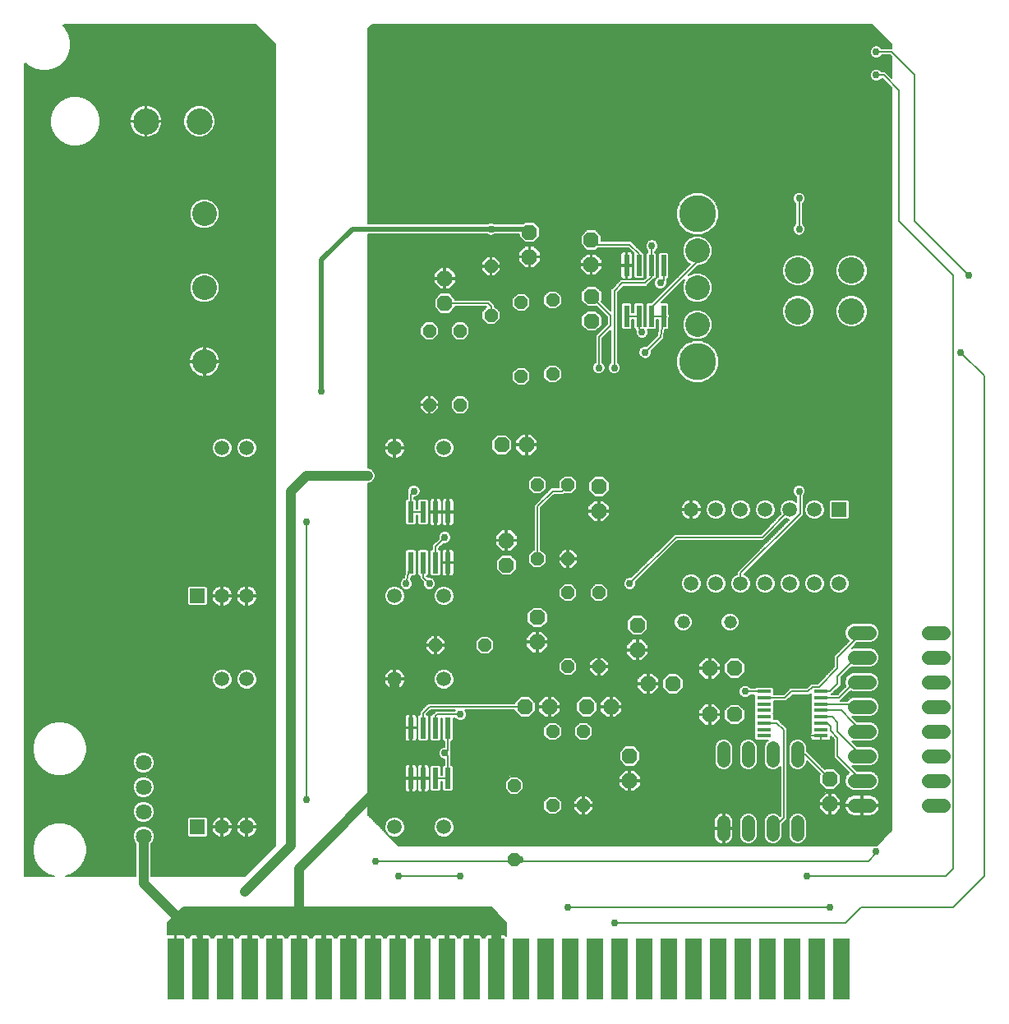
<source format=gbl>
G75*
%MOIN*%
%OFA0B0*%
%FSLAX25Y25*%
%IPPOS*%
%LPD*%
%AMOC8*
5,1,8,0,0,1.08239X$1,22.5*
%
%ADD10R,0.02362X0.08661*%
%ADD11R,0.05937X0.05937*%
%ADD12C,0.05937*%
%ADD13OC8,0.06300*%
%ADD14OC8,0.05200*%
%ADD15C,0.05200*%
%ADD16C,0.05819*%
%ADD17R,0.05800X0.01400*%
%ADD18C,0.10000*%
%ADD19C,0.15000*%
%ADD20R,0.05900X0.05900*%
%ADD21C,0.05900*%
%ADD22C,0.10630*%
%ADD23C,0.06450*%
%ADD24R,0.06500X0.25000*%
%ADD25C,0.05200*%
%ADD26C,0.02978*%
%ADD27C,0.00600*%
%ADD28C,0.02000*%
%ADD29C,0.03765*%
%ADD30C,0.04000*%
D10*
X0182978Y0123697D03*
X0187978Y0123697D03*
X0192978Y0123697D03*
X0197978Y0123697D03*
X0197978Y0144169D03*
X0192978Y0144169D03*
X0187978Y0144169D03*
X0182978Y0144169D03*
X0182978Y0211197D03*
X0187978Y0211197D03*
X0192978Y0211197D03*
X0197978Y0211197D03*
X0197978Y0231669D03*
X0192978Y0231669D03*
X0187978Y0231669D03*
X0182978Y0231669D03*
X0270478Y0311197D03*
X0275478Y0311197D03*
X0280478Y0311197D03*
X0285478Y0311197D03*
X0285478Y0331669D03*
X0280478Y0331669D03*
X0275478Y0331669D03*
X0270478Y0331669D03*
D11*
X0096374Y0197683D03*
X0096374Y0103933D03*
D12*
X0106374Y0103933D03*
X0116374Y0103933D03*
X0116374Y0163933D03*
X0106374Y0163933D03*
X0106374Y0197683D03*
X0116374Y0197683D03*
X0176374Y0197683D03*
X0196374Y0197683D03*
X0196374Y0163933D03*
X0176374Y0163933D03*
X0176374Y0103933D03*
X0196374Y0103933D03*
X0196374Y0257683D03*
X0176374Y0257683D03*
X0116374Y0257683D03*
X0106374Y0257683D03*
D13*
X0196728Y0316433D03*
X0196728Y0326433D03*
X0231103Y0335183D03*
X0231103Y0345183D03*
X0256103Y0342058D03*
X0256103Y0332058D03*
X0256228Y0319183D03*
X0256228Y0309183D03*
X0229853Y0258933D03*
X0219853Y0258933D03*
X0221728Y0220183D03*
X0221728Y0210183D03*
X0234228Y0188933D03*
X0234228Y0178933D03*
X0229228Y0152683D03*
X0239228Y0152683D03*
X0254228Y0152683D03*
X0264228Y0152683D03*
X0279228Y0162058D03*
X0289228Y0162058D03*
X0304228Y0168308D03*
X0314228Y0168308D03*
X0314228Y0149558D03*
X0304228Y0149558D03*
X0274853Y0175808D03*
X0274853Y0185808D03*
X0259228Y0232058D03*
X0259228Y0242058D03*
X0271728Y0132683D03*
X0271728Y0122683D03*
X0352978Y0123308D03*
X0352978Y0113308D03*
D14*
X0259228Y0168933D03*
X0246728Y0168933D03*
X0240478Y0142683D03*
X0252978Y0142683D03*
X0224853Y0120808D03*
X0240478Y0112683D03*
X0252978Y0112683D03*
X0224853Y0090808D03*
X0212978Y0177683D03*
X0192978Y0177683D03*
X0234228Y0212683D03*
X0246728Y0212683D03*
X0246728Y0198933D03*
X0259228Y0198933D03*
X0246728Y0242683D03*
X0234228Y0242683D03*
X0202978Y0275183D03*
X0190478Y0275183D03*
X0190478Y0305183D03*
X0202978Y0305183D03*
X0215478Y0311433D03*
X0227728Y0316683D03*
X0240478Y0317683D03*
X0215478Y0331433D03*
X0240478Y0287683D03*
X0227728Y0286683D03*
D15*
X0309853Y0135908D02*
X0309853Y0130708D01*
X0319853Y0130708D02*
X0319853Y0135908D01*
X0329853Y0135908D02*
X0329853Y0130708D01*
X0339853Y0130708D02*
X0339853Y0135908D01*
X0339853Y0105908D02*
X0339853Y0100708D01*
X0329853Y0100708D02*
X0329853Y0105908D01*
X0319853Y0105908D02*
X0319853Y0100708D01*
X0309853Y0100708D02*
X0309853Y0105908D01*
D16*
X0363069Y0112683D02*
X0368888Y0112683D01*
X0368888Y0122683D02*
X0363069Y0122683D01*
X0363069Y0132683D02*
X0368888Y0132683D01*
X0368888Y0142683D02*
X0363069Y0142683D01*
X0363069Y0152683D02*
X0368888Y0152683D01*
X0368888Y0162683D02*
X0363069Y0162683D01*
X0363069Y0172683D02*
X0368888Y0172683D01*
X0368888Y0182683D02*
X0363069Y0182683D01*
X0393069Y0182683D02*
X0398888Y0182683D01*
X0398888Y0172683D02*
X0393069Y0172683D01*
X0393069Y0162683D02*
X0398888Y0162683D01*
X0398888Y0152683D02*
X0393069Y0152683D01*
X0393069Y0142683D02*
X0398888Y0142683D01*
X0398888Y0132683D02*
X0393069Y0132683D01*
X0393069Y0122683D02*
X0398888Y0122683D01*
X0398888Y0112683D02*
X0393069Y0112683D01*
D17*
X0349228Y0140933D03*
X0349228Y0143533D03*
X0349228Y0146133D03*
X0349228Y0148633D03*
X0349228Y0151233D03*
X0349228Y0153733D03*
X0349228Y0156333D03*
X0349228Y0158933D03*
X0326228Y0158933D03*
X0326228Y0156333D03*
X0326228Y0153733D03*
X0326228Y0151233D03*
X0326228Y0148633D03*
X0326228Y0146133D03*
X0326228Y0143533D03*
X0326228Y0140933D03*
D18*
X0299228Y0307683D03*
X0299228Y0322683D03*
X0299228Y0337683D03*
X0099228Y0322683D03*
X0099228Y0292683D03*
X0099228Y0352683D03*
D19*
X0299228Y0352683D03*
X0299228Y0292683D03*
D20*
X0356728Y0232683D03*
D21*
X0346728Y0232683D03*
X0336728Y0232683D03*
X0326728Y0232683D03*
X0316728Y0232683D03*
X0306728Y0232683D03*
X0296728Y0232683D03*
X0296728Y0202683D03*
X0306728Y0202683D03*
X0316728Y0202683D03*
X0326728Y0202683D03*
X0336728Y0202683D03*
X0346728Y0202683D03*
X0356728Y0202683D03*
D22*
X0361738Y0313165D03*
X0361738Y0329701D03*
X0340085Y0329701D03*
X0340085Y0313165D03*
X0097122Y0390183D03*
X0075469Y0390183D03*
D23*
X0074478Y0130183D03*
X0074478Y0120183D03*
X0074478Y0110183D03*
X0074478Y0100183D03*
D24*
X0087478Y0046433D03*
X0097478Y0046433D03*
X0107478Y0046433D03*
X0117478Y0046433D03*
X0127478Y0046433D03*
X0137478Y0046433D03*
X0147478Y0046433D03*
X0157478Y0046433D03*
X0167478Y0046433D03*
X0177478Y0046433D03*
X0187478Y0046433D03*
X0197478Y0046433D03*
X0207478Y0046433D03*
X0217478Y0046433D03*
X0227478Y0046433D03*
X0237478Y0046433D03*
X0247478Y0046433D03*
X0257478Y0046433D03*
X0267478Y0046433D03*
X0277478Y0046433D03*
X0287478Y0046433D03*
X0297478Y0046433D03*
X0307478Y0046433D03*
X0317478Y0046433D03*
X0327478Y0046433D03*
X0337478Y0046433D03*
X0347478Y0046433D03*
X0357478Y0046433D03*
D25*
X0312478Y0187058D03*
X0293478Y0187058D03*
D26*
X0271728Y0202683D03*
X0318603Y0158933D03*
X0352978Y0183933D03*
X0340478Y0240183D03*
X0277978Y0296433D03*
X0276728Y0304683D03*
X0265478Y0290183D03*
X0259228Y0290183D03*
X0284228Y0324558D03*
X0280728Y0339683D03*
X0259228Y0396433D03*
X0215478Y0346433D03*
X0202978Y0396433D03*
X0168603Y0415183D03*
X0102978Y0421433D03*
X0146728Y0280808D03*
X0140478Y0246433D03*
X0140478Y0227683D03*
X0181103Y0202683D03*
X0190478Y0202683D03*
X0196728Y0221433D03*
X0184228Y0240183D03*
X0202978Y0149558D03*
X0196728Y0133933D03*
X0224228Y0090183D03*
X0227353Y0090808D03*
X0202978Y0083933D03*
X0177978Y0083933D03*
X0168603Y0090183D03*
X0140478Y0115183D03*
X0246728Y0071433D03*
X0265478Y0065183D03*
X0343603Y0083933D03*
X0352978Y0071433D03*
X0371728Y0093933D03*
X0406103Y0296433D03*
X0409228Y0327683D03*
X0340478Y0346433D03*
X0340478Y0358933D03*
X0331103Y0408933D03*
X0331103Y0418308D03*
X0371728Y0418308D03*
X0371728Y0408933D03*
D27*
X0026328Y0413533D02*
X0026328Y0083933D01*
X0038125Y0083933D01*
X0036235Y0084439D01*
X0033729Y0085887D01*
X0031682Y0087933D01*
X0030235Y0090440D01*
X0029485Y0093236D01*
X0029485Y0096130D01*
X0030235Y0098926D01*
X0031682Y0101433D01*
X0033729Y0103480D01*
X0036235Y0104927D01*
X0039031Y0105676D01*
X0041926Y0105676D01*
X0044721Y0104927D01*
X0047228Y0103480D01*
X0049275Y0101433D01*
X0050722Y0098926D01*
X0051471Y0096130D01*
X0051471Y0093236D01*
X0050722Y0090440D01*
X0049275Y0087933D01*
X0047228Y0085887D01*
X0044721Y0084439D01*
X0042832Y0083933D01*
X0071371Y0083933D01*
X0071371Y0097164D01*
X0070806Y0097729D01*
X0070146Y0099321D01*
X0070146Y0101045D01*
X0070806Y0102637D01*
X0072024Y0103856D01*
X0073617Y0104515D01*
X0075340Y0104515D01*
X0076932Y0103856D01*
X0078151Y0102637D01*
X0078810Y0101045D01*
X0078810Y0099321D01*
X0078151Y0097729D01*
X0077585Y0097164D01*
X0077585Y0083933D01*
X0115478Y0083933D01*
X0127978Y0096433D01*
X0127978Y0421433D01*
X0120078Y0429333D01*
X0042128Y0429333D01*
X0041812Y0429017D01*
X0042810Y0428018D01*
X0044222Y0425573D01*
X0044953Y0422845D01*
X0044953Y0420021D01*
X0044222Y0417293D01*
X0042810Y0414848D01*
X0040814Y0412851D01*
X0038368Y0411439D01*
X0035640Y0410708D01*
X0032816Y0410708D01*
X0030089Y0411439D01*
X0027643Y0412851D01*
X0026645Y0413849D01*
X0026328Y0413533D01*
X0026328Y0413389D02*
X0027105Y0413389D01*
X0027747Y0412791D02*
X0026328Y0412791D01*
X0026328Y0412192D02*
X0028784Y0412192D01*
X0029821Y0411594D02*
X0026328Y0411594D01*
X0026328Y0410995D02*
X0031745Y0410995D01*
X0026328Y0410397D02*
X0127978Y0410397D01*
X0127978Y0410995D02*
X0036712Y0410995D01*
X0038636Y0411594D02*
X0127978Y0411594D01*
X0127978Y0412192D02*
X0039673Y0412192D01*
X0040709Y0412791D02*
X0127978Y0412791D01*
X0127978Y0413389D02*
X0041352Y0413389D01*
X0041950Y0413988D02*
X0127978Y0413988D01*
X0127978Y0414586D02*
X0042549Y0414586D01*
X0043005Y0415185D02*
X0127978Y0415185D01*
X0127978Y0415783D02*
X0043351Y0415783D01*
X0043696Y0416382D02*
X0127978Y0416382D01*
X0127978Y0416980D02*
X0044042Y0416980D01*
X0044299Y0417579D02*
X0127978Y0417579D01*
X0127978Y0418177D02*
X0044459Y0418177D01*
X0044620Y0418776D02*
X0127978Y0418776D01*
X0127978Y0419374D02*
X0044780Y0419374D01*
X0044940Y0419973D02*
X0127978Y0419973D01*
X0127978Y0420571D02*
X0044953Y0420571D01*
X0044953Y0421170D02*
X0127978Y0421170D01*
X0127643Y0421768D02*
X0044953Y0421768D01*
X0044953Y0422367D02*
X0127044Y0422367D01*
X0126446Y0422965D02*
X0044921Y0422965D01*
X0044761Y0423564D02*
X0125847Y0423564D01*
X0125249Y0424162D02*
X0044600Y0424162D01*
X0044440Y0424761D02*
X0124650Y0424761D01*
X0124052Y0425359D02*
X0044280Y0425359D01*
X0044000Y0425958D02*
X0123453Y0425958D01*
X0122855Y0426556D02*
X0043654Y0426556D01*
X0043309Y0427155D02*
X0122256Y0427155D01*
X0121658Y0427754D02*
X0042963Y0427754D01*
X0042477Y0428352D02*
X0121059Y0428352D01*
X0120461Y0428951D02*
X0041878Y0428951D01*
X0026328Y0409798D02*
X0127978Y0409798D01*
X0127978Y0409200D02*
X0026328Y0409200D01*
X0026328Y0408601D02*
X0127978Y0408601D01*
X0127978Y0408003D02*
X0026328Y0408003D01*
X0026328Y0407404D02*
X0127978Y0407404D01*
X0127978Y0406806D02*
X0026328Y0406806D01*
X0026328Y0406207D02*
X0127978Y0406207D01*
X0127978Y0405609D02*
X0026328Y0405609D01*
X0026328Y0405010D02*
X0127978Y0405010D01*
X0127978Y0404412D02*
X0026328Y0404412D01*
X0026328Y0403813D02*
X0127978Y0403813D01*
X0127978Y0403215D02*
X0026328Y0403215D01*
X0026328Y0402616D02*
X0127978Y0402616D01*
X0127978Y0402018D02*
X0026328Y0402018D01*
X0026328Y0401419D02*
X0127978Y0401419D01*
X0127978Y0400821D02*
X0026328Y0400821D01*
X0026328Y0400222D02*
X0044763Y0400222D01*
X0045385Y0400389D02*
X0042789Y0399693D01*
X0040462Y0398350D01*
X0038562Y0396449D01*
X0037218Y0394122D01*
X0036523Y0391527D01*
X0036523Y0388839D01*
X0037218Y0386244D01*
X0038562Y0383917D01*
X0040462Y0382017D01*
X0042789Y0380673D01*
X0045385Y0379978D01*
X0048072Y0379978D01*
X0050668Y0380673D01*
X0052995Y0382017D01*
X0054895Y0383917D01*
X0056238Y0386244D01*
X0056934Y0388839D01*
X0056934Y0391527D01*
X0056238Y0394122D01*
X0054895Y0396449D01*
X0052995Y0398350D01*
X0050668Y0399693D01*
X0048072Y0400389D01*
X0045385Y0400389D01*
X0042669Y0399623D02*
X0026328Y0399623D01*
X0026328Y0399025D02*
X0041632Y0399025D01*
X0040595Y0398426D02*
X0026328Y0398426D01*
X0026328Y0397828D02*
X0039940Y0397828D01*
X0039342Y0397229D02*
X0026328Y0397229D01*
X0026328Y0396631D02*
X0038743Y0396631D01*
X0038321Y0396032D02*
X0026328Y0396032D01*
X0026328Y0395434D02*
X0037976Y0395434D01*
X0037630Y0394835D02*
X0026328Y0394835D01*
X0026328Y0394237D02*
X0037285Y0394237D01*
X0037089Y0393638D02*
X0026328Y0393638D01*
X0026328Y0393040D02*
X0036928Y0393040D01*
X0036768Y0392441D02*
X0026328Y0392441D01*
X0026328Y0391843D02*
X0036608Y0391843D01*
X0036523Y0391244D02*
X0026328Y0391244D01*
X0026328Y0390646D02*
X0036523Y0390646D01*
X0036523Y0390047D02*
X0026328Y0390047D01*
X0026328Y0389449D02*
X0036523Y0389449D01*
X0036523Y0388850D02*
X0026328Y0388850D01*
X0026328Y0388252D02*
X0036680Y0388252D01*
X0036841Y0387653D02*
X0026328Y0387653D01*
X0026328Y0387055D02*
X0037001Y0387055D01*
X0037161Y0386456D02*
X0026328Y0386456D01*
X0026328Y0385858D02*
X0037441Y0385858D01*
X0037787Y0385259D02*
X0026328Y0385259D01*
X0026328Y0384661D02*
X0038132Y0384661D01*
X0038478Y0384062D02*
X0026328Y0384062D01*
X0026328Y0383464D02*
X0039015Y0383464D01*
X0039613Y0382865D02*
X0026328Y0382865D01*
X0026328Y0382267D02*
X0040212Y0382267D01*
X0041066Y0381668D02*
X0026328Y0381668D01*
X0026328Y0381070D02*
X0042102Y0381070D01*
X0043543Y0380471D02*
X0026328Y0380471D01*
X0026328Y0379873D02*
X0127978Y0379873D01*
X0127978Y0380471D02*
X0049914Y0380471D01*
X0051354Y0381070D02*
X0127978Y0381070D01*
X0127978Y0381668D02*
X0052391Y0381668D01*
X0053245Y0382267D02*
X0127978Y0382267D01*
X0127978Y0382865D02*
X0053843Y0382865D01*
X0054442Y0383464D02*
X0127978Y0383464D01*
X0127978Y0384062D02*
X0099127Y0384062D01*
X0098399Y0383761D02*
X0100760Y0384739D01*
X0102566Y0386545D01*
X0103544Y0388906D01*
X0103544Y0391460D01*
X0102566Y0393821D01*
X0100760Y0395627D01*
X0098399Y0396605D01*
X0095845Y0396605D01*
X0093484Y0395627D01*
X0091678Y0393821D01*
X0090700Y0391460D01*
X0090700Y0388906D01*
X0091678Y0386545D01*
X0093484Y0384739D01*
X0095845Y0383761D01*
X0098399Y0383761D01*
X0100571Y0384661D02*
X0127978Y0384661D01*
X0127978Y0385259D02*
X0101280Y0385259D01*
X0101879Y0385858D02*
X0127978Y0385858D01*
X0127978Y0386456D02*
X0102477Y0386456D01*
X0102777Y0387055D02*
X0127978Y0387055D01*
X0127978Y0387653D02*
X0103025Y0387653D01*
X0103273Y0388252D02*
X0127978Y0388252D01*
X0127978Y0388850D02*
X0103521Y0388850D01*
X0103544Y0389449D02*
X0127978Y0389449D01*
X0127978Y0390047D02*
X0103544Y0390047D01*
X0103544Y0390646D02*
X0127978Y0390646D01*
X0127978Y0391244D02*
X0103544Y0391244D01*
X0103386Y0391843D02*
X0127978Y0391843D01*
X0127978Y0392441D02*
X0103138Y0392441D01*
X0102890Y0393040D02*
X0127978Y0393040D01*
X0127978Y0393638D02*
X0102642Y0393638D01*
X0102150Y0394237D02*
X0127978Y0394237D01*
X0127978Y0394835D02*
X0101552Y0394835D01*
X0100953Y0395434D02*
X0127978Y0395434D01*
X0127978Y0396032D02*
X0099782Y0396032D01*
X0094462Y0396032D02*
X0078567Y0396032D01*
X0078401Y0396129D02*
X0079151Y0395695D01*
X0079839Y0395167D01*
X0080453Y0394554D01*
X0080980Y0393866D01*
X0081414Y0393115D01*
X0081746Y0392314D01*
X0081970Y0391476D01*
X0082083Y0390617D01*
X0082083Y0390483D01*
X0075769Y0390483D01*
X0075769Y0389883D01*
X0082083Y0389883D01*
X0082083Y0389749D01*
X0081970Y0388890D01*
X0081746Y0388052D01*
X0081414Y0387251D01*
X0080980Y0386500D01*
X0080453Y0385812D01*
X0079839Y0385199D01*
X0079151Y0384671D01*
X0078401Y0384238D01*
X0077599Y0383906D01*
X0076762Y0383681D01*
X0075902Y0383568D01*
X0075768Y0383568D01*
X0075768Y0389883D01*
X0075169Y0389883D01*
X0075169Y0383568D01*
X0075035Y0383568D01*
X0074175Y0383681D01*
X0073338Y0383906D01*
X0072536Y0384238D01*
X0071786Y0384671D01*
X0071098Y0385199D01*
X0070484Y0385812D01*
X0069957Y0386500D01*
X0069523Y0387251D01*
X0069191Y0388052D01*
X0068967Y0388890D01*
X0068854Y0389749D01*
X0068854Y0389883D01*
X0075168Y0389883D01*
X0075168Y0390483D01*
X0068854Y0390483D01*
X0068854Y0390617D01*
X0068967Y0391476D01*
X0069191Y0392314D01*
X0069523Y0393115D01*
X0069957Y0393866D01*
X0070484Y0394554D01*
X0071098Y0395167D01*
X0071786Y0395695D01*
X0072536Y0396129D01*
X0073338Y0396460D01*
X0074175Y0396685D01*
X0075035Y0396798D01*
X0075169Y0396798D01*
X0075169Y0390483D01*
X0075768Y0390483D01*
X0075768Y0396798D01*
X0075902Y0396798D01*
X0076762Y0396685D01*
X0077599Y0396460D01*
X0078401Y0396129D01*
X0079492Y0395434D02*
X0093291Y0395434D01*
X0092692Y0394835D02*
X0080171Y0394835D01*
X0080696Y0394237D02*
X0092094Y0394237D01*
X0091602Y0393638D02*
X0081112Y0393638D01*
X0081445Y0393040D02*
X0091354Y0393040D01*
X0091106Y0392441D02*
X0081693Y0392441D01*
X0081872Y0391843D02*
X0090858Y0391843D01*
X0090700Y0391244D02*
X0082001Y0391244D01*
X0082080Y0390646D02*
X0090700Y0390646D01*
X0090700Y0390047D02*
X0075769Y0390047D01*
X0075768Y0389449D02*
X0075169Y0389449D01*
X0075168Y0390047D02*
X0056934Y0390047D01*
X0056934Y0389449D02*
X0068893Y0389449D01*
X0068977Y0388850D02*
X0056934Y0388850D01*
X0056776Y0388252D02*
X0069138Y0388252D01*
X0069356Y0387653D02*
X0056616Y0387653D01*
X0056456Y0387055D02*
X0069636Y0387055D01*
X0069990Y0386456D02*
X0056295Y0386456D01*
X0056015Y0385858D02*
X0070449Y0385858D01*
X0071037Y0385259D02*
X0055670Y0385259D01*
X0055324Y0384661D02*
X0071804Y0384661D01*
X0072960Y0384062D02*
X0054979Y0384062D01*
X0056934Y0390646D02*
X0068857Y0390646D01*
X0068936Y0391244D02*
X0056934Y0391244D01*
X0056849Y0391843D02*
X0069065Y0391843D01*
X0069244Y0392441D02*
X0056689Y0392441D01*
X0056528Y0393040D02*
X0069492Y0393040D01*
X0069825Y0393638D02*
X0056368Y0393638D01*
X0056172Y0394237D02*
X0070241Y0394237D01*
X0070766Y0394835D02*
X0055827Y0394835D01*
X0055481Y0395434D02*
X0071445Y0395434D01*
X0072370Y0396032D02*
X0055136Y0396032D01*
X0054713Y0396631D02*
X0073974Y0396631D01*
X0075169Y0396631D02*
X0075768Y0396631D01*
X0075768Y0396032D02*
X0075169Y0396032D01*
X0075169Y0395434D02*
X0075768Y0395434D01*
X0075768Y0394835D02*
X0075169Y0394835D01*
X0075169Y0394237D02*
X0075768Y0394237D01*
X0075768Y0393638D02*
X0075169Y0393638D01*
X0075169Y0393040D02*
X0075768Y0393040D01*
X0075768Y0392441D02*
X0075169Y0392441D01*
X0075169Y0391843D02*
X0075768Y0391843D01*
X0075768Y0391244D02*
X0075169Y0391244D01*
X0075169Y0390646D02*
X0075768Y0390646D01*
X0075768Y0388850D02*
X0075169Y0388850D01*
X0075169Y0388252D02*
X0075768Y0388252D01*
X0075768Y0387653D02*
X0075169Y0387653D01*
X0075169Y0387055D02*
X0075768Y0387055D01*
X0075768Y0386456D02*
X0075169Y0386456D01*
X0075169Y0385858D02*
X0075768Y0385858D01*
X0075768Y0385259D02*
X0075169Y0385259D01*
X0075169Y0384661D02*
X0075768Y0384661D01*
X0075768Y0384062D02*
X0075169Y0384062D01*
X0077977Y0384062D02*
X0095118Y0384062D01*
X0093673Y0384661D02*
X0079133Y0384661D01*
X0079900Y0385259D02*
X0092964Y0385259D01*
X0092365Y0385858D02*
X0080488Y0385858D01*
X0080947Y0386456D02*
X0091767Y0386456D01*
X0091467Y0387055D02*
X0081301Y0387055D01*
X0081581Y0387653D02*
X0091219Y0387653D01*
X0090971Y0388252D02*
X0081799Y0388252D01*
X0081960Y0388850D02*
X0090723Y0388850D01*
X0090700Y0389449D02*
X0082044Y0389449D01*
X0076963Y0396631D02*
X0127978Y0396631D01*
X0127978Y0397229D02*
X0054115Y0397229D01*
X0053516Y0397828D02*
X0127978Y0397828D01*
X0127978Y0398426D02*
X0052861Y0398426D01*
X0051825Y0399025D02*
X0127978Y0399025D01*
X0127978Y0399623D02*
X0050788Y0399623D01*
X0048694Y0400222D02*
X0127978Y0400222D01*
X0127978Y0379274D02*
X0026328Y0379274D01*
X0026328Y0378676D02*
X0127978Y0378676D01*
X0127978Y0378077D02*
X0026328Y0378077D01*
X0026328Y0377479D02*
X0127978Y0377479D01*
X0127978Y0376880D02*
X0026328Y0376880D01*
X0026328Y0376282D02*
X0127978Y0376282D01*
X0127978Y0375683D02*
X0026328Y0375683D01*
X0026328Y0375085D02*
X0127978Y0375085D01*
X0127978Y0374486D02*
X0026328Y0374486D01*
X0026328Y0373887D02*
X0127978Y0373887D01*
X0127978Y0373289D02*
X0026328Y0373289D01*
X0026328Y0372690D02*
X0127978Y0372690D01*
X0127978Y0372092D02*
X0026328Y0372092D01*
X0026328Y0371493D02*
X0127978Y0371493D01*
X0127978Y0370895D02*
X0026328Y0370895D01*
X0026328Y0370296D02*
X0127978Y0370296D01*
X0127978Y0369698D02*
X0026328Y0369698D01*
X0026328Y0369099D02*
X0127978Y0369099D01*
X0127978Y0368501D02*
X0026328Y0368501D01*
X0026328Y0367902D02*
X0127978Y0367902D01*
X0127978Y0367304D02*
X0026328Y0367304D01*
X0026328Y0366705D02*
X0127978Y0366705D01*
X0127978Y0366107D02*
X0026328Y0366107D01*
X0026328Y0365508D02*
X0127978Y0365508D01*
X0127978Y0364910D02*
X0026328Y0364910D01*
X0026328Y0364311D02*
X0127978Y0364311D01*
X0127978Y0363713D02*
X0026328Y0363713D01*
X0026328Y0363114D02*
X0127978Y0363114D01*
X0127978Y0362516D02*
X0026328Y0362516D01*
X0026328Y0361917D02*
X0127978Y0361917D01*
X0127978Y0361319D02*
X0026328Y0361319D01*
X0026328Y0360720D02*
X0127978Y0360720D01*
X0127978Y0360122D02*
X0026328Y0360122D01*
X0026328Y0359523D02*
X0127978Y0359523D01*
X0127978Y0358925D02*
X0026328Y0358925D01*
X0026328Y0358326D02*
X0096894Y0358326D01*
X0098014Y0358790D02*
X0095769Y0357860D01*
X0094051Y0356142D01*
X0093121Y0353898D01*
X0093121Y0351468D01*
X0094051Y0349224D01*
X0095769Y0347506D01*
X0098014Y0346576D01*
X0100443Y0346576D01*
X0102688Y0347506D01*
X0104406Y0349224D01*
X0105335Y0351468D01*
X0105335Y0353898D01*
X0104406Y0356142D01*
X0102688Y0357860D01*
X0100443Y0358790D01*
X0098014Y0358790D01*
X0095636Y0357728D02*
X0026328Y0357728D01*
X0026328Y0357129D02*
X0095038Y0357129D01*
X0094439Y0356531D02*
X0026328Y0356531D01*
X0026328Y0355932D02*
X0093964Y0355932D01*
X0093716Y0355334D02*
X0026328Y0355334D01*
X0026328Y0354735D02*
X0093468Y0354735D01*
X0093220Y0354137D02*
X0026328Y0354137D01*
X0026328Y0353538D02*
X0093121Y0353538D01*
X0093121Y0352940D02*
X0026328Y0352940D01*
X0026328Y0352341D02*
X0093121Y0352341D01*
X0093121Y0351743D02*
X0026328Y0351743D01*
X0026328Y0351144D02*
X0093256Y0351144D01*
X0093503Y0350546D02*
X0026328Y0350546D01*
X0026328Y0349947D02*
X0093751Y0349947D01*
X0093999Y0349349D02*
X0026328Y0349349D01*
X0026328Y0348750D02*
X0094525Y0348750D01*
X0095123Y0348152D02*
X0026328Y0348152D01*
X0026328Y0347553D02*
X0095722Y0347553D01*
X0097100Y0346954D02*
X0026328Y0346954D01*
X0026328Y0346356D02*
X0127978Y0346356D01*
X0127978Y0346954D02*
X0101357Y0346954D01*
X0102735Y0347553D02*
X0127978Y0347553D01*
X0127978Y0348152D02*
X0103334Y0348152D01*
X0103932Y0348750D02*
X0127978Y0348750D01*
X0127978Y0349349D02*
X0104457Y0349349D01*
X0104705Y0349947D02*
X0127978Y0349947D01*
X0127978Y0350546D02*
X0104953Y0350546D01*
X0105201Y0351144D02*
X0127978Y0351144D01*
X0127978Y0351743D02*
X0105335Y0351743D01*
X0105335Y0352341D02*
X0127978Y0352341D01*
X0127978Y0352940D02*
X0105335Y0352940D01*
X0105335Y0353538D02*
X0127978Y0353538D01*
X0127978Y0354137D02*
X0105237Y0354137D01*
X0104989Y0354735D02*
X0127978Y0354735D01*
X0127978Y0355334D02*
X0104741Y0355334D01*
X0104493Y0355932D02*
X0127978Y0355932D01*
X0127978Y0356531D02*
X0104017Y0356531D01*
X0103419Y0357129D02*
X0127978Y0357129D01*
X0127978Y0357728D02*
X0102820Y0357728D01*
X0101563Y0358326D02*
X0127978Y0358326D01*
X0127978Y0345757D02*
X0026328Y0345757D01*
X0026328Y0345159D02*
X0127978Y0345159D01*
X0127978Y0344560D02*
X0026328Y0344560D01*
X0026328Y0343962D02*
X0127978Y0343962D01*
X0127978Y0343363D02*
X0026328Y0343363D01*
X0026328Y0342765D02*
X0127978Y0342765D01*
X0127978Y0342166D02*
X0026328Y0342166D01*
X0026328Y0341568D02*
X0127978Y0341568D01*
X0127978Y0340969D02*
X0026328Y0340969D01*
X0026328Y0340371D02*
X0127978Y0340371D01*
X0127978Y0339772D02*
X0026328Y0339772D01*
X0026328Y0339174D02*
X0127978Y0339174D01*
X0127978Y0338575D02*
X0026328Y0338575D01*
X0026328Y0337977D02*
X0127978Y0337977D01*
X0127978Y0337378D02*
X0026328Y0337378D01*
X0026328Y0336780D02*
X0127978Y0336780D01*
X0127978Y0336181D02*
X0026328Y0336181D01*
X0026328Y0335583D02*
X0127978Y0335583D01*
X0127978Y0334984D02*
X0026328Y0334984D01*
X0026328Y0334386D02*
X0127978Y0334386D01*
X0127978Y0333787D02*
X0026328Y0333787D01*
X0026328Y0333189D02*
X0127978Y0333189D01*
X0127978Y0332590D02*
X0026328Y0332590D01*
X0026328Y0331992D02*
X0127978Y0331992D01*
X0127978Y0331393D02*
X0026328Y0331393D01*
X0026328Y0330795D02*
X0127978Y0330795D01*
X0127978Y0330196D02*
X0026328Y0330196D01*
X0026328Y0329598D02*
X0127978Y0329598D01*
X0127978Y0328999D02*
X0026328Y0328999D01*
X0026328Y0328401D02*
X0097073Y0328401D01*
X0098014Y0328790D02*
X0095769Y0327860D01*
X0094051Y0326142D01*
X0093121Y0323898D01*
X0093121Y0321468D01*
X0094051Y0319224D01*
X0095769Y0317506D01*
X0098014Y0316576D01*
X0100443Y0316576D01*
X0102688Y0317506D01*
X0104406Y0319224D01*
X0105335Y0321468D01*
X0105335Y0323898D01*
X0104406Y0326142D01*
X0102688Y0327860D01*
X0100443Y0328790D01*
X0098014Y0328790D01*
X0095711Y0327802D02*
X0026328Y0327802D01*
X0026328Y0327204D02*
X0095112Y0327204D01*
X0094514Y0326605D02*
X0026328Y0326605D01*
X0026328Y0326007D02*
X0093995Y0326007D01*
X0093747Y0325408D02*
X0026328Y0325408D01*
X0026328Y0324810D02*
X0093499Y0324810D01*
X0093251Y0324211D02*
X0026328Y0324211D01*
X0026328Y0323613D02*
X0093121Y0323613D01*
X0093121Y0323014D02*
X0026328Y0323014D01*
X0026328Y0322416D02*
X0093121Y0322416D01*
X0093121Y0321817D02*
X0026328Y0321817D01*
X0026328Y0321219D02*
X0093225Y0321219D01*
X0093473Y0320620D02*
X0026328Y0320620D01*
X0026328Y0320021D02*
X0093721Y0320021D01*
X0093968Y0319423D02*
X0026328Y0319423D01*
X0026328Y0318824D02*
X0094450Y0318824D01*
X0095049Y0318226D02*
X0026328Y0318226D01*
X0026328Y0317627D02*
X0095647Y0317627D01*
X0096920Y0317029D02*
X0026328Y0317029D01*
X0026328Y0316430D02*
X0127978Y0316430D01*
X0127978Y0315832D02*
X0026328Y0315832D01*
X0026328Y0315233D02*
X0127978Y0315233D01*
X0127978Y0314635D02*
X0026328Y0314635D01*
X0026328Y0314036D02*
X0127978Y0314036D01*
X0127978Y0313438D02*
X0026328Y0313438D01*
X0026328Y0312839D02*
X0127978Y0312839D01*
X0127978Y0312241D02*
X0026328Y0312241D01*
X0026328Y0311642D02*
X0127978Y0311642D01*
X0127978Y0311044D02*
X0026328Y0311044D01*
X0026328Y0310445D02*
X0127978Y0310445D01*
X0127978Y0309847D02*
X0026328Y0309847D01*
X0026328Y0309248D02*
X0127978Y0309248D01*
X0127978Y0308650D02*
X0026328Y0308650D01*
X0026328Y0308051D02*
X0127978Y0308051D01*
X0127978Y0307453D02*
X0026328Y0307453D01*
X0026328Y0306854D02*
X0127978Y0306854D01*
X0127978Y0306256D02*
X0026328Y0306256D01*
X0026328Y0305657D02*
X0127978Y0305657D01*
X0127978Y0305059D02*
X0026328Y0305059D01*
X0026328Y0304460D02*
X0127978Y0304460D01*
X0127978Y0303862D02*
X0026328Y0303862D01*
X0026328Y0303263D02*
X0127978Y0303263D01*
X0127978Y0302665D02*
X0026328Y0302665D01*
X0026328Y0302066D02*
X0127978Y0302066D01*
X0127978Y0301468D02*
X0026328Y0301468D01*
X0026328Y0300869D02*
X0127978Y0300869D01*
X0127978Y0300271D02*
X0026328Y0300271D01*
X0026328Y0299672D02*
X0127978Y0299672D01*
X0127978Y0299074D02*
X0026328Y0299074D01*
X0026328Y0298475D02*
X0096719Y0298475D01*
X0096810Y0298521D02*
X0095926Y0298071D01*
X0095124Y0297488D01*
X0094423Y0296787D01*
X0093840Y0295985D01*
X0093390Y0295101D01*
X0093083Y0294158D01*
X0092928Y0293179D01*
X0092928Y0292983D01*
X0098928Y0292983D01*
X0098928Y0292383D01*
X0092928Y0292383D01*
X0092928Y0292187D01*
X0093083Y0291208D01*
X0093390Y0290265D01*
X0093840Y0289381D01*
X0094423Y0288579D01*
X0095124Y0287878D01*
X0095926Y0287295D01*
X0096810Y0286845D01*
X0097753Y0286538D01*
X0098733Y0286383D01*
X0098928Y0286383D01*
X0098928Y0292383D01*
X0099528Y0292383D01*
X0099528Y0286383D01*
X0099724Y0286383D01*
X0100704Y0286538D01*
X0101647Y0286845D01*
X0102530Y0287295D01*
X0103333Y0287878D01*
X0104034Y0288579D01*
X0104617Y0289381D01*
X0105067Y0290265D01*
X0105373Y0291208D01*
X0105528Y0292187D01*
X0105528Y0292383D01*
X0099528Y0292383D01*
X0099528Y0292983D01*
X0098928Y0292983D01*
X0098928Y0298983D01*
X0098733Y0298983D01*
X0097753Y0298828D01*
X0096810Y0298521D01*
X0095658Y0297877D02*
X0026328Y0297877D01*
X0026328Y0297278D02*
X0094914Y0297278D01*
X0094345Y0296680D02*
X0026328Y0296680D01*
X0026328Y0296081D02*
X0093910Y0296081D01*
X0093584Y0295483D02*
X0026328Y0295483D01*
X0026328Y0294884D02*
X0093319Y0294884D01*
X0093125Y0294285D02*
X0026328Y0294285D01*
X0026328Y0293687D02*
X0093009Y0293687D01*
X0092928Y0293088D02*
X0026328Y0293088D01*
X0026328Y0292490D02*
X0098928Y0292490D01*
X0098928Y0293088D02*
X0099528Y0293088D01*
X0099528Y0292983D02*
X0099528Y0298983D01*
X0099724Y0298983D01*
X0100704Y0298828D01*
X0101647Y0298521D01*
X0102530Y0298071D01*
X0103333Y0297488D01*
X0104034Y0296787D01*
X0104617Y0295985D01*
X0105067Y0295101D01*
X0105373Y0294158D01*
X0105528Y0293179D01*
X0105528Y0292983D01*
X0099528Y0292983D01*
X0099528Y0292490D02*
X0127978Y0292490D01*
X0127978Y0293088D02*
X0105528Y0293088D01*
X0105448Y0293687D02*
X0127978Y0293687D01*
X0127978Y0294285D02*
X0105332Y0294285D01*
X0105137Y0294884D02*
X0127978Y0294884D01*
X0127978Y0295483D02*
X0104873Y0295483D01*
X0104547Y0296081D02*
X0127978Y0296081D01*
X0127978Y0296680D02*
X0104112Y0296680D01*
X0103543Y0297278D02*
X0127978Y0297278D01*
X0127978Y0297877D02*
X0102798Y0297877D01*
X0101738Y0298475D02*
X0127978Y0298475D01*
X0127978Y0291891D02*
X0105481Y0291891D01*
X0105387Y0291293D02*
X0127978Y0291293D01*
X0127978Y0290694D02*
X0105206Y0290694D01*
X0104981Y0290096D02*
X0127978Y0290096D01*
X0127978Y0289497D02*
X0104676Y0289497D01*
X0104266Y0288899D02*
X0127978Y0288899D01*
X0127978Y0288300D02*
X0103755Y0288300D01*
X0103091Y0287702D02*
X0127978Y0287702D01*
X0127978Y0287103D02*
X0102154Y0287103D01*
X0100493Y0286505D02*
X0127978Y0286505D01*
X0127978Y0285906D02*
X0026328Y0285906D01*
X0026328Y0285308D02*
X0127978Y0285308D01*
X0127978Y0284709D02*
X0026328Y0284709D01*
X0026328Y0284111D02*
X0127978Y0284111D01*
X0127978Y0283512D02*
X0026328Y0283512D01*
X0026328Y0282914D02*
X0127978Y0282914D01*
X0127978Y0282315D02*
X0026328Y0282315D01*
X0026328Y0281717D02*
X0127978Y0281717D01*
X0127978Y0281118D02*
X0026328Y0281118D01*
X0026328Y0280520D02*
X0127978Y0280520D01*
X0127978Y0279921D02*
X0026328Y0279921D01*
X0026328Y0279323D02*
X0127978Y0279323D01*
X0127978Y0278724D02*
X0026328Y0278724D01*
X0026328Y0278126D02*
X0127978Y0278126D01*
X0127978Y0277527D02*
X0026328Y0277527D01*
X0026328Y0276929D02*
X0127978Y0276929D01*
X0127978Y0276330D02*
X0026328Y0276330D01*
X0026328Y0275732D02*
X0127978Y0275732D01*
X0127978Y0275133D02*
X0026328Y0275133D01*
X0026328Y0274535D02*
X0127978Y0274535D01*
X0127978Y0273936D02*
X0026328Y0273936D01*
X0026328Y0273338D02*
X0127978Y0273338D01*
X0127978Y0272739D02*
X0026328Y0272739D01*
X0026328Y0272141D02*
X0127978Y0272141D01*
X0127978Y0271542D02*
X0026328Y0271542D01*
X0026328Y0270944D02*
X0127978Y0270944D01*
X0127978Y0270345D02*
X0026328Y0270345D01*
X0026328Y0269747D02*
X0127978Y0269747D01*
X0127978Y0269148D02*
X0026328Y0269148D01*
X0026328Y0268550D02*
X0127978Y0268550D01*
X0127978Y0267951D02*
X0026328Y0267951D01*
X0026328Y0267352D02*
X0127978Y0267352D01*
X0127978Y0266754D02*
X0026328Y0266754D01*
X0026328Y0266155D02*
X0127978Y0266155D01*
X0127978Y0265557D02*
X0026328Y0265557D01*
X0026328Y0264958D02*
X0127978Y0264958D01*
X0127978Y0264360D02*
X0026328Y0264360D01*
X0026328Y0263761D02*
X0127978Y0263761D01*
X0127978Y0263163D02*
X0026328Y0263163D01*
X0026328Y0262564D02*
X0127978Y0262564D01*
X0127978Y0261966D02*
X0026328Y0261966D01*
X0026328Y0261367D02*
X0104619Y0261367D01*
X0104065Y0261138D02*
X0102919Y0259992D01*
X0102298Y0258494D01*
X0102298Y0256872D01*
X0102919Y0255374D01*
X0104065Y0254228D01*
X0105563Y0253607D01*
X0107185Y0253607D01*
X0108683Y0254228D01*
X0109829Y0255374D01*
X0110450Y0256872D01*
X0110450Y0258494D01*
X0109829Y0259992D01*
X0108683Y0261138D01*
X0107185Y0261759D01*
X0105563Y0261759D01*
X0104065Y0261138D01*
X0103696Y0260769D02*
X0026328Y0260769D01*
X0026328Y0260170D02*
X0103098Y0260170D01*
X0102745Y0259572D02*
X0026328Y0259572D01*
X0026328Y0258973D02*
X0102497Y0258973D01*
X0102298Y0258375D02*
X0026328Y0258375D01*
X0026328Y0257776D02*
X0102298Y0257776D01*
X0102298Y0257178D02*
X0026328Y0257178D01*
X0026328Y0256579D02*
X0102420Y0256579D01*
X0102668Y0255981D02*
X0026328Y0255981D01*
X0026328Y0255382D02*
X0102916Y0255382D01*
X0103510Y0254784D02*
X0026328Y0254784D01*
X0026328Y0254185D02*
X0104169Y0254185D01*
X0108580Y0254185D02*
X0114169Y0254185D01*
X0114065Y0254228D02*
X0115563Y0253607D01*
X0117185Y0253607D01*
X0118683Y0254228D01*
X0119829Y0255374D01*
X0120450Y0256872D01*
X0120450Y0258494D01*
X0119829Y0259992D01*
X0118683Y0261138D01*
X0117185Y0261759D01*
X0115563Y0261759D01*
X0114065Y0261138D01*
X0112919Y0259992D01*
X0112298Y0258494D01*
X0112298Y0256872D01*
X0112919Y0255374D01*
X0114065Y0254228D01*
X0113510Y0254784D02*
X0109238Y0254784D01*
X0109832Y0255382D02*
X0112916Y0255382D01*
X0112668Y0255981D02*
X0110080Y0255981D01*
X0110328Y0256579D02*
X0112420Y0256579D01*
X0112298Y0257178D02*
X0110450Y0257178D01*
X0110450Y0257776D02*
X0112298Y0257776D01*
X0112298Y0258375D02*
X0110450Y0258375D01*
X0110251Y0258973D02*
X0112497Y0258973D01*
X0112745Y0259572D02*
X0110003Y0259572D01*
X0109650Y0260170D02*
X0113098Y0260170D01*
X0113696Y0260769D02*
X0109052Y0260769D01*
X0108129Y0261367D02*
X0114619Y0261367D01*
X0118129Y0261367D02*
X0127978Y0261367D01*
X0127978Y0260769D02*
X0119052Y0260769D01*
X0119650Y0260170D02*
X0127978Y0260170D01*
X0127978Y0259572D02*
X0120003Y0259572D01*
X0120251Y0258973D02*
X0127978Y0258973D01*
X0127978Y0258375D02*
X0120450Y0258375D01*
X0120450Y0257776D02*
X0127978Y0257776D01*
X0127978Y0257178D02*
X0120450Y0257178D01*
X0120328Y0256579D02*
X0127978Y0256579D01*
X0127978Y0255981D02*
X0120080Y0255981D01*
X0119832Y0255382D02*
X0127978Y0255382D01*
X0127978Y0254784D02*
X0119238Y0254784D01*
X0118580Y0254185D02*
X0127978Y0254185D01*
X0127978Y0253587D02*
X0026328Y0253587D01*
X0026328Y0252988D02*
X0127978Y0252988D01*
X0127978Y0252390D02*
X0026328Y0252390D01*
X0026328Y0251791D02*
X0127978Y0251791D01*
X0127978Y0251193D02*
X0026328Y0251193D01*
X0026328Y0250594D02*
X0127978Y0250594D01*
X0127978Y0249996D02*
X0026328Y0249996D01*
X0026328Y0249397D02*
X0127978Y0249397D01*
X0127978Y0248799D02*
X0026328Y0248799D01*
X0026328Y0248200D02*
X0127978Y0248200D01*
X0127978Y0247602D02*
X0026328Y0247602D01*
X0026328Y0247003D02*
X0127978Y0247003D01*
X0127978Y0246405D02*
X0026328Y0246405D01*
X0026328Y0245806D02*
X0127978Y0245806D01*
X0127978Y0245208D02*
X0026328Y0245208D01*
X0026328Y0244609D02*
X0127978Y0244609D01*
X0127978Y0244011D02*
X0026328Y0244011D01*
X0026328Y0243412D02*
X0127978Y0243412D01*
X0127978Y0242814D02*
X0026328Y0242814D01*
X0026328Y0242215D02*
X0127978Y0242215D01*
X0127978Y0241616D02*
X0026328Y0241616D01*
X0026328Y0241018D02*
X0127978Y0241018D01*
X0127978Y0240419D02*
X0026328Y0240419D01*
X0026328Y0239821D02*
X0127978Y0239821D01*
X0127978Y0239222D02*
X0026328Y0239222D01*
X0026328Y0238624D02*
X0127978Y0238624D01*
X0127978Y0238025D02*
X0026328Y0238025D01*
X0026328Y0237427D02*
X0127978Y0237427D01*
X0127978Y0236828D02*
X0026328Y0236828D01*
X0026328Y0236230D02*
X0127978Y0236230D01*
X0127978Y0235631D02*
X0026328Y0235631D01*
X0026328Y0235033D02*
X0127978Y0235033D01*
X0127978Y0234434D02*
X0026328Y0234434D01*
X0026328Y0233836D02*
X0127978Y0233836D01*
X0127978Y0233237D02*
X0026328Y0233237D01*
X0026328Y0232639D02*
X0127978Y0232639D01*
X0127978Y0232040D02*
X0026328Y0232040D01*
X0026328Y0231442D02*
X0127978Y0231442D01*
X0127978Y0230843D02*
X0026328Y0230843D01*
X0026328Y0230245D02*
X0127978Y0230245D01*
X0127978Y0229646D02*
X0026328Y0229646D01*
X0026328Y0229048D02*
X0127978Y0229048D01*
X0127978Y0228449D02*
X0026328Y0228449D01*
X0026328Y0227851D02*
X0127978Y0227851D01*
X0127978Y0227252D02*
X0026328Y0227252D01*
X0026328Y0226654D02*
X0127978Y0226654D01*
X0127978Y0226055D02*
X0026328Y0226055D01*
X0026328Y0225457D02*
X0127978Y0225457D01*
X0127978Y0224858D02*
X0026328Y0224858D01*
X0026328Y0224260D02*
X0127978Y0224260D01*
X0127978Y0223661D02*
X0026328Y0223661D01*
X0026328Y0223063D02*
X0127978Y0223063D01*
X0127978Y0222464D02*
X0026328Y0222464D01*
X0026328Y0221866D02*
X0127978Y0221866D01*
X0127978Y0221267D02*
X0026328Y0221267D01*
X0026328Y0220669D02*
X0127978Y0220669D01*
X0127978Y0220070D02*
X0026328Y0220070D01*
X0026328Y0219472D02*
X0127978Y0219472D01*
X0127978Y0218873D02*
X0026328Y0218873D01*
X0026328Y0218275D02*
X0127978Y0218275D01*
X0127978Y0217676D02*
X0026328Y0217676D01*
X0026328Y0217078D02*
X0127978Y0217078D01*
X0127978Y0216479D02*
X0026328Y0216479D01*
X0026328Y0215881D02*
X0127978Y0215881D01*
X0127978Y0215282D02*
X0026328Y0215282D01*
X0026328Y0214683D02*
X0127978Y0214683D01*
X0127978Y0214085D02*
X0026328Y0214085D01*
X0026328Y0213486D02*
X0127978Y0213486D01*
X0127978Y0212888D02*
X0026328Y0212888D01*
X0026328Y0212289D02*
X0127978Y0212289D01*
X0127978Y0211691D02*
X0026328Y0211691D01*
X0026328Y0211092D02*
X0127978Y0211092D01*
X0127978Y0210494D02*
X0026328Y0210494D01*
X0026328Y0209895D02*
X0127978Y0209895D01*
X0127978Y0209297D02*
X0026328Y0209297D01*
X0026328Y0208698D02*
X0127978Y0208698D01*
X0127978Y0208100D02*
X0026328Y0208100D01*
X0026328Y0207501D02*
X0127978Y0207501D01*
X0127978Y0206903D02*
X0026328Y0206903D01*
X0026328Y0206304D02*
X0127978Y0206304D01*
X0127978Y0205706D02*
X0026328Y0205706D01*
X0026328Y0205107D02*
X0127978Y0205107D01*
X0127978Y0204509D02*
X0026328Y0204509D01*
X0026328Y0203910D02*
X0127978Y0203910D01*
X0127978Y0203312D02*
X0026328Y0203312D01*
X0026328Y0202713D02*
X0127978Y0202713D01*
X0127978Y0202115D02*
X0026328Y0202115D01*
X0026328Y0201516D02*
X0092705Y0201516D01*
X0092947Y0201759D02*
X0092298Y0201110D01*
X0092298Y0194256D01*
X0092947Y0193607D01*
X0099801Y0193607D01*
X0100450Y0194256D01*
X0100450Y0201110D01*
X0099801Y0201759D01*
X0092947Y0201759D01*
X0092298Y0200918D02*
X0026328Y0200918D01*
X0026328Y0200319D02*
X0092298Y0200319D01*
X0092298Y0199721D02*
X0026328Y0199721D01*
X0026328Y0199122D02*
X0092298Y0199122D01*
X0092298Y0198524D02*
X0026328Y0198524D01*
X0026328Y0197925D02*
X0092298Y0197925D01*
X0092298Y0197327D02*
X0026328Y0197327D01*
X0026328Y0196728D02*
X0092298Y0196728D01*
X0092298Y0196130D02*
X0026328Y0196130D01*
X0026328Y0195531D02*
X0092298Y0195531D01*
X0092298Y0194933D02*
X0026328Y0194933D01*
X0026328Y0194334D02*
X0092298Y0194334D01*
X0092819Y0193736D02*
X0026328Y0193736D01*
X0026328Y0193137D02*
X0127978Y0193137D01*
X0127978Y0192539D02*
X0026328Y0192539D01*
X0026328Y0191940D02*
X0127978Y0191940D01*
X0127978Y0191342D02*
X0026328Y0191342D01*
X0026328Y0190743D02*
X0127978Y0190743D01*
X0127978Y0190145D02*
X0026328Y0190145D01*
X0026328Y0189546D02*
X0127978Y0189546D01*
X0127978Y0188948D02*
X0026328Y0188948D01*
X0026328Y0188349D02*
X0127978Y0188349D01*
X0127978Y0187750D02*
X0026328Y0187750D01*
X0026328Y0187152D02*
X0127978Y0187152D01*
X0127978Y0186553D02*
X0026328Y0186553D01*
X0026328Y0185955D02*
X0127978Y0185955D01*
X0127978Y0185356D02*
X0026328Y0185356D01*
X0026328Y0184758D02*
X0127978Y0184758D01*
X0127978Y0184159D02*
X0026328Y0184159D01*
X0026328Y0183561D02*
X0127978Y0183561D01*
X0127978Y0182962D02*
X0026328Y0182962D01*
X0026328Y0182364D02*
X0127978Y0182364D01*
X0127978Y0181765D02*
X0026328Y0181765D01*
X0026328Y0181167D02*
X0127978Y0181167D01*
X0127978Y0180568D02*
X0026328Y0180568D01*
X0026328Y0179970D02*
X0127978Y0179970D01*
X0127978Y0179371D02*
X0026328Y0179371D01*
X0026328Y0178773D02*
X0127978Y0178773D01*
X0127978Y0178174D02*
X0026328Y0178174D01*
X0026328Y0177576D02*
X0127978Y0177576D01*
X0127978Y0176977D02*
X0026328Y0176977D01*
X0026328Y0176379D02*
X0127978Y0176379D01*
X0127978Y0175780D02*
X0026328Y0175780D01*
X0026328Y0175182D02*
X0127978Y0175182D01*
X0127978Y0174583D02*
X0026328Y0174583D01*
X0026328Y0173985D02*
X0127978Y0173985D01*
X0127978Y0173386D02*
X0026328Y0173386D01*
X0026328Y0172788D02*
X0127978Y0172788D01*
X0127978Y0172189D02*
X0026328Y0172189D01*
X0026328Y0171591D02*
X0127978Y0171591D01*
X0127978Y0170992D02*
X0026328Y0170992D01*
X0026328Y0170394D02*
X0127978Y0170394D01*
X0127978Y0169795D02*
X0026328Y0169795D01*
X0026328Y0169197D02*
X0127978Y0169197D01*
X0127978Y0168598D02*
X0026328Y0168598D01*
X0026328Y0168000D02*
X0105541Y0168000D01*
X0105563Y0168009D02*
X0104065Y0167388D01*
X0102919Y0166242D01*
X0102298Y0164744D01*
X0102298Y0163122D01*
X0102919Y0161624D01*
X0104065Y0160478D01*
X0105563Y0159857D01*
X0107185Y0159857D01*
X0108683Y0160478D01*
X0109829Y0161624D01*
X0110450Y0163122D01*
X0110450Y0164744D01*
X0109829Y0166242D01*
X0108683Y0167388D01*
X0107185Y0168009D01*
X0105563Y0168009D01*
X0104097Y0167401D02*
X0026328Y0167401D01*
X0026328Y0166803D02*
X0103480Y0166803D01*
X0102903Y0166204D02*
X0026328Y0166204D01*
X0026328Y0165606D02*
X0102655Y0165606D01*
X0102407Y0165007D02*
X0026328Y0165007D01*
X0026328Y0164409D02*
X0102298Y0164409D01*
X0102298Y0163810D02*
X0026328Y0163810D01*
X0026328Y0163212D02*
X0102298Y0163212D01*
X0102509Y0162613D02*
X0026328Y0162613D01*
X0026328Y0162014D02*
X0102757Y0162014D01*
X0103127Y0161416D02*
X0026328Y0161416D01*
X0026328Y0160817D02*
X0103726Y0160817D01*
X0104691Y0160219D02*
X0026328Y0160219D01*
X0026328Y0159620D02*
X0127978Y0159620D01*
X0127978Y0159022D02*
X0026328Y0159022D01*
X0026328Y0158423D02*
X0127978Y0158423D01*
X0127978Y0157825D02*
X0026328Y0157825D01*
X0026328Y0157226D02*
X0127978Y0157226D01*
X0127978Y0156628D02*
X0026328Y0156628D01*
X0026328Y0156029D02*
X0127978Y0156029D01*
X0127978Y0155431D02*
X0026328Y0155431D01*
X0026328Y0154832D02*
X0127978Y0154832D01*
X0127978Y0154234D02*
X0026328Y0154234D01*
X0026328Y0153635D02*
X0127978Y0153635D01*
X0127978Y0153037D02*
X0026328Y0153037D01*
X0026328Y0152438D02*
X0127978Y0152438D01*
X0127978Y0151840D02*
X0026328Y0151840D01*
X0026328Y0151241D02*
X0127978Y0151241D01*
X0127978Y0150643D02*
X0026328Y0150643D01*
X0026328Y0150044D02*
X0127978Y0150044D01*
X0127978Y0149446D02*
X0026328Y0149446D01*
X0026328Y0148847D02*
X0127978Y0148847D01*
X0127978Y0148249D02*
X0026328Y0148249D01*
X0026328Y0147650D02*
X0127978Y0147650D01*
X0127978Y0147052D02*
X0026328Y0147052D01*
X0026328Y0146453D02*
X0038200Y0146453D01*
X0039031Y0146676D02*
X0036235Y0145927D01*
X0033729Y0144480D01*
X0031682Y0142433D01*
X0030235Y0139926D01*
X0029485Y0137130D01*
X0029485Y0134236D01*
X0030235Y0131440D01*
X0031682Y0128933D01*
X0033729Y0126887D01*
X0036235Y0125439D01*
X0039031Y0124690D01*
X0041926Y0124690D01*
X0044721Y0125439D01*
X0047228Y0126887D01*
X0049275Y0128933D01*
X0050722Y0131440D01*
X0051471Y0134236D01*
X0051471Y0137130D01*
X0050722Y0139926D01*
X0049275Y0142433D01*
X0047228Y0144480D01*
X0044721Y0145927D01*
X0041926Y0146676D01*
X0039031Y0146676D01*
X0036110Y0145855D02*
X0026328Y0145855D01*
X0026328Y0145256D02*
X0035074Y0145256D01*
X0034037Y0144658D02*
X0026328Y0144658D01*
X0026328Y0144059D02*
X0033308Y0144059D01*
X0032710Y0143461D02*
X0026328Y0143461D01*
X0026328Y0142862D02*
X0032111Y0142862D01*
X0031584Y0142264D02*
X0026328Y0142264D01*
X0026328Y0141665D02*
X0031239Y0141665D01*
X0030893Y0141067D02*
X0026328Y0141067D01*
X0026328Y0140468D02*
X0030547Y0140468D01*
X0030219Y0139870D02*
X0026328Y0139870D01*
X0026328Y0139271D02*
X0030059Y0139271D01*
X0029899Y0138673D02*
X0026328Y0138673D01*
X0026328Y0138074D02*
X0029738Y0138074D01*
X0029578Y0137476D02*
X0026328Y0137476D01*
X0026328Y0136877D02*
X0029485Y0136877D01*
X0029485Y0136279D02*
X0026328Y0136279D01*
X0026328Y0135680D02*
X0029485Y0135680D01*
X0029485Y0135081D02*
X0026328Y0135081D01*
X0026328Y0134483D02*
X0029485Y0134483D01*
X0029580Y0133884D02*
X0026328Y0133884D01*
X0026328Y0133286D02*
X0029740Y0133286D01*
X0029900Y0132687D02*
X0026328Y0132687D01*
X0026328Y0132089D02*
X0030061Y0132089D01*
X0030221Y0131490D02*
X0026328Y0131490D01*
X0026328Y0130892D02*
X0030551Y0130892D01*
X0030897Y0130293D02*
X0026328Y0130293D01*
X0026328Y0129695D02*
X0031242Y0129695D01*
X0031588Y0129096D02*
X0026328Y0129096D01*
X0026328Y0128498D02*
X0032117Y0128498D01*
X0032716Y0127899D02*
X0026328Y0127899D01*
X0026328Y0127301D02*
X0033314Y0127301D01*
X0034048Y0126702D02*
X0026328Y0126702D01*
X0026328Y0126104D02*
X0035084Y0126104D01*
X0036121Y0125505D02*
X0026328Y0125505D01*
X0026328Y0124907D02*
X0038223Y0124907D01*
X0042734Y0124907D02*
X0127978Y0124907D01*
X0127978Y0125505D02*
X0044836Y0125505D01*
X0045872Y0126104D02*
X0073006Y0126104D01*
X0073617Y0125851D02*
X0075340Y0125851D01*
X0076932Y0126511D01*
X0078151Y0127729D01*
X0078810Y0129321D01*
X0078810Y0131045D01*
X0078151Y0132637D01*
X0076932Y0133856D01*
X0075340Y0134515D01*
X0073617Y0134515D01*
X0072024Y0133856D01*
X0070806Y0132637D01*
X0070146Y0131045D01*
X0070146Y0129321D01*
X0070806Y0127729D01*
X0072024Y0126511D01*
X0073617Y0125851D01*
X0073617Y0124515D02*
X0072024Y0123856D01*
X0070806Y0122637D01*
X0070146Y0121045D01*
X0070146Y0119321D01*
X0070806Y0117729D01*
X0072024Y0116511D01*
X0073617Y0115851D01*
X0075340Y0115851D01*
X0076932Y0116511D01*
X0078151Y0117729D01*
X0078810Y0119321D01*
X0078810Y0121045D01*
X0078151Y0122637D01*
X0076932Y0123856D01*
X0075340Y0124515D01*
X0073617Y0124515D01*
X0073117Y0124308D02*
X0026328Y0124308D01*
X0026328Y0123710D02*
X0071879Y0123710D01*
X0071280Y0123111D02*
X0026328Y0123111D01*
X0026328Y0122513D02*
X0070754Y0122513D01*
X0070506Y0121914D02*
X0026328Y0121914D01*
X0026328Y0121316D02*
X0070259Y0121316D01*
X0070146Y0120717D02*
X0026328Y0120717D01*
X0026328Y0120119D02*
X0070146Y0120119D01*
X0070146Y0119520D02*
X0026328Y0119520D01*
X0026328Y0118922D02*
X0070312Y0118922D01*
X0070560Y0118323D02*
X0026328Y0118323D01*
X0026328Y0117725D02*
X0070810Y0117725D01*
X0071409Y0117126D02*
X0026328Y0117126D01*
X0026328Y0116528D02*
X0072007Y0116528D01*
X0073428Y0115929D02*
X0026328Y0115929D01*
X0026328Y0115331D02*
X0127978Y0115331D01*
X0127978Y0115929D02*
X0075529Y0115929D01*
X0075340Y0114515D02*
X0073617Y0114515D01*
X0072024Y0113856D01*
X0070806Y0112637D01*
X0070146Y0111045D01*
X0070146Y0109321D01*
X0070806Y0107729D01*
X0072024Y0106511D01*
X0073617Y0105851D01*
X0075340Y0105851D01*
X0076932Y0106511D01*
X0078151Y0107729D01*
X0078810Y0109321D01*
X0078810Y0111045D01*
X0078151Y0112637D01*
X0076932Y0113856D01*
X0075340Y0114515D01*
X0076261Y0114134D02*
X0127978Y0114134D01*
X0127978Y0114732D02*
X0026328Y0114732D01*
X0026328Y0114134D02*
X0072695Y0114134D01*
X0071704Y0113535D02*
X0026328Y0113535D01*
X0026328Y0112937D02*
X0071105Y0112937D01*
X0070682Y0112338D02*
X0026328Y0112338D01*
X0026328Y0111740D02*
X0070434Y0111740D01*
X0070186Y0111141D02*
X0026328Y0111141D01*
X0026328Y0110543D02*
X0070146Y0110543D01*
X0070146Y0109944D02*
X0026328Y0109944D01*
X0026328Y0109345D02*
X0070146Y0109345D01*
X0070384Y0108747D02*
X0026328Y0108747D01*
X0026328Y0108148D02*
X0070632Y0108148D01*
X0070985Y0107550D02*
X0026328Y0107550D01*
X0026328Y0106951D02*
X0071583Y0106951D01*
X0072405Y0106353D02*
X0026328Y0106353D01*
X0026328Y0105754D02*
X0092298Y0105754D01*
X0092298Y0105156D02*
X0043866Y0105156D01*
X0045361Y0104557D02*
X0092298Y0104557D01*
X0092298Y0103959D02*
X0076683Y0103959D01*
X0077428Y0103360D02*
X0092298Y0103360D01*
X0092298Y0102762D02*
X0078026Y0102762D01*
X0078347Y0102163D02*
X0092298Y0102163D01*
X0092298Y0101565D02*
X0078595Y0101565D01*
X0078810Y0100966D02*
X0092298Y0100966D01*
X0092298Y0100506D02*
X0092947Y0099857D01*
X0099801Y0099857D01*
X0100450Y0100506D01*
X0100450Y0107360D01*
X0099801Y0108009D01*
X0092947Y0108009D01*
X0092298Y0107360D01*
X0092298Y0100506D01*
X0092437Y0100368D02*
X0078810Y0100368D01*
X0078810Y0099769D02*
X0105377Y0099769D01*
X0105374Y0099770D02*
X0106038Y0099665D01*
X0106074Y0099665D01*
X0106074Y0103633D01*
X0106674Y0103633D01*
X0106674Y0099665D01*
X0106710Y0099665D01*
X0107374Y0099770D01*
X0108013Y0099977D01*
X0108611Y0100282D01*
X0109155Y0100677D01*
X0109630Y0101152D01*
X0110025Y0101696D01*
X0110330Y0102295D01*
X0110537Y0102934D01*
X0110643Y0103597D01*
X0110643Y0103633D01*
X0106674Y0103633D01*
X0106674Y0104233D01*
X0110643Y0104233D01*
X0110643Y0104269D01*
X0110537Y0104933D01*
X0110330Y0105572D01*
X0110025Y0106170D01*
X0109630Y0106714D01*
X0109155Y0107189D01*
X0108611Y0107584D01*
X0108013Y0107889D01*
X0107374Y0108096D01*
X0106710Y0108202D01*
X0106674Y0108202D01*
X0106674Y0104233D01*
X0106074Y0104233D01*
X0106074Y0103633D01*
X0102106Y0103633D01*
X0102106Y0103597D01*
X0102211Y0102934D01*
X0102418Y0102295D01*
X0102723Y0101696D01*
X0103118Y0101152D01*
X0103593Y0100677D01*
X0104137Y0100282D01*
X0104735Y0099977D01*
X0105374Y0099770D01*
X0106074Y0099769D02*
X0106674Y0099769D01*
X0106674Y0100368D02*
X0106074Y0100368D01*
X0106074Y0100966D02*
X0106674Y0100966D01*
X0106674Y0101565D02*
X0106074Y0101565D01*
X0106074Y0102163D02*
X0106674Y0102163D01*
X0106674Y0102762D02*
X0106074Y0102762D01*
X0106074Y0103360D02*
X0106674Y0103360D01*
X0106674Y0103959D02*
X0116074Y0103959D01*
X0116074Y0104233D02*
X0116074Y0103633D01*
X0116674Y0103633D01*
X0116674Y0099665D01*
X0116710Y0099665D01*
X0117374Y0099770D01*
X0118013Y0099977D01*
X0118611Y0100282D01*
X0119155Y0100677D01*
X0119630Y0101152D01*
X0120025Y0101696D01*
X0120330Y0102295D01*
X0120537Y0102934D01*
X0120643Y0103597D01*
X0120643Y0103633D01*
X0116674Y0103633D01*
X0116674Y0104233D01*
X0120643Y0104233D01*
X0120643Y0104269D01*
X0120537Y0104933D01*
X0120330Y0105572D01*
X0120025Y0106170D01*
X0119630Y0106714D01*
X0119155Y0107189D01*
X0118611Y0107584D01*
X0118013Y0107889D01*
X0117374Y0108096D01*
X0116710Y0108202D01*
X0116674Y0108202D01*
X0116674Y0104233D01*
X0116074Y0104233D01*
X0112105Y0104233D01*
X0112106Y0104269D01*
X0112211Y0104933D01*
X0112418Y0105572D01*
X0112723Y0106170D01*
X0113118Y0106714D01*
X0113593Y0107189D01*
X0114137Y0107584D01*
X0114735Y0107889D01*
X0115374Y0108096D01*
X0116038Y0108202D01*
X0116074Y0108202D01*
X0116074Y0104233D01*
X0116074Y0104557D02*
X0116674Y0104557D01*
X0116674Y0103959D02*
X0127978Y0103959D01*
X0127978Y0104557D02*
X0120597Y0104557D01*
X0120465Y0105156D02*
X0127978Y0105156D01*
X0127978Y0105754D02*
X0120237Y0105754D01*
X0119892Y0106353D02*
X0127978Y0106353D01*
X0127978Y0106951D02*
X0119392Y0106951D01*
X0118658Y0107550D02*
X0127978Y0107550D01*
X0127978Y0108148D02*
X0117045Y0108148D01*
X0116674Y0108148D02*
X0116074Y0108148D01*
X0115703Y0108148D02*
X0107045Y0108148D01*
X0106674Y0108148D02*
X0106074Y0108148D01*
X0106074Y0108202D02*
X0106038Y0108202D01*
X0105374Y0108096D01*
X0104735Y0107889D01*
X0104137Y0107584D01*
X0103593Y0107189D01*
X0103118Y0106714D01*
X0102723Y0106170D01*
X0102418Y0105572D01*
X0102211Y0104933D01*
X0102106Y0104269D01*
X0102105Y0104233D01*
X0106074Y0104233D01*
X0106074Y0108202D01*
X0105703Y0108148D02*
X0078325Y0108148D01*
X0078573Y0108747D02*
X0127978Y0108747D01*
X0127978Y0109345D02*
X0078810Y0109345D01*
X0078810Y0109944D02*
X0127978Y0109944D01*
X0127978Y0110543D02*
X0078810Y0110543D01*
X0078771Y0111141D02*
X0127978Y0111141D01*
X0127978Y0111740D02*
X0078523Y0111740D01*
X0078275Y0112338D02*
X0127978Y0112338D01*
X0127978Y0112937D02*
X0077851Y0112937D01*
X0077253Y0113535D02*
X0127978Y0113535D01*
X0127978Y0116528D02*
X0076949Y0116528D01*
X0077548Y0117126D02*
X0127978Y0117126D01*
X0127978Y0117725D02*
X0078146Y0117725D01*
X0078397Y0118323D02*
X0127978Y0118323D01*
X0127978Y0118922D02*
X0078645Y0118922D01*
X0078810Y0119520D02*
X0127978Y0119520D01*
X0127978Y0120119D02*
X0078810Y0120119D01*
X0078810Y0120717D02*
X0127978Y0120717D01*
X0127978Y0121316D02*
X0078698Y0121316D01*
X0078450Y0121914D02*
X0127978Y0121914D01*
X0127978Y0122513D02*
X0078202Y0122513D01*
X0077677Y0123111D02*
X0127978Y0123111D01*
X0127978Y0123710D02*
X0077078Y0123710D01*
X0075839Y0124308D02*
X0127978Y0124308D01*
X0127978Y0126104D02*
X0075950Y0126104D01*
X0077124Y0126702D02*
X0127978Y0126702D01*
X0127978Y0127301D02*
X0077723Y0127301D01*
X0078221Y0127899D02*
X0127978Y0127899D01*
X0127978Y0128498D02*
X0078469Y0128498D01*
X0078717Y0129096D02*
X0127978Y0129096D01*
X0127978Y0129695D02*
X0078810Y0129695D01*
X0078810Y0130293D02*
X0127978Y0130293D01*
X0127978Y0130892D02*
X0078810Y0130892D01*
X0078626Y0131490D02*
X0127978Y0131490D01*
X0127978Y0132089D02*
X0078378Y0132089D01*
X0078100Y0132687D02*
X0127978Y0132687D01*
X0127978Y0133286D02*
X0077502Y0133286D01*
X0076863Y0133884D02*
X0127978Y0133884D01*
X0127978Y0134483D02*
X0075418Y0134483D01*
X0073539Y0134483D02*
X0051471Y0134483D01*
X0051471Y0135081D02*
X0127978Y0135081D01*
X0127978Y0135680D02*
X0051471Y0135680D01*
X0051471Y0136279D02*
X0127978Y0136279D01*
X0127978Y0136877D02*
X0051471Y0136877D01*
X0051379Y0137476D02*
X0127978Y0137476D01*
X0127978Y0138074D02*
X0051218Y0138074D01*
X0051058Y0138673D02*
X0127978Y0138673D01*
X0127978Y0139271D02*
X0050898Y0139271D01*
X0050737Y0139870D02*
X0127978Y0139870D01*
X0127978Y0140468D02*
X0050409Y0140468D01*
X0050064Y0141067D02*
X0127978Y0141067D01*
X0127978Y0141665D02*
X0049718Y0141665D01*
X0049373Y0142264D02*
X0127978Y0142264D01*
X0127978Y0142862D02*
X0048846Y0142862D01*
X0048247Y0143461D02*
X0127978Y0143461D01*
X0127978Y0144059D02*
X0047649Y0144059D01*
X0046920Y0144658D02*
X0127978Y0144658D01*
X0127978Y0145256D02*
X0045883Y0145256D01*
X0044846Y0145855D02*
X0127978Y0145855D01*
X0127978Y0146453D02*
X0042757Y0146453D01*
X0051377Y0133884D02*
X0072094Y0133884D01*
X0071455Y0133286D02*
X0051217Y0133286D01*
X0051056Y0132687D02*
X0070856Y0132687D01*
X0070579Y0132089D02*
X0050896Y0132089D01*
X0050736Y0131490D02*
X0070331Y0131490D01*
X0070146Y0130892D02*
X0050406Y0130892D01*
X0050060Y0130293D02*
X0070146Y0130293D01*
X0070146Y0129695D02*
X0049715Y0129695D01*
X0049369Y0129096D02*
X0070239Y0129096D01*
X0070487Y0128498D02*
X0048839Y0128498D01*
X0048241Y0127899D02*
X0070735Y0127899D01*
X0071234Y0127301D02*
X0047642Y0127301D01*
X0046909Y0126702D02*
X0071833Y0126702D01*
X0077972Y0107550D02*
X0092488Y0107550D01*
X0092298Y0106951D02*
X0077373Y0106951D01*
X0076552Y0106353D02*
X0092298Y0106353D01*
X0100260Y0107550D02*
X0104090Y0107550D01*
X0103356Y0106951D02*
X0100450Y0106951D01*
X0100450Y0106353D02*
X0102856Y0106353D01*
X0102511Y0105754D02*
X0100450Y0105754D01*
X0100450Y0105156D02*
X0102283Y0105156D01*
X0102151Y0104557D02*
X0100450Y0104557D01*
X0100450Y0103959D02*
X0106074Y0103959D01*
X0106074Y0104557D02*
X0106674Y0104557D01*
X0106674Y0105156D02*
X0106074Y0105156D01*
X0106074Y0105754D02*
X0106674Y0105754D01*
X0106674Y0106353D02*
X0106074Y0106353D01*
X0106074Y0106951D02*
X0106674Y0106951D01*
X0106674Y0107550D02*
X0106074Y0107550D01*
X0108658Y0107550D02*
X0114090Y0107550D01*
X0113356Y0106951D02*
X0109392Y0106951D01*
X0109892Y0106353D02*
X0112856Y0106353D01*
X0112511Y0105754D02*
X0110237Y0105754D01*
X0110465Y0105156D02*
X0112283Y0105156D01*
X0112151Y0104557D02*
X0110597Y0104557D01*
X0110605Y0103360D02*
X0112143Y0103360D01*
X0112106Y0103597D02*
X0112211Y0102934D01*
X0112418Y0102295D01*
X0112723Y0101696D01*
X0113118Y0101152D01*
X0113593Y0100677D01*
X0114137Y0100282D01*
X0114735Y0099977D01*
X0115374Y0099770D01*
X0116038Y0099665D01*
X0116074Y0099665D01*
X0116074Y0103633D01*
X0112106Y0103633D01*
X0112106Y0103597D01*
X0112266Y0102762D02*
X0110482Y0102762D01*
X0110263Y0102163D02*
X0112485Y0102163D01*
X0112818Y0101565D02*
X0109930Y0101565D01*
X0109444Y0100966D02*
X0113304Y0100966D01*
X0114019Y0100368D02*
X0108729Y0100368D01*
X0107371Y0099769D02*
X0115377Y0099769D01*
X0116074Y0099769D02*
X0116674Y0099769D01*
X0116674Y0100368D02*
X0116074Y0100368D01*
X0116074Y0100966D02*
X0116674Y0100966D01*
X0116674Y0101565D02*
X0116074Y0101565D01*
X0116074Y0102163D02*
X0116674Y0102163D01*
X0116674Y0102762D02*
X0116074Y0102762D01*
X0116074Y0103360D02*
X0116674Y0103360D01*
X0116674Y0105156D02*
X0116074Y0105156D01*
X0116074Y0105754D02*
X0116674Y0105754D01*
X0116674Y0106353D02*
X0116074Y0106353D01*
X0116074Y0106951D02*
X0116674Y0106951D01*
X0116674Y0107550D02*
X0116074Y0107550D01*
X0120605Y0103360D02*
X0127978Y0103360D01*
X0127978Y0102762D02*
X0120482Y0102762D01*
X0120263Y0102163D02*
X0127978Y0102163D01*
X0127978Y0101565D02*
X0119930Y0101565D01*
X0119444Y0100966D02*
X0127978Y0100966D01*
X0127978Y0100368D02*
X0118729Y0100368D01*
X0117371Y0099769D02*
X0127978Y0099769D01*
X0127978Y0099171D02*
X0078748Y0099171D01*
X0078500Y0098572D02*
X0127978Y0098572D01*
X0127978Y0097974D02*
X0078252Y0097974D01*
X0077797Y0097375D02*
X0127978Y0097375D01*
X0127978Y0096777D02*
X0077585Y0096777D01*
X0077585Y0096178D02*
X0127724Y0096178D01*
X0127125Y0095580D02*
X0077585Y0095580D01*
X0077585Y0094981D02*
X0126527Y0094981D01*
X0125928Y0094383D02*
X0077585Y0094383D01*
X0077585Y0093784D02*
X0125329Y0093784D01*
X0124731Y0093186D02*
X0077585Y0093186D01*
X0077585Y0092587D02*
X0124132Y0092587D01*
X0123534Y0091989D02*
X0077585Y0091989D01*
X0077585Y0091390D02*
X0122935Y0091390D01*
X0122337Y0090792D02*
X0077585Y0090792D01*
X0077585Y0090193D02*
X0121738Y0090193D01*
X0121140Y0089595D02*
X0077585Y0089595D01*
X0077585Y0088996D02*
X0120541Y0088996D01*
X0119943Y0088398D02*
X0077585Y0088398D01*
X0077585Y0087799D02*
X0119344Y0087799D01*
X0118746Y0087201D02*
X0077585Y0087201D01*
X0077585Y0086602D02*
X0118147Y0086602D01*
X0117549Y0086004D02*
X0077585Y0086004D01*
X0077585Y0085405D02*
X0116950Y0085405D01*
X0116352Y0084807D02*
X0077585Y0084807D01*
X0077585Y0084208D02*
X0115753Y0084208D01*
X0104019Y0100368D02*
X0100311Y0100368D01*
X0100450Y0100966D02*
X0103304Y0100966D01*
X0102818Y0101565D02*
X0100450Y0101565D01*
X0100450Y0102163D02*
X0102485Y0102163D01*
X0102266Y0102762D02*
X0100450Y0102762D01*
X0100450Y0103360D02*
X0102143Y0103360D01*
X0090478Y0071433D02*
X0215478Y0071433D01*
X0221728Y0065183D01*
X0221728Y0059772D01*
X0221527Y0059973D01*
X0221230Y0060144D01*
X0220899Y0060233D01*
X0217778Y0060233D01*
X0217778Y0058933D01*
X0217178Y0058933D01*
X0217178Y0060233D01*
X0214057Y0060233D01*
X0213727Y0060144D01*
X0213430Y0059973D01*
X0213188Y0059731D01*
X0213017Y0059435D01*
X0212928Y0059104D01*
X0212928Y0058933D01*
X0212028Y0058933D01*
X0212028Y0059104D01*
X0211940Y0059435D01*
X0211769Y0059731D01*
X0211527Y0059973D01*
X0211230Y0060144D01*
X0210899Y0060233D01*
X0207778Y0060233D01*
X0207778Y0058933D01*
X0207178Y0058933D01*
X0207178Y0060233D01*
X0204057Y0060233D01*
X0203727Y0060144D01*
X0203430Y0059973D01*
X0203188Y0059731D01*
X0203017Y0059435D01*
X0202928Y0059104D01*
X0202928Y0058933D01*
X0202028Y0058933D01*
X0202028Y0059104D01*
X0201940Y0059435D01*
X0201769Y0059731D01*
X0201527Y0059973D01*
X0201230Y0060144D01*
X0200899Y0060233D01*
X0197778Y0060233D01*
X0197778Y0058933D01*
X0197178Y0058933D01*
X0197178Y0060233D01*
X0194057Y0060233D01*
X0193727Y0060144D01*
X0193430Y0059973D01*
X0193188Y0059731D01*
X0193017Y0059435D01*
X0192928Y0059104D01*
X0192928Y0058933D01*
X0192028Y0058933D01*
X0192028Y0059104D01*
X0191940Y0059435D01*
X0191769Y0059731D01*
X0191527Y0059973D01*
X0191230Y0060144D01*
X0190899Y0060233D01*
X0187778Y0060233D01*
X0187778Y0058933D01*
X0187178Y0058933D01*
X0187178Y0060233D01*
X0184057Y0060233D01*
X0183727Y0060144D01*
X0183430Y0059973D01*
X0183188Y0059731D01*
X0183017Y0059435D01*
X0182928Y0059104D01*
X0182928Y0058933D01*
X0182028Y0058933D01*
X0182028Y0059104D01*
X0181940Y0059435D01*
X0181769Y0059731D01*
X0181527Y0059973D01*
X0181230Y0060144D01*
X0180899Y0060233D01*
X0177778Y0060233D01*
X0177778Y0058933D01*
X0177178Y0058933D01*
X0177178Y0060233D01*
X0174057Y0060233D01*
X0173727Y0060144D01*
X0173430Y0059973D01*
X0173188Y0059731D01*
X0173017Y0059435D01*
X0172928Y0059104D01*
X0172928Y0058933D01*
X0172028Y0058933D01*
X0172028Y0059104D01*
X0171940Y0059435D01*
X0171769Y0059731D01*
X0171527Y0059973D01*
X0171230Y0060144D01*
X0170899Y0060233D01*
X0167778Y0060233D01*
X0167778Y0058933D01*
X0167178Y0058933D01*
X0167178Y0060233D01*
X0164057Y0060233D01*
X0163727Y0060144D01*
X0163430Y0059973D01*
X0163188Y0059731D01*
X0163017Y0059435D01*
X0162928Y0059104D01*
X0162928Y0058933D01*
X0162028Y0058933D01*
X0162028Y0059104D01*
X0161940Y0059435D01*
X0161769Y0059731D01*
X0161527Y0059973D01*
X0161230Y0060144D01*
X0160899Y0060233D01*
X0157778Y0060233D01*
X0157778Y0058933D01*
X0157178Y0058933D01*
X0157178Y0060233D01*
X0154057Y0060233D01*
X0153727Y0060144D01*
X0153430Y0059973D01*
X0153188Y0059731D01*
X0153017Y0059435D01*
X0152928Y0059104D01*
X0152928Y0058933D01*
X0152028Y0058933D01*
X0152028Y0059104D01*
X0151940Y0059435D01*
X0151769Y0059731D01*
X0151527Y0059973D01*
X0151230Y0060144D01*
X0150899Y0060233D01*
X0147778Y0060233D01*
X0147778Y0058933D01*
X0147178Y0058933D01*
X0147178Y0060233D01*
X0144057Y0060233D01*
X0143727Y0060144D01*
X0143430Y0059973D01*
X0143188Y0059731D01*
X0143017Y0059435D01*
X0142928Y0059104D01*
X0142928Y0058933D01*
X0142028Y0058933D01*
X0142028Y0059104D01*
X0141940Y0059435D01*
X0141769Y0059731D01*
X0141527Y0059973D01*
X0141230Y0060144D01*
X0140899Y0060233D01*
X0137778Y0060233D01*
X0137778Y0058933D01*
X0137178Y0058933D01*
X0137178Y0060233D01*
X0134057Y0060233D01*
X0133727Y0060144D01*
X0133430Y0059973D01*
X0133188Y0059731D01*
X0133017Y0059435D01*
X0132928Y0059104D01*
X0132928Y0058933D01*
X0132028Y0058933D01*
X0132028Y0059104D01*
X0131940Y0059435D01*
X0131769Y0059731D01*
X0131527Y0059973D01*
X0131230Y0060144D01*
X0130899Y0060233D01*
X0127778Y0060233D01*
X0127778Y0058933D01*
X0127178Y0058933D01*
X0127178Y0060233D01*
X0124057Y0060233D01*
X0123727Y0060144D01*
X0123430Y0059973D01*
X0123188Y0059731D01*
X0123017Y0059435D01*
X0122928Y0059104D01*
X0122928Y0058933D01*
X0122028Y0058933D01*
X0122028Y0059104D01*
X0121940Y0059435D01*
X0121769Y0059731D01*
X0121527Y0059973D01*
X0121230Y0060144D01*
X0120899Y0060233D01*
X0117778Y0060233D01*
X0117778Y0058933D01*
X0117178Y0058933D01*
X0117178Y0060233D01*
X0114057Y0060233D01*
X0113727Y0060144D01*
X0113430Y0059973D01*
X0113188Y0059731D01*
X0113017Y0059435D01*
X0112928Y0059104D01*
X0112928Y0058933D01*
X0112028Y0058933D01*
X0112028Y0059104D01*
X0111940Y0059435D01*
X0111769Y0059731D01*
X0111527Y0059973D01*
X0111230Y0060144D01*
X0110899Y0060233D01*
X0107778Y0060233D01*
X0107778Y0058933D01*
X0107178Y0058933D01*
X0107178Y0060233D01*
X0104057Y0060233D01*
X0103727Y0060144D01*
X0103430Y0059973D01*
X0103188Y0059731D01*
X0103017Y0059435D01*
X0102928Y0059104D01*
X0102928Y0058933D01*
X0102028Y0058933D01*
X0102028Y0059104D01*
X0101940Y0059435D01*
X0101769Y0059731D01*
X0101527Y0059973D01*
X0101230Y0060144D01*
X0100899Y0060233D01*
X0097778Y0060233D01*
X0097778Y0058933D01*
X0097178Y0058933D01*
X0097178Y0060233D01*
X0094057Y0060233D01*
X0093727Y0060144D01*
X0093430Y0059973D01*
X0093188Y0059731D01*
X0093017Y0059435D01*
X0092928Y0059104D01*
X0092928Y0058933D01*
X0092028Y0058933D01*
X0092028Y0059104D01*
X0091940Y0059435D01*
X0091769Y0059731D01*
X0091527Y0059973D01*
X0091230Y0060144D01*
X0090899Y0060233D01*
X0087778Y0060233D01*
X0087778Y0058933D01*
X0087178Y0058933D01*
X0087178Y0060233D01*
X0084228Y0060233D01*
X0084228Y0065183D01*
X0090478Y0071433D01*
X0090086Y0071041D02*
X0215871Y0071041D01*
X0216469Y0070442D02*
X0089488Y0070442D01*
X0088889Y0069844D02*
X0217068Y0069844D01*
X0217666Y0069245D02*
X0088291Y0069245D01*
X0087692Y0068647D02*
X0218265Y0068647D01*
X0218863Y0068048D02*
X0087093Y0068048D01*
X0086495Y0067450D02*
X0219462Y0067450D01*
X0220060Y0066851D02*
X0085896Y0066851D01*
X0085298Y0066253D02*
X0220659Y0066253D01*
X0221257Y0065654D02*
X0084699Y0065654D01*
X0084228Y0065056D02*
X0221728Y0065056D01*
X0221728Y0064457D02*
X0084228Y0064457D01*
X0084228Y0063859D02*
X0221728Y0063859D01*
X0221728Y0063260D02*
X0084228Y0063260D01*
X0084228Y0062662D02*
X0221728Y0062662D01*
X0221728Y0062063D02*
X0084228Y0062063D01*
X0084228Y0061465D02*
X0221728Y0061465D01*
X0221728Y0060866D02*
X0084228Y0060866D01*
X0084228Y0060268D02*
X0221728Y0060268D01*
X0217778Y0059669D02*
X0217178Y0059669D01*
X0217178Y0059071D02*
X0217778Y0059071D01*
X0213152Y0059669D02*
X0211805Y0059669D01*
X0212028Y0059071D02*
X0212928Y0059071D01*
X0207778Y0059071D02*
X0207178Y0059071D01*
X0207178Y0059669D02*
X0207778Y0059669D01*
X0203152Y0059669D02*
X0201805Y0059669D01*
X0202028Y0059071D02*
X0202928Y0059071D01*
X0197778Y0059071D02*
X0197178Y0059071D01*
X0197178Y0059669D02*
X0197778Y0059669D01*
X0193152Y0059669D02*
X0191805Y0059669D01*
X0192028Y0059071D02*
X0192928Y0059071D01*
X0187778Y0059071D02*
X0187178Y0059071D01*
X0187178Y0059669D02*
X0187778Y0059669D01*
X0183152Y0059669D02*
X0181805Y0059669D01*
X0182028Y0059071D02*
X0182928Y0059071D01*
X0177778Y0059071D02*
X0177178Y0059071D01*
X0177178Y0059669D02*
X0177778Y0059669D01*
X0173152Y0059669D02*
X0171805Y0059669D01*
X0172028Y0059071D02*
X0172928Y0059071D01*
X0167778Y0059071D02*
X0167178Y0059071D01*
X0167178Y0059669D02*
X0167778Y0059669D01*
X0163152Y0059669D02*
X0161805Y0059669D01*
X0162028Y0059071D02*
X0162928Y0059071D01*
X0157778Y0059071D02*
X0157178Y0059071D01*
X0157178Y0059669D02*
X0157778Y0059669D01*
X0153152Y0059669D02*
X0151805Y0059669D01*
X0152028Y0059071D02*
X0152928Y0059071D01*
X0147778Y0059071D02*
X0147178Y0059071D01*
X0147178Y0059669D02*
X0147778Y0059669D01*
X0143152Y0059669D02*
X0141805Y0059669D01*
X0142028Y0059071D02*
X0142928Y0059071D01*
X0137778Y0059071D02*
X0137178Y0059071D01*
X0137178Y0059669D02*
X0137778Y0059669D01*
X0133152Y0059669D02*
X0131805Y0059669D01*
X0132028Y0059071D02*
X0132928Y0059071D01*
X0127778Y0059071D02*
X0127178Y0059071D01*
X0127178Y0059669D02*
X0127778Y0059669D01*
X0123152Y0059669D02*
X0121805Y0059669D01*
X0122028Y0059071D02*
X0122928Y0059071D01*
X0117778Y0059071D02*
X0117178Y0059071D01*
X0117178Y0059669D02*
X0117778Y0059669D01*
X0113152Y0059669D02*
X0111805Y0059669D01*
X0112028Y0059071D02*
X0112928Y0059071D01*
X0107778Y0059071D02*
X0107178Y0059071D01*
X0107178Y0059669D02*
X0107778Y0059669D01*
X0103152Y0059669D02*
X0101805Y0059669D01*
X0102028Y0059071D02*
X0102928Y0059071D01*
X0097778Y0059071D02*
X0097178Y0059071D01*
X0097178Y0059669D02*
X0097778Y0059669D01*
X0093152Y0059669D02*
X0091805Y0059669D01*
X0092028Y0059071D02*
X0092928Y0059071D01*
X0087778Y0059071D02*
X0087178Y0059071D01*
X0087178Y0059669D02*
X0087778Y0059669D01*
X0087478Y0062183D02*
X0087478Y0046433D01*
X0097478Y0046433D02*
X0095971Y0065183D01*
X0071371Y0084208D02*
X0043858Y0084208D01*
X0045357Y0084807D02*
X0071371Y0084807D01*
X0071371Y0085405D02*
X0046394Y0085405D01*
X0047345Y0086004D02*
X0071371Y0086004D01*
X0071371Y0086602D02*
X0047944Y0086602D01*
X0048542Y0087201D02*
X0071371Y0087201D01*
X0071371Y0087799D02*
X0049141Y0087799D01*
X0049543Y0088398D02*
X0071371Y0088398D01*
X0071371Y0088996D02*
X0049888Y0088996D01*
X0050234Y0089595D02*
X0071371Y0089595D01*
X0071371Y0090193D02*
X0050580Y0090193D01*
X0050816Y0090792D02*
X0071371Y0090792D01*
X0071371Y0091390D02*
X0050977Y0091390D01*
X0051137Y0091989D02*
X0071371Y0091989D01*
X0071371Y0092587D02*
X0051297Y0092587D01*
X0051458Y0093186D02*
X0071371Y0093186D01*
X0071371Y0093784D02*
X0051471Y0093784D01*
X0051471Y0094383D02*
X0071371Y0094383D01*
X0071371Y0094981D02*
X0051471Y0094981D01*
X0051471Y0095580D02*
X0071371Y0095580D01*
X0071371Y0096178D02*
X0051458Y0096178D01*
X0051298Y0096777D02*
X0071371Y0096777D01*
X0071160Y0097375D02*
X0051138Y0097375D01*
X0050977Y0097974D02*
X0070704Y0097974D01*
X0070457Y0098572D02*
X0050817Y0098572D01*
X0050581Y0099171D02*
X0070209Y0099171D01*
X0070146Y0099769D02*
X0050235Y0099769D01*
X0049890Y0100368D02*
X0070146Y0100368D01*
X0070146Y0100966D02*
X0049544Y0100966D01*
X0049143Y0101565D02*
X0070362Y0101565D01*
X0070610Y0102163D02*
X0048544Y0102163D01*
X0047946Y0102762D02*
X0070931Y0102762D01*
X0071529Y0103360D02*
X0047347Y0103360D01*
X0046398Y0103959D02*
X0072274Y0103959D01*
X0037090Y0105156D02*
X0026328Y0105156D01*
X0026328Y0104557D02*
X0035595Y0104557D01*
X0034559Y0103959D02*
X0026328Y0103959D01*
X0026328Y0103360D02*
X0033609Y0103360D01*
X0033011Y0102762D02*
X0026328Y0102762D01*
X0026328Y0102163D02*
X0032412Y0102163D01*
X0031814Y0101565D02*
X0026328Y0101565D01*
X0026328Y0100966D02*
X0031412Y0100966D01*
X0031067Y0100368D02*
X0026328Y0100368D01*
X0026328Y0099769D02*
X0030721Y0099769D01*
X0030376Y0099171D02*
X0026328Y0099171D01*
X0026328Y0098572D02*
X0030140Y0098572D01*
X0029979Y0097974D02*
X0026328Y0097974D01*
X0026328Y0097375D02*
X0029819Y0097375D01*
X0029659Y0096777D02*
X0026328Y0096777D01*
X0026328Y0096178D02*
X0029498Y0096178D01*
X0029485Y0095580D02*
X0026328Y0095580D01*
X0026328Y0094981D02*
X0029485Y0094981D01*
X0029485Y0094383D02*
X0026328Y0094383D01*
X0026328Y0093784D02*
X0029485Y0093784D01*
X0029499Y0093186D02*
X0026328Y0093186D01*
X0026328Y0092587D02*
X0029659Y0092587D01*
X0029820Y0091989D02*
X0026328Y0091989D01*
X0026328Y0091390D02*
X0029980Y0091390D01*
X0030140Y0090792D02*
X0026328Y0090792D01*
X0026328Y0090193D02*
X0030377Y0090193D01*
X0030723Y0089595D02*
X0026328Y0089595D01*
X0026328Y0088996D02*
X0031068Y0088996D01*
X0031414Y0088398D02*
X0026328Y0088398D01*
X0026328Y0087799D02*
X0031816Y0087799D01*
X0032415Y0087201D02*
X0026328Y0087201D01*
X0026328Y0086602D02*
X0033013Y0086602D01*
X0033612Y0086004D02*
X0026328Y0086004D01*
X0026328Y0085405D02*
X0034563Y0085405D01*
X0035599Y0084807D02*
X0026328Y0084807D01*
X0026328Y0084208D02*
X0037098Y0084208D01*
X0108057Y0160219D02*
X0114691Y0160219D01*
X0114065Y0160478D02*
X0115563Y0159857D01*
X0117185Y0159857D01*
X0118683Y0160478D01*
X0119829Y0161624D01*
X0120450Y0163122D01*
X0120450Y0164744D01*
X0119829Y0166242D01*
X0118683Y0167388D01*
X0117185Y0168009D01*
X0115563Y0168009D01*
X0114065Y0167388D01*
X0112919Y0166242D01*
X0112298Y0164744D01*
X0112298Y0163122D01*
X0112919Y0161624D01*
X0114065Y0160478D01*
X0113726Y0160817D02*
X0109022Y0160817D01*
X0109621Y0161416D02*
X0113127Y0161416D01*
X0112757Y0162014D02*
X0109991Y0162014D01*
X0110239Y0162613D02*
X0112509Y0162613D01*
X0112298Y0163212D02*
X0110450Y0163212D01*
X0110450Y0163810D02*
X0112298Y0163810D01*
X0112298Y0164409D02*
X0110450Y0164409D01*
X0110341Y0165007D02*
X0112407Y0165007D01*
X0112655Y0165606D02*
X0110093Y0165606D01*
X0109845Y0166204D02*
X0112903Y0166204D01*
X0113480Y0166803D02*
X0109268Y0166803D01*
X0108651Y0167401D02*
X0114097Y0167401D01*
X0115541Y0168000D02*
X0107207Y0168000D01*
X0117207Y0168000D02*
X0127978Y0168000D01*
X0127978Y0167401D02*
X0118651Y0167401D01*
X0119268Y0166803D02*
X0127978Y0166803D01*
X0127978Y0166204D02*
X0119845Y0166204D01*
X0120093Y0165606D02*
X0127978Y0165606D01*
X0127978Y0165007D02*
X0120341Y0165007D01*
X0120450Y0164409D02*
X0127978Y0164409D01*
X0127978Y0163810D02*
X0120450Y0163810D01*
X0120450Y0163212D02*
X0127978Y0163212D01*
X0127978Y0162613D02*
X0120239Y0162613D01*
X0119991Y0162014D02*
X0127978Y0162014D01*
X0127978Y0161416D02*
X0119621Y0161416D01*
X0119022Y0160817D02*
X0127978Y0160817D01*
X0127978Y0160219D02*
X0118057Y0160219D01*
X0116710Y0193415D02*
X0117374Y0193520D01*
X0118013Y0193727D01*
X0118611Y0194032D01*
X0119155Y0194427D01*
X0119630Y0194902D01*
X0120025Y0195446D01*
X0120330Y0196045D01*
X0120537Y0196684D01*
X0120643Y0197347D01*
X0120643Y0197383D01*
X0116674Y0197383D01*
X0116674Y0193415D01*
X0116710Y0193415D01*
X0116674Y0193736D02*
X0116074Y0193736D01*
X0116074Y0193415D02*
X0116074Y0197383D01*
X0116674Y0197383D01*
X0116674Y0197983D01*
X0120643Y0197983D01*
X0120643Y0198019D01*
X0120537Y0198683D01*
X0120330Y0199322D01*
X0120025Y0199920D01*
X0119630Y0200464D01*
X0119155Y0200939D01*
X0118611Y0201334D01*
X0118013Y0201639D01*
X0117374Y0201846D01*
X0116710Y0201952D01*
X0116674Y0201952D01*
X0116674Y0197983D01*
X0116074Y0197983D01*
X0116074Y0197383D01*
X0112106Y0197383D01*
X0112106Y0197347D01*
X0112211Y0196684D01*
X0112418Y0196045D01*
X0112723Y0195446D01*
X0113118Y0194902D01*
X0113593Y0194427D01*
X0114137Y0194032D01*
X0114735Y0193727D01*
X0115374Y0193520D01*
X0116038Y0193415D01*
X0116074Y0193415D01*
X0116074Y0194334D02*
X0116674Y0194334D01*
X0116674Y0194933D02*
X0116074Y0194933D01*
X0116074Y0195531D02*
X0116674Y0195531D01*
X0116674Y0196130D02*
X0116074Y0196130D01*
X0116074Y0196728D02*
X0116674Y0196728D01*
X0116674Y0197327D02*
X0116074Y0197327D01*
X0116074Y0197925D02*
X0106674Y0197925D01*
X0106674Y0197983D02*
X0110643Y0197983D01*
X0110643Y0198019D01*
X0110537Y0198683D01*
X0110330Y0199322D01*
X0110025Y0199920D01*
X0109630Y0200464D01*
X0109155Y0200939D01*
X0108611Y0201334D01*
X0108013Y0201639D01*
X0107374Y0201846D01*
X0106710Y0201952D01*
X0106674Y0201952D01*
X0106674Y0197983D01*
X0106674Y0197383D01*
X0106674Y0193415D01*
X0106710Y0193415D01*
X0107374Y0193520D01*
X0108013Y0193727D01*
X0108611Y0194032D01*
X0109155Y0194427D01*
X0109630Y0194902D01*
X0110025Y0195446D01*
X0110330Y0196045D01*
X0110537Y0196684D01*
X0110643Y0197347D01*
X0110643Y0197383D01*
X0106674Y0197383D01*
X0106074Y0197383D01*
X0106074Y0193415D01*
X0106038Y0193415D01*
X0105374Y0193520D01*
X0104735Y0193727D01*
X0104137Y0194032D01*
X0103593Y0194427D01*
X0103118Y0194902D01*
X0102723Y0195446D01*
X0102418Y0196045D01*
X0102211Y0196684D01*
X0102106Y0197347D01*
X0102106Y0197383D01*
X0106074Y0197383D01*
X0106074Y0197983D01*
X0102105Y0197983D01*
X0102106Y0198019D01*
X0102211Y0198683D01*
X0102418Y0199322D01*
X0102723Y0199920D01*
X0103118Y0200464D01*
X0103593Y0200939D01*
X0104137Y0201334D01*
X0104735Y0201639D01*
X0105374Y0201846D01*
X0106038Y0201952D01*
X0106074Y0201952D01*
X0106074Y0197983D01*
X0106674Y0197983D01*
X0106674Y0198524D02*
X0106074Y0198524D01*
X0106074Y0199122D02*
X0106674Y0199122D01*
X0106674Y0199721D02*
X0106074Y0199721D01*
X0106074Y0200319D02*
X0106674Y0200319D01*
X0106674Y0200918D02*
X0106074Y0200918D01*
X0106074Y0201516D02*
X0106674Y0201516D01*
X0108253Y0201516D02*
X0114495Y0201516D01*
X0114735Y0201639D02*
X0114137Y0201334D01*
X0113593Y0200939D01*
X0113118Y0200464D01*
X0112723Y0199920D01*
X0112418Y0199322D01*
X0112211Y0198683D01*
X0112106Y0198019D01*
X0112105Y0197983D01*
X0116074Y0197983D01*
X0116074Y0201952D01*
X0116038Y0201952D01*
X0115374Y0201846D01*
X0114735Y0201639D01*
X0116074Y0201516D02*
X0116674Y0201516D01*
X0116674Y0200918D02*
X0116074Y0200918D01*
X0116074Y0200319D02*
X0116674Y0200319D01*
X0116674Y0199721D02*
X0116074Y0199721D01*
X0116074Y0199122D02*
X0116674Y0199122D01*
X0116674Y0198524D02*
X0116074Y0198524D01*
X0116674Y0197925D02*
X0127978Y0197925D01*
X0127978Y0197327D02*
X0120639Y0197327D01*
X0120544Y0196728D02*
X0127978Y0196728D01*
X0127978Y0196130D02*
X0120357Y0196130D01*
X0120068Y0195531D02*
X0127978Y0195531D01*
X0127978Y0194933D02*
X0119652Y0194933D01*
X0119027Y0194334D02*
X0127978Y0194334D01*
X0127978Y0193736D02*
X0118029Y0193736D01*
X0114719Y0193736D02*
X0108029Y0193736D01*
X0109027Y0194334D02*
X0113721Y0194334D01*
X0113096Y0194933D02*
X0109652Y0194933D01*
X0110068Y0195531D02*
X0112680Y0195531D01*
X0112391Y0196130D02*
X0110357Y0196130D01*
X0110544Y0196728D02*
X0112204Y0196728D01*
X0112109Y0197327D02*
X0110639Y0197327D01*
X0110563Y0198524D02*
X0112185Y0198524D01*
X0112353Y0199122D02*
X0110395Y0199122D01*
X0110126Y0199721D02*
X0112622Y0199721D01*
X0113013Y0200319D02*
X0109735Y0200319D01*
X0109176Y0200918D02*
X0113572Y0200918D01*
X0118253Y0201516D02*
X0127978Y0201516D01*
X0127978Y0200918D02*
X0119176Y0200918D01*
X0119735Y0200319D02*
X0127978Y0200319D01*
X0127978Y0199721D02*
X0120126Y0199721D01*
X0120395Y0199122D02*
X0127978Y0199122D01*
X0127978Y0198524D02*
X0120563Y0198524D01*
X0106674Y0197327D02*
X0106074Y0197327D01*
X0106074Y0197925D02*
X0100450Y0197925D01*
X0100450Y0197327D02*
X0102109Y0197327D01*
X0102204Y0196728D02*
X0100450Y0196728D01*
X0100450Y0196130D02*
X0102391Y0196130D01*
X0102680Y0195531D02*
X0100450Y0195531D01*
X0100450Y0194933D02*
X0103096Y0194933D01*
X0103721Y0194334D02*
X0100450Y0194334D01*
X0099929Y0193736D02*
X0104719Y0193736D01*
X0106074Y0193736D02*
X0106674Y0193736D01*
X0106674Y0194334D02*
X0106074Y0194334D01*
X0106074Y0194933D02*
X0106674Y0194933D01*
X0106674Y0195531D02*
X0106074Y0195531D01*
X0106074Y0196130D02*
X0106674Y0196130D01*
X0106674Y0196728D02*
X0106074Y0196728D01*
X0102185Y0198524D02*
X0100450Y0198524D01*
X0100450Y0199122D02*
X0102353Y0199122D01*
X0102622Y0199721D02*
X0100450Y0199721D01*
X0100450Y0200319D02*
X0103013Y0200319D01*
X0103572Y0200918D02*
X0100450Y0200918D01*
X0100043Y0201516D02*
X0104495Y0201516D01*
X0140478Y0227683D02*
X0140478Y0115183D01*
X0165478Y0115331D02*
X0237883Y0115331D01*
X0238482Y0115929D02*
X0165478Y0115929D01*
X0165478Y0116528D02*
X0251307Y0116528D01*
X0251363Y0116583D02*
X0249078Y0114298D01*
X0249078Y0112983D01*
X0252678Y0112983D01*
X0252678Y0112383D01*
X0249078Y0112383D01*
X0249078Y0111068D01*
X0251363Y0108783D01*
X0252678Y0108783D01*
X0252678Y0112383D01*
X0253278Y0112383D01*
X0253278Y0108783D01*
X0254594Y0108783D01*
X0256878Y0111068D01*
X0256878Y0112383D01*
X0253278Y0112383D01*
X0253278Y0112983D01*
X0252678Y0112983D01*
X0252678Y0116583D01*
X0251363Y0116583D01*
X0250709Y0115929D02*
X0242475Y0115929D01*
X0242014Y0116390D02*
X0238943Y0116390D01*
X0236771Y0114219D01*
X0236771Y0111148D01*
X0238943Y0108976D01*
X0242014Y0108976D01*
X0244185Y0111148D01*
X0244185Y0114219D01*
X0242014Y0116390D01*
X0243073Y0115331D02*
X0250110Y0115331D01*
X0249512Y0114732D02*
X0243672Y0114732D01*
X0244185Y0114134D02*
X0249078Y0114134D01*
X0249078Y0113535D02*
X0244185Y0113535D01*
X0244185Y0112937D02*
X0252678Y0112937D01*
X0252678Y0113535D02*
X0253278Y0113535D01*
X0253278Y0112983D02*
X0253278Y0116583D01*
X0254594Y0116583D01*
X0256878Y0114298D01*
X0256878Y0112983D01*
X0253278Y0112983D01*
X0253278Y0112937D02*
X0332821Y0112937D01*
X0332821Y0113535D02*
X0256878Y0113535D01*
X0256878Y0114134D02*
X0332821Y0114134D01*
X0332821Y0114732D02*
X0256445Y0114732D01*
X0255846Y0115331D02*
X0332821Y0115331D01*
X0332821Y0115929D02*
X0255248Y0115929D01*
X0254649Y0116528D02*
X0332821Y0116528D01*
X0332821Y0117126D02*
X0226414Y0117126D01*
X0226389Y0117101D02*
X0228560Y0119273D01*
X0228560Y0122344D01*
X0226389Y0124515D01*
X0223318Y0124515D01*
X0221146Y0122344D01*
X0221146Y0119273D01*
X0223318Y0117101D01*
X0226389Y0117101D01*
X0227013Y0117725D02*
X0332821Y0117725D01*
X0332821Y0118323D02*
X0273662Y0118323D01*
X0273572Y0118233D02*
X0276178Y0120840D01*
X0276178Y0122383D01*
X0272028Y0122383D01*
X0272028Y0118233D01*
X0273572Y0118233D01*
X0274260Y0118922D02*
X0332821Y0118922D01*
X0332821Y0119520D02*
X0274859Y0119520D01*
X0275457Y0120119D02*
X0332821Y0120119D01*
X0332821Y0120717D02*
X0276056Y0120717D01*
X0276178Y0121316D02*
X0332821Y0121316D01*
X0332821Y0121914D02*
X0276178Y0121914D01*
X0276178Y0122983D02*
X0272028Y0122983D01*
X0271428Y0122983D01*
X0271428Y0122383D01*
X0267278Y0122383D01*
X0267278Y0120840D01*
X0269885Y0118233D01*
X0271428Y0118233D01*
X0271428Y0122383D01*
X0272028Y0122383D01*
X0272028Y0122983D01*
X0272028Y0127133D01*
X0273572Y0127133D01*
X0276178Y0124526D01*
X0276178Y0122983D01*
X0276178Y0123111D02*
X0332821Y0123111D01*
X0332821Y0122513D02*
X0272028Y0122513D01*
X0272028Y0123111D02*
X0271428Y0123111D01*
X0271428Y0122983D02*
X0271428Y0127133D01*
X0269885Y0127133D01*
X0267278Y0124526D01*
X0267278Y0122983D01*
X0271428Y0122983D01*
X0271428Y0122513D02*
X0228391Y0122513D01*
X0228560Y0121914D02*
X0267278Y0121914D01*
X0267278Y0121316D02*
X0228560Y0121316D01*
X0228560Y0120717D02*
X0267401Y0120717D01*
X0267999Y0120119D02*
X0228560Y0120119D01*
X0228560Y0119520D02*
X0268598Y0119520D01*
X0269196Y0118922D02*
X0228210Y0118922D01*
X0227611Y0118323D02*
X0269795Y0118323D01*
X0271428Y0118323D02*
X0272028Y0118323D01*
X0272028Y0118922D02*
X0271428Y0118922D01*
X0271428Y0119520D02*
X0272028Y0119520D01*
X0272028Y0120119D02*
X0271428Y0120119D01*
X0271428Y0120717D02*
X0272028Y0120717D01*
X0272028Y0121316D02*
X0271428Y0121316D01*
X0271428Y0121914D02*
X0272028Y0121914D01*
X0272028Y0123710D02*
X0271428Y0123710D01*
X0271428Y0124308D02*
X0272028Y0124308D01*
X0272028Y0124907D02*
X0271428Y0124907D01*
X0271428Y0125505D02*
X0272028Y0125505D01*
X0272028Y0126104D02*
X0271428Y0126104D01*
X0271428Y0126702D02*
X0272028Y0126702D01*
X0274002Y0126702D02*
X0332821Y0126702D01*
X0332821Y0126104D02*
X0274601Y0126104D01*
X0275199Y0125505D02*
X0332821Y0125505D01*
X0332821Y0124907D02*
X0275798Y0124907D01*
X0276178Y0124308D02*
X0332821Y0124308D01*
X0332821Y0123710D02*
X0276178Y0123710D01*
X0273492Y0128426D02*
X0269965Y0128426D01*
X0267471Y0130920D01*
X0267471Y0134446D01*
X0269965Y0136940D01*
X0273492Y0136940D01*
X0275985Y0134446D01*
X0275985Y0130920D01*
X0273492Y0128426D01*
X0273564Y0128498D02*
X0306821Y0128498D01*
X0306711Y0128608D02*
X0307753Y0127565D01*
X0309116Y0127001D01*
X0310591Y0127001D01*
X0311953Y0127565D01*
X0312996Y0128608D01*
X0313560Y0129971D01*
X0313560Y0136645D01*
X0312996Y0138008D01*
X0311953Y0139051D01*
X0310591Y0139615D01*
X0309116Y0139615D01*
X0307753Y0139051D01*
X0306711Y0138008D01*
X0306146Y0136645D01*
X0306146Y0129971D01*
X0306711Y0128608D01*
X0306508Y0129096D02*
X0274162Y0129096D01*
X0274761Y0129695D02*
X0306260Y0129695D01*
X0306146Y0130293D02*
X0275359Y0130293D01*
X0275958Y0130892D02*
X0306146Y0130892D01*
X0306146Y0131490D02*
X0275985Y0131490D01*
X0275985Y0132089D02*
X0306146Y0132089D01*
X0306146Y0132687D02*
X0275985Y0132687D01*
X0275985Y0133286D02*
X0306146Y0133286D01*
X0306146Y0133884D02*
X0275985Y0133884D01*
X0275949Y0134483D02*
X0306146Y0134483D01*
X0306146Y0135081D02*
X0275350Y0135081D01*
X0274752Y0135680D02*
X0306146Y0135680D01*
X0306146Y0136279D02*
X0274153Y0136279D01*
X0273555Y0136877D02*
X0306242Y0136877D01*
X0306490Y0137476D02*
X0199385Y0137476D01*
X0199385Y0138074D02*
X0306777Y0138074D01*
X0307375Y0138673D02*
X0199385Y0138673D01*
X0199385Y0138731D02*
X0199618Y0138731D01*
X0200267Y0139380D01*
X0200267Y0148151D01*
X0200751Y0148151D01*
X0200778Y0148088D01*
X0201508Y0147357D01*
X0202462Y0146962D01*
X0203495Y0146962D01*
X0204449Y0147357D01*
X0205179Y0148088D01*
X0205574Y0149042D01*
X0205574Y0150074D01*
X0205179Y0151029D01*
X0204932Y0151276D01*
X0224971Y0151276D01*
X0224971Y0150920D01*
X0227465Y0148426D01*
X0230992Y0148426D01*
X0233485Y0150920D01*
X0233485Y0154446D01*
X0230992Y0156940D01*
X0227465Y0156940D01*
X0224971Y0154446D01*
X0224971Y0154090D01*
X0189896Y0154090D01*
X0189071Y0153266D01*
X0186571Y0150766D01*
X0186571Y0149607D01*
X0186339Y0149607D01*
X0185690Y0148959D01*
X0185690Y0139380D01*
X0186339Y0138731D01*
X0189618Y0138731D01*
X0190267Y0139380D01*
X0190267Y0148959D01*
X0189618Y0149607D01*
X0189392Y0149607D01*
X0191061Y0151276D01*
X0201025Y0151276D01*
X0200778Y0151029D01*
X0200751Y0150965D01*
X0200250Y0150965D01*
X0200201Y0151014D01*
X0195756Y0151014D01*
X0195707Y0150965D01*
X0193021Y0150965D01*
X0192196Y0150141D01*
X0191662Y0149607D01*
X0191339Y0149607D01*
X0190690Y0148959D01*
X0190690Y0139380D01*
X0191339Y0138731D01*
X0194618Y0138731D01*
X0195267Y0139380D01*
X0195267Y0148151D01*
X0195690Y0148151D01*
X0195690Y0139380D01*
X0196339Y0138731D01*
X0196571Y0138731D01*
X0196571Y0136529D01*
X0196212Y0136529D01*
X0195258Y0136134D01*
X0194528Y0135404D01*
X0194132Y0134449D01*
X0194132Y0133417D01*
X0194528Y0132463D01*
X0195258Y0131732D01*
X0196212Y0131337D01*
X0196571Y0131337D01*
X0196571Y0129135D01*
X0196339Y0129135D01*
X0195690Y0128486D01*
X0195690Y0125104D01*
X0195267Y0125104D01*
X0195267Y0128486D01*
X0194618Y0129135D01*
X0191339Y0129135D01*
X0190690Y0128486D01*
X0190690Y0118908D01*
X0191339Y0118259D01*
X0194618Y0118259D01*
X0195267Y0118908D01*
X0195267Y0122290D01*
X0195690Y0122290D01*
X0195690Y0118908D01*
X0196339Y0118259D01*
X0199618Y0118259D01*
X0200267Y0118908D01*
X0200267Y0128486D01*
X0199618Y0129135D01*
X0199385Y0129135D01*
X0199385Y0133266D01*
X0199298Y0133353D01*
X0199324Y0133417D01*
X0199324Y0134449D01*
X0199298Y0134513D01*
X0199385Y0134600D01*
X0199385Y0138731D01*
X0200158Y0139271D02*
X0238648Y0139271D01*
X0238943Y0138976D02*
X0242014Y0138976D01*
X0244185Y0141148D01*
X0244185Y0144219D01*
X0242014Y0146390D01*
X0238943Y0146390D01*
X0236771Y0144219D01*
X0236771Y0141148D01*
X0238943Y0138976D01*
X0238049Y0139870D02*
X0200267Y0139870D01*
X0200267Y0140468D02*
X0237451Y0140468D01*
X0236852Y0141067D02*
X0200267Y0141067D01*
X0200267Y0141665D02*
X0236771Y0141665D01*
X0236771Y0142264D02*
X0200267Y0142264D01*
X0200267Y0142862D02*
X0236771Y0142862D01*
X0236771Y0143461D02*
X0200267Y0143461D01*
X0200267Y0144059D02*
X0236771Y0144059D01*
X0237210Y0144658D02*
X0200267Y0144658D01*
X0200267Y0145256D02*
X0237809Y0145256D01*
X0238407Y0145855D02*
X0200267Y0145855D01*
X0200267Y0146453D02*
X0301040Y0146453D01*
X0301638Y0145855D02*
X0255049Y0145855D01*
X0254514Y0146390D02*
X0251443Y0146390D01*
X0249271Y0144219D01*
X0249271Y0141148D01*
X0251443Y0138976D01*
X0254514Y0138976D01*
X0256685Y0141148D01*
X0256685Y0144219D01*
X0254514Y0146390D01*
X0255648Y0145256D02*
X0302237Y0145256D01*
X0302385Y0145108D02*
X0303928Y0145108D01*
X0303928Y0149258D01*
X0299778Y0149258D01*
X0299778Y0147715D01*
X0302385Y0145108D01*
X0303928Y0145256D02*
X0304528Y0145256D01*
X0304528Y0145108D02*
X0306072Y0145108D01*
X0308678Y0147715D01*
X0308678Y0149258D01*
X0304528Y0149258D01*
X0304528Y0145108D01*
X0304528Y0145855D02*
X0303928Y0145855D01*
X0303928Y0146453D02*
X0304528Y0146453D01*
X0304528Y0147052D02*
X0303928Y0147052D01*
X0303928Y0147650D02*
X0304528Y0147650D01*
X0304528Y0148249D02*
X0303928Y0148249D01*
X0303928Y0148847D02*
X0304528Y0148847D01*
X0304528Y0149258D02*
X0303928Y0149258D01*
X0303928Y0149858D01*
X0299778Y0149858D01*
X0299778Y0151401D01*
X0302385Y0154008D01*
X0303928Y0154008D01*
X0303928Y0149858D01*
X0304528Y0149858D01*
X0304528Y0154008D01*
X0306072Y0154008D01*
X0308678Y0151401D01*
X0308678Y0149858D01*
X0304528Y0149858D01*
X0304528Y0149258D01*
X0304528Y0149446D02*
X0309971Y0149446D01*
X0309971Y0150044D02*
X0308678Y0150044D01*
X0308678Y0150643D02*
X0309971Y0150643D01*
X0309971Y0151241D02*
X0308678Y0151241D01*
X0308240Y0151840D02*
X0310490Y0151840D01*
X0309971Y0151321D02*
X0309971Y0147795D01*
X0312465Y0145301D01*
X0315992Y0145301D01*
X0318485Y0147795D01*
X0318485Y0151321D01*
X0315992Y0153815D01*
X0312465Y0153815D01*
X0309971Y0151321D01*
X0311088Y0152438D02*
X0307641Y0152438D01*
X0307043Y0153037D02*
X0311687Y0153037D01*
X0312285Y0153635D02*
X0306444Y0153635D01*
X0304528Y0153635D02*
X0303928Y0153635D01*
X0303928Y0153037D02*
X0304528Y0153037D01*
X0304528Y0152438D02*
X0303928Y0152438D01*
X0303928Y0151840D02*
X0304528Y0151840D01*
X0304528Y0151241D02*
X0303928Y0151241D01*
X0303928Y0150643D02*
X0304528Y0150643D01*
X0304528Y0150044D02*
X0303928Y0150044D01*
X0303928Y0149446D02*
X0267284Y0149446D01*
X0266686Y0148847D02*
X0299778Y0148847D01*
X0299778Y0148249D02*
X0266087Y0148249D01*
X0266072Y0148233D02*
X0268678Y0150840D01*
X0268678Y0152383D01*
X0264528Y0152383D01*
X0264528Y0148233D01*
X0266072Y0148233D01*
X0264528Y0148249D02*
X0263928Y0148249D01*
X0263928Y0148233D02*
X0263928Y0152383D01*
X0259778Y0152383D01*
X0259778Y0150840D01*
X0262385Y0148233D01*
X0263928Y0148233D01*
X0263928Y0148847D02*
X0264528Y0148847D01*
X0264528Y0149446D02*
X0263928Y0149446D01*
X0263928Y0150044D02*
X0264528Y0150044D01*
X0264528Y0150643D02*
X0263928Y0150643D01*
X0263928Y0151241D02*
X0264528Y0151241D01*
X0264528Y0151840D02*
X0263928Y0151840D01*
X0263928Y0152383D02*
X0264528Y0152383D01*
X0264528Y0152983D01*
X0263928Y0152983D01*
X0263928Y0152383D01*
X0263928Y0152438D02*
X0258485Y0152438D01*
X0258485Y0151840D02*
X0259778Y0151840D01*
X0259778Y0151241D02*
X0258485Y0151241D01*
X0258485Y0150920D02*
X0255992Y0148426D01*
X0252465Y0148426D01*
X0249971Y0150920D01*
X0249971Y0154446D01*
X0252465Y0156940D01*
X0255992Y0156940D01*
X0258485Y0154446D01*
X0258485Y0150920D01*
X0258208Y0150643D02*
X0259975Y0150643D01*
X0260574Y0150044D02*
X0257610Y0150044D01*
X0257011Y0149446D02*
X0261172Y0149446D01*
X0261771Y0148847D02*
X0256413Y0148847D01*
X0256246Y0144658D02*
X0322221Y0144658D01*
X0322221Y0144692D02*
X0322221Y0142374D01*
X0322363Y0142233D01*
X0322221Y0142092D01*
X0322221Y0139774D01*
X0322870Y0139126D01*
X0327935Y0139126D01*
X0327753Y0139051D01*
X0326711Y0138008D01*
X0326146Y0136645D01*
X0326146Y0129971D01*
X0326711Y0128608D01*
X0327753Y0127565D01*
X0329116Y0127001D01*
X0330591Y0127001D01*
X0331953Y0127565D01*
X0332821Y0128433D01*
X0332821Y0108266D01*
X0332780Y0108224D01*
X0331953Y0109051D01*
X0330591Y0109615D01*
X0329116Y0109615D01*
X0327753Y0109051D01*
X0326711Y0108008D01*
X0326146Y0106645D01*
X0326146Y0099971D01*
X0326711Y0098608D01*
X0327753Y0097565D01*
X0329116Y0097001D01*
X0330591Y0097001D01*
X0331953Y0097565D01*
X0332996Y0098608D01*
X0333560Y0099971D01*
X0333560Y0105025D01*
X0335635Y0107100D01*
X0335635Y0143891D01*
X0334811Y0144715D01*
X0331986Y0147540D01*
X0330235Y0147540D01*
X0330235Y0149792D01*
X0330094Y0149933D01*
X0330235Y0150074D01*
X0330235Y0152392D01*
X0330144Y0152483D01*
X0330235Y0152574D01*
X0330235Y0154892D01*
X0330201Y0154926D01*
X0335336Y0154926D01*
X0337936Y0157526D01*
X0344646Y0157526D01*
X0345221Y0158102D01*
X0345221Y0157774D01*
X0345363Y0157633D01*
X0345221Y0157492D01*
X0345221Y0155174D01*
X0345363Y0155033D01*
X0345221Y0154892D01*
X0345221Y0152574D01*
X0345313Y0152483D01*
X0345221Y0152392D01*
X0345221Y0150074D01*
X0345363Y0149933D01*
X0345221Y0149792D01*
X0345221Y0147474D01*
X0345313Y0147383D01*
X0345221Y0147292D01*
X0345221Y0144974D01*
X0345363Y0144833D01*
X0345221Y0144692D01*
X0345221Y0142374D01*
X0345243Y0142353D01*
X0345117Y0142135D01*
X0345028Y0141804D01*
X0345028Y0140983D01*
X0349178Y0140983D01*
X0349178Y0140883D01*
X0345028Y0140883D01*
X0345028Y0140062D01*
X0345117Y0139731D01*
X0345288Y0139435D01*
X0345530Y0139193D01*
X0345827Y0139022D01*
X0346157Y0138933D01*
X0349178Y0138933D01*
X0349178Y0140883D01*
X0349278Y0140883D01*
X0349278Y0138933D01*
X0352299Y0138933D01*
X0352630Y0139022D01*
X0352927Y0139193D01*
X0353169Y0139435D01*
X0353340Y0139731D01*
X0353428Y0140062D01*
X0353428Y0140868D01*
X0354696Y0139600D01*
X0354696Y0131975D01*
X0360689Y0125983D01*
X0359664Y0124958D01*
X0359052Y0123482D01*
X0359052Y0121884D01*
X0359664Y0120408D01*
X0360794Y0119278D01*
X0362270Y0118667D01*
X0369687Y0118667D01*
X0371163Y0119278D01*
X0372293Y0120408D01*
X0372904Y0121884D01*
X0372904Y0123482D01*
X0372293Y0124958D01*
X0371163Y0126088D01*
X0369687Y0126700D01*
X0363952Y0126700D01*
X0361783Y0128868D01*
X0362270Y0128667D01*
X0369687Y0128667D01*
X0371163Y0129278D01*
X0372293Y0130408D01*
X0372904Y0131884D01*
X0372904Y0133482D01*
X0372293Y0134958D01*
X0371163Y0136088D01*
X0369687Y0136700D01*
X0363952Y0136700D01*
X0361783Y0138868D01*
X0362270Y0138667D01*
X0369687Y0138667D01*
X0371163Y0139278D01*
X0372293Y0140408D01*
X0372904Y0141884D01*
X0372904Y0143482D01*
X0372293Y0144958D01*
X0371163Y0146088D01*
X0369687Y0146700D01*
X0363952Y0146700D01*
X0363760Y0146891D01*
X0363760Y0147016D01*
X0361997Y0148780D01*
X0362270Y0148667D01*
X0369687Y0148667D01*
X0371163Y0149278D01*
X0372293Y0150408D01*
X0372904Y0151884D01*
X0372904Y0153482D01*
X0372293Y0154958D01*
X0371163Y0156088D01*
X0369687Y0156700D01*
X0362270Y0156700D01*
X0360794Y0156088D01*
X0359846Y0155140D01*
X0357425Y0155140D01*
X0361338Y0159053D01*
X0362270Y0158667D01*
X0369687Y0158667D01*
X0371163Y0159278D01*
X0372293Y0160408D01*
X0372904Y0161884D01*
X0372904Y0163482D01*
X0372293Y0164958D01*
X0371163Y0166088D01*
X0369687Y0166700D01*
X0362270Y0166700D01*
X0360794Y0166088D01*
X0359664Y0164958D01*
X0359052Y0163482D01*
X0359052Y0161884D01*
X0359385Y0161080D01*
X0356046Y0157740D01*
X0353775Y0157740D01*
X0354385Y0158350D01*
X0357510Y0161475D01*
X0357510Y0164600D01*
X0361780Y0168870D01*
X0362270Y0168667D01*
X0369687Y0168667D01*
X0371163Y0169278D01*
X0372293Y0170408D01*
X0372904Y0171884D01*
X0372904Y0173482D01*
X0372293Y0174958D01*
X0371163Y0176088D01*
X0369687Y0176700D01*
X0362270Y0176700D01*
X0361783Y0176498D01*
X0363952Y0178667D01*
X0369687Y0178667D01*
X0371163Y0179278D01*
X0372293Y0180408D01*
X0372904Y0181884D01*
X0372904Y0183482D01*
X0372293Y0184958D01*
X0371163Y0186088D01*
X0369687Y0186700D01*
X0362270Y0186700D01*
X0360794Y0186088D01*
X0359664Y0184958D01*
X0359052Y0183482D01*
X0359052Y0181884D01*
X0359664Y0180408D01*
X0360689Y0179383D01*
X0354696Y0173391D01*
X0354696Y0168891D01*
X0347953Y0162147D01*
X0345287Y0162147D01*
X0343480Y0160340D01*
X0336771Y0160340D01*
X0335946Y0159516D01*
X0334171Y0157740D01*
X0330201Y0157740D01*
X0330235Y0157774D01*
X0330235Y0160092D01*
X0329587Y0160740D01*
X0322870Y0160740D01*
X0322470Y0160340D01*
X0320830Y0160340D01*
X0320804Y0160404D01*
X0320074Y0161134D01*
X0319120Y0161529D01*
X0318087Y0161529D01*
X0317133Y0161134D01*
X0316403Y0160404D01*
X0316007Y0159449D01*
X0316007Y0158417D01*
X0316403Y0157463D01*
X0317133Y0156732D01*
X0318087Y0156337D01*
X0319120Y0156337D01*
X0320074Y0156732D01*
X0320804Y0157463D01*
X0320830Y0157526D01*
X0322256Y0157526D01*
X0322221Y0157492D01*
X0322221Y0155174D01*
X0322363Y0155033D01*
X0322221Y0154892D01*
X0322221Y0152574D01*
X0322313Y0152483D01*
X0322221Y0152392D01*
X0322221Y0150074D01*
X0322363Y0149933D01*
X0322221Y0149792D01*
X0322221Y0147474D01*
X0322313Y0147383D01*
X0322221Y0147292D01*
X0322221Y0144974D01*
X0322363Y0144833D01*
X0322221Y0144692D01*
X0322221Y0145256D02*
X0306220Y0145256D01*
X0306818Y0145855D02*
X0311911Y0145855D01*
X0311313Y0146453D02*
X0307417Y0146453D01*
X0308015Y0147052D02*
X0310714Y0147052D01*
X0310116Y0147650D02*
X0308614Y0147650D01*
X0308678Y0148249D02*
X0309971Y0148249D01*
X0309971Y0148847D02*
X0308678Y0148847D01*
X0302012Y0153635D02*
X0268678Y0153635D01*
X0268678Y0153037D02*
X0301414Y0153037D01*
X0300815Y0152438D02*
X0264528Y0152438D01*
X0264528Y0152983D02*
X0268678Y0152983D01*
X0268678Y0154526D01*
X0266072Y0157133D01*
X0264528Y0157133D01*
X0264528Y0152983D01*
X0264528Y0153037D02*
X0263928Y0153037D01*
X0263928Y0152983D02*
X0263928Y0157133D01*
X0262385Y0157133D01*
X0259778Y0154526D01*
X0259778Y0152983D01*
X0263928Y0152983D01*
X0263928Y0153635D02*
X0264528Y0153635D01*
X0264528Y0154234D02*
X0263928Y0154234D01*
X0263928Y0154832D02*
X0264528Y0154832D01*
X0264528Y0155431D02*
X0263928Y0155431D01*
X0263928Y0156029D02*
X0264528Y0156029D01*
X0264528Y0156628D02*
X0263928Y0156628D01*
X0261880Y0156628D02*
X0256304Y0156628D01*
X0256902Y0156029D02*
X0261281Y0156029D01*
X0260683Y0155431D02*
X0257501Y0155431D01*
X0258099Y0154832D02*
X0260084Y0154832D01*
X0259778Y0154234D02*
X0258485Y0154234D01*
X0258485Y0153635D02*
X0259778Y0153635D01*
X0259778Y0153037D02*
X0258485Y0153037D01*
X0262369Y0148249D02*
X0241087Y0148249D01*
X0241072Y0148233D02*
X0243678Y0150840D01*
X0243678Y0152383D01*
X0239528Y0152383D01*
X0239528Y0148233D01*
X0241072Y0148233D01*
X0241686Y0148847D02*
X0252044Y0148847D01*
X0251445Y0149446D02*
X0242284Y0149446D01*
X0242883Y0150044D02*
X0250847Y0150044D01*
X0250248Y0150643D02*
X0243481Y0150643D01*
X0243678Y0151241D02*
X0249971Y0151241D01*
X0249971Y0151840D02*
X0243678Y0151840D01*
X0243678Y0152983D02*
X0243678Y0154526D01*
X0241072Y0157133D01*
X0239528Y0157133D01*
X0239528Y0152983D01*
X0238928Y0152983D01*
X0238928Y0152383D01*
X0234778Y0152383D01*
X0234778Y0150840D01*
X0237385Y0148233D01*
X0238928Y0148233D01*
X0238928Y0152383D01*
X0239528Y0152383D01*
X0239528Y0152983D01*
X0243678Y0152983D01*
X0243678Y0153037D02*
X0249971Y0153037D01*
X0249971Y0153635D02*
X0243678Y0153635D01*
X0243678Y0154234D02*
X0249971Y0154234D01*
X0250357Y0154832D02*
X0243372Y0154832D01*
X0242774Y0155431D02*
X0250956Y0155431D01*
X0251554Y0156029D02*
X0242175Y0156029D01*
X0241577Y0156628D02*
X0252153Y0156628D01*
X0249971Y0152438D02*
X0239528Y0152438D01*
X0239528Y0151840D02*
X0238928Y0151840D01*
X0238928Y0152438D02*
X0233485Y0152438D01*
X0233485Y0151840D02*
X0234778Y0151840D01*
X0234778Y0151241D02*
X0233485Y0151241D01*
X0233208Y0150643D02*
X0234975Y0150643D01*
X0235574Y0150044D02*
X0232610Y0150044D01*
X0232011Y0149446D02*
X0236172Y0149446D01*
X0236771Y0148847D02*
X0231413Y0148847D01*
X0227044Y0148847D02*
X0205494Y0148847D01*
X0205574Y0149446D02*
X0226445Y0149446D01*
X0225847Y0150044D02*
X0205574Y0150044D01*
X0205339Y0150643D02*
X0225248Y0150643D01*
X0224971Y0151241D02*
X0204966Y0151241D01*
X0202978Y0149558D02*
X0199667Y0149558D01*
X0199618Y0149607D01*
X0196339Y0149607D01*
X0196290Y0149558D01*
X0193603Y0149558D01*
X0192978Y0148933D01*
X0192978Y0144169D01*
X0190690Y0144059D02*
X0190267Y0144059D01*
X0190267Y0143461D02*
X0190690Y0143461D01*
X0190690Y0142862D02*
X0190267Y0142862D01*
X0190267Y0142264D02*
X0190690Y0142264D01*
X0190690Y0141665D02*
X0190267Y0141665D01*
X0190267Y0141067D02*
X0190690Y0141067D01*
X0190690Y0140468D02*
X0190267Y0140468D01*
X0190267Y0139870D02*
X0190690Y0139870D01*
X0190799Y0139271D02*
X0190158Y0139271D01*
X0185799Y0139271D02*
X0185333Y0139271D01*
X0185371Y0139337D02*
X0185459Y0139667D01*
X0185459Y0143879D01*
X0183269Y0143879D01*
X0183269Y0144460D01*
X0182688Y0144460D01*
X0182688Y0149800D01*
X0181626Y0149800D01*
X0181295Y0149711D01*
X0180999Y0149540D01*
X0180757Y0149298D01*
X0180586Y0149002D01*
X0180497Y0148671D01*
X0180497Y0144460D01*
X0182688Y0144460D01*
X0182688Y0143879D01*
X0180497Y0143879D01*
X0180497Y0139667D01*
X0180586Y0139337D01*
X0180757Y0139040D01*
X0180999Y0138798D01*
X0181295Y0138627D01*
X0181626Y0138539D01*
X0182688Y0138539D01*
X0182688Y0143879D01*
X0183269Y0143879D01*
X0183269Y0138539D01*
X0184331Y0138539D01*
X0184661Y0138627D01*
X0184958Y0138798D01*
X0185200Y0139040D01*
X0185371Y0139337D01*
X0185459Y0139870D02*
X0185690Y0139870D01*
X0185690Y0140468D02*
X0185459Y0140468D01*
X0185459Y0141067D02*
X0185690Y0141067D01*
X0185690Y0141665D02*
X0185459Y0141665D01*
X0185459Y0142264D02*
X0185690Y0142264D01*
X0185690Y0142862D02*
X0185459Y0142862D01*
X0185459Y0143461D02*
X0185690Y0143461D01*
X0185690Y0144059D02*
X0183269Y0144059D01*
X0183269Y0144460D02*
X0185459Y0144460D01*
X0185459Y0148671D01*
X0185371Y0149002D01*
X0185200Y0149298D01*
X0184958Y0149540D01*
X0184661Y0149711D01*
X0184331Y0149800D01*
X0183269Y0149800D01*
X0183269Y0144460D01*
X0183269Y0144658D02*
X0182688Y0144658D01*
X0182688Y0145256D02*
X0183269Y0145256D01*
X0183269Y0145855D02*
X0182688Y0145855D01*
X0182688Y0146453D02*
X0183269Y0146453D01*
X0183269Y0147052D02*
X0182688Y0147052D01*
X0182688Y0147650D02*
X0183269Y0147650D01*
X0183269Y0148249D02*
X0182688Y0148249D01*
X0182688Y0148847D02*
X0183269Y0148847D01*
X0183269Y0149446D02*
X0182688Y0149446D01*
X0180905Y0149446D02*
X0165478Y0149446D01*
X0165478Y0150044D02*
X0186571Y0150044D01*
X0186571Y0150643D02*
X0165478Y0150643D01*
X0165478Y0151241D02*
X0187047Y0151241D01*
X0187645Y0151840D02*
X0165478Y0151840D01*
X0165478Y0152438D02*
X0188244Y0152438D01*
X0188842Y0153037D02*
X0165478Y0153037D01*
X0165478Y0153635D02*
X0189441Y0153635D01*
X0190478Y0152683D02*
X0229228Y0152683D01*
X0233485Y0153037D02*
X0234778Y0153037D01*
X0234778Y0152983D02*
X0238928Y0152983D01*
X0238928Y0157133D01*
X0237385Y0157133D01*
X0234778Y0154526D01*
X0234778Y0152983D01*
X0234778Y0153635D02*
X0233485Y0153635D01*
X0233485Y0154234D02*
X0234778Y0154234D01*
X0235084Y0154832D02*
X0233099Y0154832D01*
X0232501Y0155431D02*
X0235683Y0155431D01*
X0236281Y0156029D02*
X0231902Y0156029D01*
X0231304Y0156628D02*
X0236880Y0156628D01*
X0238928Y0156628D02*
X0239528Y0156628D01*
X0239528Y0156029D02*
X0238928Y0156029D01*
X0238928Y0155431D02*
X0239528Y0155431D01*
X0239528Y0154832D02*
X0238928Y0154832D01*
X0238928Y0154234D02*
X0239528Y0154234D01*
X0239528Y0153635D02*
X0238928Y0153635D01*
X0238928Y0153037D02*
X0239528Y0153037D01*
X0239528Y0151241D02*
X0238928Y0151241D01*
X0238928Y0150643D02*
X0239528Y0150643D01*
X0239528Y0150044D02*
X0238928Y0150044D01*
X0238928Y0149446D02*
X0239528Y0149446D01*
X0239528Y0148847D02*
X0238928Y0148847D01*
X0238928Y0148249D02*
X0239528Y0148249D01*
X0237369Y0148249D02*
X0205246Y0148249D01*
X0204742Y0147650D02*
X0299843Y0147650D01*
X0300441Y0147052D02*
X0203711Y0147052D01*
X0202245Y0147052D02*
X0200267Y0147052D01*
X0200267Y0147650D02*
X0201215Y0147650D01*
X0200990Y0151241D02*
X0191026Y0151241D01*
X0190428Y0150643D02*
X0192698Y0150643D01*
X0192100Y0150044D02*
X0189829Y0150044D01*
X0189779Y0149446D02*
X0191177Y0149446D01*
X0190690Y0148847D02*
X0190267Y0148847D01*
X0190267Y0148249D02*
X0190690Y0148249D01*
X0190690Y0147650D02*
X0190267Y0147650D01*
X0190267Y0147052D02*
X0190690Y0147052D01*
X0190690Y0146453D02*
X0190267Y0146453D01*
X0190267Y0145855D02*
X0190690Y0145855D01*
X0190690Y0145256D02*
X0190267Y0145256D01*
X0190267Y0144658D02*
X0190690Y0144658D01*
X0187978Y0144169D02*
X0187978Y0150183D01*
X0190478Y0152683D01*
X0186177Y0149446D02*
X0185052Y0149446D01*
X0185412Y0148847D02*
X0185690Y0148847D01*
X0185690Y0148249D02*
X0185459Y0148249D01*
X0185459Y0147650D02*
X0185690Y0147650D01*
X0185690Y0147052D02*
X0185459Y0147052D01*
X0185459Y0146453D02*
X0185690Y0146453D01*
X0185690Y0145855D02*
X0185459Y0145855D01*
X0185459Y0145256D02*
X0185690Y0145256D01*
X0185690Y0144658D02*
X0185459Y0144658D01*
X0183269Y0143461D02*
X0182688Y0143461D01*
X0182688Y0144059D02*
X0165478Y0144059D01*
X0165478Y0143461D02*
X0180497Y0143461D01*
X0180497Y0142862D02*
X0165478Y0142862D01*
X0165478Y0142264D02*
X0180497Y0142264D01*
X0180497Y0141665D02*
X0165478Y0141665D01*
X0165478Y0141067D02*
X0180497Y0141067D01*
X0180497Y0140468D02*
X0165478Y0140468D01*
X0165478Y0139870D02*
X0180497Y0139870D01*
X0180624Y0139271D02*
X0165478Y0139271D01*
X0165478Y0138673D02*
X0181217Y0138673D01*
X0182688Y0138673D02*
X0183269Y0138673D01*
X0183269Y0139271D02*
X0182688Y0139271D01*
X0182688Y0139870D02*
X0183269Y0139870D01*
X0183269Y0140468D02*
X0182688Y0140468D01*
X0182688Y0141067D02*
X0183269Y0141067D01*
X0183269Y0141665D02*
X0182688Y0141665D01*
X0182688Y0142264D02*
X0183269Y0142264D01*
X0183269Y0142862D02*
X0182688Y0142862D01*
X0180497Y0144658D02*
X0165478Y0144658D01*
X0165478Y0145256D02*
X0180497Y0145256D01*
X0180497Y0145855D02*
X0165478Y0145855D01*
X0165478Y0146453D02*
X0180497Y0146453D01*
X0180497Y0147052D02*
X0165478Y0147052D01*
X0165478Y0147650D02*
X0180497Y0147650D01*
X0180497Y0148249D02*
X0165478Y0148249D01*
X0165478Y0148847D02*
X0180544Y0148847D01*
X0184740Y0138673D02*
X0196571Y0138673D01*
X0196571Y0138074D02*
X0165478Y0138074D01*
X0165478Y0137476D02*
X0196571Y0137476D01*
X0196571Y0136877D02*
X0165478Y0136877D01*
X0165478Y0136279D02*
X0195607Y0136279D01*
X0194804Y0135680D02*
X0165478Y0135680D01*
X0165478Y0135081D02*
X0194394Y0135081D01*
X0194146Y0134483D02*
X0165478Y0134483D01*
X0165478Y0133884D02*
X0194132Y0133884D01*
X0194186Y0133286D02*
X0165478Y0133286D01*
X0165478Y0132687D02*
X0194434Y0132687D01*
X0194901Y0132089D02*
X0165478Y0132089D01*
X0165478Y0131490D02*
X0195842Y0131490D01*
X0196571Y0130892D02*
X0165478Y0130892D01*
X0165478Y0130293D02*
X0196571Y0130293D01*
X0196571Y0129695D02*
X0165478Y0129695D01*
X0165478Y0129096D02*
X0181048Y0129096D01*
X0180999Y0129068D02*
X0180757Y0128826D01*
X0180586Y0128529D01*
X0180497Y0128199D01*
X0180497Y0123987D01*
X0182688Y0123987D01*
X0182688Y0123406D01*
X0183269Y0123406D01*
X0183269Y0118066D01*
X0184331Y0118066D01*
X0184661Y0118155D01*
X0184958Y0118326D01*
X0185200Y0118568D01*
X0185371Y0118864D01*
X0185459Y0119195D01*
X0185459Y0123406D01*
X0183269Y0123406D01*
X0183269Y0123987D01*
X0185459Y0123987D01*
X0185459Y0128199D01*
X0185371Y0128529D01*
X0185200Y0128826D01*
X0184958Y0129068D01*
X0184661Y0129239D01*
X0184331Y0129328D01*
X0183269Y0129328D01*
X0183269Y0123987D01*
X0182688Y0123987D01*
X0182688Y0129328D01*
X0181626Y0129328D01*
X0181295Y0129239D01*
X0180999Y0129068D01*
X0180577Y0128498D02*
X0165478Y0128498D01*
X0165478Y0127899D02*
X0180497Y0127899D01*
X0180497Y0127301D02*
X0165478Y0127301D01*
X0165478Y0126702D02*
X0180497Y0126702D01*
X0180497Y0126104D02*
X0165478Y0126104D01*
X0165478Y0125505D02*
X0180497Y0125505D01*
X0180497Y0124907D02*
X0165478Y0124907D01*
X0165478Y0124308D02*
X0180497Y0124308D01*
X0180497Y0123406D02*
X0180497Y0119195D01*
X0180586Y0118864D01*
X0180757Y0118568D01*
X0180999Y0118326D01*
X0181295Y0118155D01*
X0181626Y0118066D01*
X0182688Y0118066D01*
X0182688Y0123406D01*
X0180497Y0123406D01*
X0180497Y0123111D02*
X0165478Y0123111D01*
X0165478Y0122513D02*
X0180497Y0122513D01*
X0180497Y0121914D02*
X0165478Y0121914D01*
X0165478Y0121316D02*
X0180497Y0121316D01*
X0180497Y0120717D02*
X0165478Y0120717D01*
X0165478Y0120119D02*
X0180497Y0120119D01*
X0180497Y0119520D02*
X0165478Y0119520D01*
X0165478Y0118922D02*
X0180570Y0118922D01*
X0181004Y0118323D02*
X0165478Y0118323D01*
X0165478Y0117725D02*
X0222694Y0117725D01*
X0222096Y0118323D02*
X0199682Y0118323D01*
X0200267Y0118922D02*
X0221497Y0118922D01*
X0221146Y0119520D02*
X0200267Y0119520D01*
X0200267Y0120119D02*
X0221146Y0120119D01*
X0221146Y0120717D02*
X0200267Y0120717D01*
X0200267Y0121316D02*
X0221146Y0121316D01*
X0221146Y0121914D02*
X0200267Y0121914D01*
X0200267Y0122513D02*
X0221315Y0122513D01*
X0221914Y0123111D02*
X0200267Y0123111D01*
X0200267Y0123710D02*
X0222512Y0123710D01*
X0223111Y0124308D02*
X0200267Y0124308D01*
X0200267Y0124907D02*
X0267659Y0124907D01*
X0267278Y0124308D02*
X0226596Y0124308D01*
X0227194Y0123710D02*
X0267278Y0123710D01*
X0267278Y0123111D02*
X0227793Y0123111D01*
X0223293Y0117126D02*
X0165478Y0117126D01*
X0165478Y0114732D02*
X0237285Y0114732D01*
X0236771Y0114134D02*
X0165478Y0114134D01*
X0165478Y0113535D02*
X0236771Y0113535D01*
X0236771Y0112937D02*
X0165478Y0112937D01*
X0165478Y0112338D02*
X0236771Y0112338D01*
X0236771Y0111740D02*
X0165478Y0111740D01*
X0165478Y0111141D02*
X0236778Y0111141D01*
X0237376Y0110543D02*
X0165478Y0110543D01*
X0165478Y0109944D02*
X0237975Y0109944D01*
X0238573Y0109345D02*
X0165478Y0109345D01*
X0165478Y0108933D02*
X0165478Y0243326D01*
X0166096Y0243326D01*
X0167238Y0243799D01*
X0168112Y0244673D01*
X0168585Y0245815D01*
X0168585Y0247051D01*
X0168112Y0248193D01*
X0167238Y0249067D01*
X0166096Y0249540D01*
X0165478Y0249540D01*
X0165478Y0344326D01*
X0213914Y0344326D01*
X0214008Y0344232D01*
X0214962Y0343837D01*
X0215995Y0343837D01*
X0216949Y0344232D01*
X0217043Y0344326D01*
X0226846Y0344326D01*
X0226846Y0343420D01*
X0229340Y0340926D01*
X0232867Y0340926D01*
X0235360Y0343420D01*
X0235360Y0346946D01*
X0232867Y0349440D01*
X0229340Y0349440D01*
X0228440Y0348540D01*
X0217043Y0348540D01*
X0216949Y0348634D01*
X0215995Y0349029D01*
X0214962Y0349029D01*
X0214008Y0348634D01*
X0213914Y0348540D01*
X0165478Y0348540D01*
X0165478Y0427683D01*
X0167128Y0429333D01*
X0370078Y0429333D01*
X0377978Y0421433D01*
X0377978Y0419715D01*
X0373955Y0419715D01*
X0373929Y0419779D01*
X0373199Y0420509D01*
X0372245Y0420904D01*
X0371212Y0420904D01*
X0370258Y0420509D01*
X0369528Y0419779D01*
X0369132Y0418824D01*
X0369132Y0417792D01*
X0369528Y0416838D01*
X0370258Y0416107D01*
X0371212Y0415712D01*
X0372245Y0415712D01*
X0373199Y0416107D01*
X0373929Y0416838D01*
X0373955Y0416901D01*
X0377396Y0416901D01*
X0377978Y0416318D01*
X0377978Y0407798D01*
X0376260Y0409516D01*
X0375436Y0410340D01*
X0373955Y0410340D01*
X0373929Y0410404D01*
X0373199Y0411134D01*
X0372245Y0411529D01*
X0371212Y0411529D01*
X0370258Y0411134D01*
X0369528Y0410404D01*
X0369132Y0409449D01*
X0369132Y0408417D01*
X0369528Y0407463D01*
X0370258Y0406732D01*
X0371212Y0406337D01*
X0372245Y0406337D01*
X0373199Y0406732D01*
X0373929Y0407463D01*
X0373955Y0407526D01*
X0374271Y0407526D01*
X0377978Y0403818D01*
X0377978Y0102683D01*
X0371824Y0096529D01*
X0371212Y0096529D01*
X0370980Y0096433D01*
X0177978Y0096433D01*
X0165478Y0108933D01*
X0165664Y0108747D02*
X0307177Y0108747D01*
X0307367Y0108937D02*
X0306824Y0108394D01*
X0306397Y0107755D01*
X0306103Y0107046D01*
X0305953Y0106292D01*
X0305953Y0103608D01*
X0309553Y0103608D01*
X0309553Y0103008D01*
X0305953Y0103008D01*
X0305953Y0100324D01*
X0306103Y0099570D01*
X0306397Y0098861D01*
X0306824Y0098222D01*
X0307367Y0097679D01*
X0308006Y0097252D01*
X0308716Y0096958D01*
X0309469Y0096808D01*
X0309553Y0096808D01*
X0309553Y0103008D01*
X0310153Y0103008D01*
X0310153Y0096808D01*
X0310237Y0096808D01*
X0310991Y0096958D01*
X0311701Y0097252D01*
X0312339Y0097679D01*
X0312883Y0098222D01*
X0313309Y0098861D01*
X0313603Y0099570D01*
X0313753Y0100324D01*
X0313753Y0103008D01*
X0310153Y0103008D01*
X0310153Y0103608D01*
X0309553Y0103608D01*
X0309553Y0109808D01*
X0309469Y0109808D01*
X0308716Y0109658D01*
X0308006Y0109364D01*
X0307367Y0108937D01*
X0307978Y0109345D02*
X0255156Y0109345D01*
X0255755Y0109944D02*
X0332821Y0109944D01*
X0332821Y0109345D02*
X0331242Y0109345D01*
X0332257Y0108747D02*
X0332821Y0108747D01*
X0334228Y0107683D02*
X0329853Y0103308D01*
X0326146Y0103360D02*
X0323560Y0103360D01*
X0323560Y0102762D02*
X0326146Y0102762D01*
X0326146Y0102163D02*
X0323560Y0102163D01*
X0323560Y0101565D02*
X0326146Y0101565D01*
X0326146Y0100966D02*
X0323560Y0100966D01*
X0323560Y0100368D02*
X0326146Y0100368D01*
X0326230Y0099769D02*
X0323477Y0099769D01*
X0323560Y0099971D02*
X0322996Y0098608D01*
X0321953Y0097565D01*
X0320591Y0097001D01*
X0319116Y0097001D01*
X0317753Y0097565D01*
X0316711Y0098608D01*
X0316146Y0099971D01*
X0316146Y0106645D01*
X0316711Y0108008D01*
X0317753Y0109051D01*
X0319116Y0109615D01*
X0320591Y0109615D01*
X0321953Y0109051D01*
X0322996Y0108008D01*
X0323560Y0106645D01*
X0323560Y0099971D01*
X0323229Y0099171D02*
X0326478Y0099171D01*
X0326747Y0098572D02*
X0322960Y0098572D01*
X0322362Y0097974D02*
X0327345Y0097974D01*
X0328212Y0097375D02*
X0321494Y0097375D01*
X0318212Y0097375D02*
X0311885Y0097375D01*
X0312634Y0097974D02*
X0317345Y0097974D01*
X0316747Y0098572D02*
X0313117Y0098572D01*
X0313438Y0099171D02*
X0316478Y0099171D01*
X0316230Y0099769D02*
X0313643Y0099769D01*
X0313753Y0100368D02*
X0316146Y0100368D01*
X0316146Y0100966D02*
X0313753Y0100966D01*
X0313753Y0101565D02*
X0316146Y0101565D01*
X0316146Y0102163D02*
X0313753Y0102163D01*
X0313753Y0102762D02*
X0316146Y0102762D01*
X0316146Y0103360D02*
X0310153Y0103360D01*
X0310153Y0103608D02*
X0313753Y0103608D01*
X0313753Y0106292D01*
X0313603Y0107046D01*
X0313309Y0107755D01*
X0312883Y0108394D01*
X0312339Y0108937D01*
X0311701Y0109364D01*
X0310991Y0109658D01*
X0310237Y0109808D01*
X0310153Y0109808D01*
X0310153Y0103608D01*
X0310153Y0103959D02*
X0309553Y0103959D01*
X0309553Y0104557D02*
X0310153Y0104557D01*
X0310153Y0105156D02*
X0309553Y0105156D01*
X0309553Y0105754D02*
X0310153Y0105754D01*
X0310153Y0106353D02*
X0309553Y0106353D01*
X0309553Y0106951D02*
X0310153Y0106951D01*
X0310153Y0107550D02*
X0309553Y0107550D01*
X0309553Y0108148D02*
X0310153Y0108148D01*
X0310153Y0108747D02*
X0309553Y0108747D01*
X0309553Y0109345D02*
X0310153Y0109345D01*
X0311729Y0109345D02*
X0318465Y0109345D01*
X0317450Y0108747D02*
X0312530Y0108747D01*
X0313047Y0108148D02*
X0316851Y0108148D01*
X0316521Y0107550D02*
X0313395Y0107550D01*
X0313622Y0106951D02*
X0316273Y0106951D01*
X0316146Y0106353D02*
X0313741Y0106353D01*
X0313753Y0105754D02*
X0316146Y0105754D01*
X0316146Y0105156D02*
X0313753Y0105156D01*
X0313753Y0104557D02*
X0316146Y0104557D01*
X0316146Y0103959D02*
X0313753Y0103959D01*
X0310153Y0102762D02*
X0309553Y0102762D01*
X0309553Y0103360D02*
X0200450Y0103360D01*
X0200450Y0103122D02*
X0199829Y0101624D01*
X0198683Y0100478D01*
X0197185Y0099857D01*
X0195563Y0099857D01*
X0194065Y0100478D01*
X0192919Y0101624D01*
X0192298Y0103122D01*
X0192298Y0104744D01*
X0192919Y0106242D01*
X0194065Y0107388D01*
X0195563Y0108009D01*
X0197185Y0108009D01*
X0198683Y0107388D01*
X0199829Y0106242D01*
X0200450Y0104744D01*
X0200450Y0103122D01*
X0200300Y0102762D02*
X0305953Y0102762D01*
X0305953Y0102163D02*
X0200052Y0102163D01*
X0199770Y0101565D02*
X0305953Y0101565D01*
X0305953Y0100966D02*
X0199171Y0100966D01*
X0198417Y0100368D02*
X0305953Y0100368D01*
X0306064Y0099769D02*
X0174642Y0099769D01*
X0174331Y0100368D02*
X0174044Y0100368D01*
X0174065Y0100478D02*
X0175563Y0099857D01*
X0177185Y0099857D01*
X0178683Y0100478D01*
X0179829Y0101624D01*
X0180450Y0103122D01*
X0180450Y0104744D01*
X0179829Y0106242D01*
X0178683Y0107388D01*
X0177185Y0108009D01*
X0175563Y0108009D01*
X0174065Y0107388D01*
X0172919Y0106242D01*
X0172298Y0104744D01*
X0172298Y0103122D01*
X0172919Y0101624D01*
X0174065Y0100478D01*
X0173577Y0100966D02*
X0173445Y0100966D01*
X0172978Y0101565D02*
X0172847Y0101565D01*
X0172696Y0102163D02*
X0172248Y0102163D01*
X0172448Y0102762D02*
X0171650Y0102762D01*
X0171051Y0103360D02*
X0172298Y0103360D01*
X0172298Y0103959D02*
X0170453Y0103959D01*
X0169854Y0104557D02*
X0172298Y0104557D01*
X0172469Y0105156D02*
X0169255Y0105156D01*
X0168657Y0105754D02*
X0172717Y0105754D01*
X0173030Y0106353D02*
X0168058Y0106353D01*
X0167460Y0106951D02*
X0173629Y0106951D01*
X0174456Y0107550D02*
X0166861Y0107550D01*
X0166263Y0108148D02*
X0306660Y0108148D01*
X0306312Y0107550D02*
X0198292Y0107550D01*
X0199119Y0106951D02*
X0306084Y0106951D01*
X0305965Y0106353D02*
X0199718Y0106353D01*
X0200031Y0105754D02*
X0305953Y0105754D01*
X0305953Y0105156D02*
X0200279Y0105156D01*
X0200450Y0104557D02*
X0305953Y0104557D01*
X0305953Y0103959D02*
X0200450Y0103959D01*
X0194456Y0107550D02*
X0178292Y0107550D01*
X0179119Y0106951D02*
X0193629Y0106951D01*
X0193030Y0106353D02*
X0179718Y0106353D01*
X0180031Y0105754D02*
X0192717Y0105754D01*
X0192469Y0105156D02*
X0180279Y0105156D01*
X0180450Y0104557D02*
X0192298Y0104557D01*
X0192298Y0103959D02*
X0180450Y0103959D01*
X0180450Y0103360D02*
X0192298Y0103360D01*
X0192448Y0102762D02*
X0180300Y0102762D01*
X0180052Y0102163D02*
X0192696Y0102163D01*
X0192978Y0101565D02*
X0179770Y0101565D01*
X0179171Y0100966D02*
X0193577Y0100966D01*
X0194331Y0100368D02*
X0178417Y0100368D01*
X0176438Y0097974D02*
X0307072Y0097974D01*
X0306590Y0098572D02*
X0175839Y0098572D01*
X0175241Y0099171D02*
X0306269Y0099171D01*
X0307821Y0097375D02*
X0177036Y0097375D01*
X0177635Y0096777D02*
X0372072Y0096777D01*
X0372671Y0097375D02*
X0341494Y0097375D01*
X0341953Y0097565D02*
X0340591Y0097001D01*
X0339116Y0097001D01*
X0337753Y0097565D01*
X0336711Y0098608D01*
X0336146Y0099971D01*
X0336146Y0106645D01*
X0336711Y0108008D01*
X0337753Y0109051D01*
X0339116Y0109615D01*
X0340591Y0109615D01*
X0341953Y0109051D01*
X0342996Y0108008D01*
X0343560Y0106645D01*
X0343560Y0099971D01*
X0342996Y0098608D01*
X0341953Y0097565D01*
X0342362Y0097974D02*
X0373269Y0097974D01*
X0373868Y0098572D02*
X0342960Y0098572D01*
X0343229Y0099171D02*
X0374466Y0099171D01*
X0375065Y0099769D02*
X0343477Y0099769D01*
X0343560Y0100368D02*
X0375663Y0100368D01*
X0376262Y0100966D02*
X0343560Y0100966D01*
X0343560Y0101565D02*
X0376860Y0101565D01*
X0377459Y0102163D02*
X0343560Y0102163D01*
X0343560Y0102762D02*
X0377978Y0102762D01*
X0377978Y0103360D02*
X0343560Y0103360D01*
X0343560Y0103959D02*
X0377978Y0103959D01*
X0377978Y0104557D02*
X0343560Y0104557D01*
X0343560Y0105156D02*
X0377978Y0105156D01*
X0377978Y0105754D02*
X0343560Y0105754D01*
X0343560Y0106353D02*
X0377978Y0106353D01*
X0377978Y0106951D02*
X0343434Y0106951D01*
X0343186Y0107550D02*
X0377978Y0107550D01*
X0377978Y0108148D02*
X0342856Y0108148D01*
X0342257Y0108747D02*
X0361561Y0108747D01*
X0361453Y0108782D02*
X0362083Y0108577D01*
X0362738Y0108474D01*
X0365678Y0108474D01*
X0365678Y0112383D01*
X0358859Y0112383D01*
X0358859Y0112352D01*
X0358963Y0111697D01*
X0359168Y0111067D01*
X0359469Y0110477D01*
X0359858Y0109941D01*
X0360327Y0109472D01*
X0360863Y0109083D01*
X0361453Y0108782D01*
X0360501Y0109345D02*
X0355309Y0109345D01*
X0354822Y0108858D02*
X0357428Y0111465D01*
X0357428Y0113008D01*
X0353278Y0113008D01*
X0353278Y0108858D01*
X0354822Y0108858D01*
X0355908Y0109944D02*
X0359856Y0109944D01*
X0359435Y0110543D02*
X0356506Y0110543D01*
X0357105Y0111141D02*
X0359144Y0111141D01*
X0358956Y0111740D02*
X0357428Y0111740D01*
X0357428Y0112338D02*
X0358862Y0112338D01*
X0358859Y0112983D02*
X0365678Y0112983D01*
X0365678Y0112383D01*
X0366278Y0112383D01*
X0366278Y0108474D01*
X0369219Y0108474D01*
X0369874Y0108577D01*
X0370504Y0108782D01*
X0371094Y0109083D01*
X0371630Y0109472D01*
X0372099Y0109941D01*
X0372488Y0110477D01*
X0372789Y0111067D01*
X0372994Y0111697D01*
X0373097Y0112352D01*
X0373097Y0112383D01*
X0366278Y0112383D01*
X0366278Y0112983D01*
X0365678Y0112983D01*
X0365678Y0116893D01*
X0362738Y0116893D01*
X0362083Y0116789D01*
X0361453Y0116584D01*
X0360863Y0116283D01*
X0360327Y0115894D01*
X0359858Y0115425D01*
X0359469Y0114889D01*
X0359168Y0114299D01*
X0358963Y0113669D01*
X0358859Y0113014D01*
X0358859Y0112983D01*
X0358942Y0113535D02*
X0353278Y0113535D01*
X0353278Y0113608D02*
X0357428Y0113608D01*
X0357428Y0115151D01*
X0354822Y0117758D01*
X0353278Y0117758D01*
X0353278Y0113608D01*
X0352678Y0113608D01*
X0352678Y0113008D01*
X0348528Y0113008D01*
X0348528Y0111465D01*
X0351135Y0108858D01*
X0352678Y0108858D01*
X0352678Y0113008D01*
X0353278Y0113008D01*
X0353278Y0113608D01*
X0353278Y0114134D02*
X0352678Y0114134D01*
X0352678Y0113608D02*
X0352678Y0117758D01*
X0351135Y0117758D01*
X0348528Y0115151D01*
X0348528Y0113608D01*
X0352678Y0113608D01*
X0352678Y0113535D02*
X0335635Y0113535D01*
X0335635Y0112937D02*
X0348528Y0112937D01*
X0348528Y0112338D02*
X0335635Y0112338D01*
X0335635Y0111740D02*
X0348528Y0111740D01*
X0348852Y0111141D02*
X0335635Y0111141D01*
X0335635Y0110543D02*
X0349451Y0110543D01*
X0350049Y0109944D02*
X0335635Y0109944D01*
X0335635Y0109345D02*
X0338465Y0109345D01*
X0337450Y0108747D02*
X0335635Y0108747D01*
X0335635Y0108148D02*
X0336851Y0108148D01*
X0336521Y0107550D02*
X0335635Y0107550D01*
X0335487Y0106951D02*
X0336273Y0106951D01*
X0336146Y0106353D02*
X0334888Y0106353D01*
X0334290Y0105754D02*
X0336146Y0105754D01*
X0336146Y0105156D02*
X0333691Y0105156D01*
X0333560Y0104557D02*
X0336146Y0104557D01*
X0336146Y0103959D02*
X0333560Y0103959D01*
X0333560Y0103360D02*
X0336146Y0103360D01*
X0336146Y0102762D02*
X0333560Y0102762D01*
X0333560Y0102163D02*
X0336146Y0102163D01*
X0336146Y0101565D02*
X0333560Y0101565D01*
X0333560Y0100966D02*
X0336146Y0100966D01*
X0336146Y0100368D02*
X0333560Y0100368D01*
X0333477Y0099769D02*
X0336230Y0099769D01*
X0336478Y0099171D02*
X0333229Y0099171D01*
X0332960Y0098572D02*
X0336747Y0098572D01*
X0337345Y0097974D02*
X0332362Y0097974D01*
X0331494Y0097375D02*
X0338212Y0097375D01*
X0334228Y0107683D02*
X0334228Y0143308D01*
X0331403Y0146133D01*
X0326228Y0146133D01*
X0322221Y0145855D02*
X0316545Y0145855D01*
X0317144Y0146453D02*
X0322221Y0146453D01*
X0322221Y0147052D02*
X0317742Y0147052D01*
X0318341Y0147650D02*
X0322221Y0147650D01*
X0322221Y0148249D02*
X0318485Y0148249D01*
X0318485Y0148847D02*
X0322221Y0148847D01*
X0322221Y0149446D02*
X0318485Y0149446D01*
X0318485Y0150044D02*
X0322251Y0150044D01*
X0322221Y0150643D02*
X0318485Y0150643D01*
X0318485Y0151241D02*
X0322221Y0151241D01*
X0322221Y0151840D02*
X0317967Y0151840D01*
X0317369Y0152438D02*
X0322268Y0152438D01*
X0322221Y0153037D02*
X0316770Y0153037D01*
X0316171Y0153635D02*
X0322221Y0153635D01*
X0322221Y0154234D02*
X0268678Y0154234D01*
X0268372Y0154832D02*
X0322221Y0154832D01*
X0322221Y0155431D02*
X0267774Y0155431D01*
X0267175Y0156029D02*
X0322221Y0156029D01*
X0322221Y0156628D02*
X0319822Y0156628D01*
X0320568Y0157226D02*
X0322221Y0157226D01*
X0318603Y0158933D02*
X0326228Y0158933D01*
X0326228Y0156333D02*
X0334753Y0156333D01*
X0337353Y0158933D01*
X0344063Y0158933D01*
X0345870Y0160740D01*
X0348535Y0160740D01*
X0356103Y0168308D01*
X0356103Y0172808D01*
X0365978Y0182683D01*
X0363459Y0178174D02*
X0377978Y0178174D01*
X0377978Y0177576D02*
X0362861Y0177576D01*
X0362262Y0176977D02*
X0377978Y0176977D01*
X0377978Y0176379D02*
X0370461Y0176379D01*
X0371471Y0175780D02*
X0377978Y0175780D01*
X0377978Y0175182D02*
X0372069Y0175182D01*
X0372448Y0174583D02*
X0377978Y0174583D01*
X0377978Y0173985D02*
X0372696Y0173985D01*
X0372904Y0173386D02*
X0377978Y0173386D01*
X0377978Y0172788D02*
X0372904Y0172788D01*
X0372904Y0172189D02*
X0377978Y0172189D01*
X0377978Y0171591D02*
X0372783Y0171591D01*
X0372535Y0170992D02*
X0377978Y0170992D01*
X0377978Y0170394D02*
X0372279Y0170394D01*
X0371680Y0169795D02*
X0377978Y0169795D01*
X0377978Y0169197D02*
X0370966Y0169197D01*
X0370883Y0166204D02*
X0377978Y0166204D01*
X0377978Y0165606D02*
X0371646Y0165606D01*
X0372244Y0165007D02*
X0377978Y0165007D01*
X0377978Y0164409D02*
X0372521Y0164409D01*
X0372768Y0163810D02*
X0377978Y0163810D01*
X0377978Y0163212D02*
X0372904Y0163212D01*
X0372904Y0162613D02*
X0377978Y0162613D01*
X0377978Y0162014D02*
X0372904Y0162014D01*
X0372710Y0161416D02*
X0377978Y0161416D01*
X0377978Y0160817D02*
X0372462Y0160817D01*
X0372104Y0160219D02*
X0377978Y0160219D01*
X0377978Y0159620D02*
X0371505Y0159620D01*
X0370545Y0159022D02*
X0377978Y0159022D01*
X0377978Y0158423D02*
X0360709Y0158423D01*
X0360110Y0157825D02*
X0377978Y0157825D01*
X0377978Y0157226D02*
X0359512Y0157226D01*
X0358913Y0156628D02*
X0362097Y0156628D01*
X0360735Y0156029D02*
X0358315Y0156029D01*
X0357716Y0155431D02*
X0360136Y0155431D01*
X0356628Y0156333D02*
X0362353Y0162058D01*
X0365353Y0162058D01*
X0365978Y0162683D01*
X0361412Y0159022D02*
X0361307Y0159022D01*
X0359123Y0160817D02*
X0356853Y0160817D01*
X0356254Y0160219D02*
X0358524Y0160219D01*
X0357926Y0159620D02*
X0355656Y0159620D01*
X0355057Y0159022D02*
X0357327Y0159022D01*
X0356729Y0158423D02*
X0354459Y0158423D01*
X0353860Y0157825D02*
X0356130Y0157825D01*
X0356628Y0156333D02*
X0349228Y0156333D01*
X0349228Y0153733D02*
X0364928Y0153733D01*
X0365978Y0152683D01*
X0369860Y0156628D02*
X0377978Y0156628D01*
X0377978Y0156029D02*
X0371222Y0156029D01*
X0371820Y0155431D02*
X0377978Y0155431D01*
X0377978Y0154832D02*
X0372345Y0154832D01*
X0372593Y0154234D02*
X0377978Y0154234D01*
X0377978Y0153635D02*
X0372841Y0153635D01*
X0372904Y0153037D02*
X0377978Y0153037D01*
X0377978Y0152438D02*
X0372904Y0152438D01*
X0372886Y0151840D02*
X0377978Y0151840D01*
X0377978Y0151241D02*
X0372638Y0151241D01*
X0372390Y0150643D02*
X0377978Y0150643D01*
X0377978Y0150044D02*
X0371929Y0150044D01*
X0371331Y0149446D02*
X0377978Y0149446D01*
X0377978Y0148847D02*
X0370123Y0148847D01*
X0370282Y0146453D02*
X0377978Y0146453D01*
X0377978Y0145855D02*
X0371396Y0145855D01*
X0371995Y0145256D02*
X0377978Y0145256D01*
X0377978Y0144658D02*
X0372417Y0144658D01*
X0372665Y0144059D02*
X0377978Y0144059D01*
X0377978Y0143461D02*
X0372904Y0143461D01*
X0372904Y0142862D02*
X0377978Y0142862D01*
X0377978Y0142264D02*
X0372904Y0142264D01*
X0372814Y0141665D02*
X0377978Y0141665D01*
X0377978Y0141067D02*
X0372566Y0141067D01*
X0372318Y0140468D02*
X0377978Y0140468D01*
X0377978Y0139870D02*
X0371755Y0139870D01*
X0371146Y0139271D02*
X0377978Y0139271D01*
X0377978Y0138673D02*
X0369701Y0138673D01*
X0370703Y0136279D02*
X0377978Y0136279D01*
X0377978Y0136877D02*
X0363774Y0136877D01*
X0363176Y0137476D02*
X0377978Y0137476D01*
X0377978Y0138074D02*
X0362577Y0138074D01*
X0362255Y0138673D02*
X0361979Y0138673D01*
X0365978Y0142683D02*
X0362353Y0146308D01*
X0362353Y0146433D01*
X0357553Y0151233D01*
X0349228Y0151233D01*
X0349228Y0148633D02*
X0353903Y0148633D01*
X0356103Y0146433D01*
X0356103Y0142558D01*
X0365978Y0132683D01*
X0362153Y0128498D02*
X0377978Y0128498D01*
X0377978Y0129096D02*
X0370724Y0129096D01*
X0371580Y0129695D02*
X0377978Y0129695D01*
X0377978Y0130293D02*
X0372178Y0130293D01*
X0372493Y0130892D02*
X0377978Y0130892D01*
X0377978Y0131490D02*
X0372741Y0131490D01*
X0372904Y0132089D02*
X0377978Y0132089D01*
X0377978Y0132687D02*
X0372904Y0132687D01*
X0372904Y0133286D02*
X0377978Y0133286D01*
X0377978Y0133884D02*
X0372738Y0133884D01*
X0372490Y0134483D02*
X0377978Y0134483D01*
X0377978Y0135081D02*
X0372170Y0135081D01*
X0371571Y0135680D02*
X0377978Y0135680D01*
X0377978Y0127899D02*
X0362752Y0127899D01*
X0363350Y0127301D02*
X0377978Y0127301D01*
X0377978Y0126702D02*
X0363949Y0126702D01*
X0360568Y0126104D02*
X0356203Y0126104D01*
X0355605Y0126702D02*
X0359969Y0126702D01*
X0359371Y0127301D02*
X0355006Y0127301D01*
X0354742Y0127565D02*
X0351215Y0127565D01*
X0350963Y0127313D01*
X0343561Y0134715D01*
X0343560Y0134715D01*
X0343560Y0136645D01*
X0342996Y0138008D01*
X0341953Y0139051D01*
X0340591Y0139615D01*
X0339116Y0139615D01*
X0337753Y0139051D01*
X0336711Y0138008D01*
X0336146Y0136645D01*
X0336146Y0129971D01*
X0336711Y0128608D01*
X0337753Y0127565D01*
X0339116Y0127001D01*
X0340591Y0127001D01*
X0341953Y0127565D01*
X0342996Y0128608D01*
X0343560Y0129971D01*
X0343560Y0130736D01*
X0348973Y0125323D01*
X0348721Y0125071D01*
X0348721Y0121545D01*
X0351215Y0119051D01*
X0354742Y0119051D01*
X0357235Y0121545D01*
X0357235Y0125071D01*
X0354742Y0127565D01*
X0356802Y0125505D02*
X0360211Y0125505D01*
X0359643Y0124907D02*
X0357235Y0124907D01*
X0357235Y0124308D02*
X0359395Y0124308D01*
X0359147Y0123710D02*
X0357235Y0123710D01*
X0357235Y0123111D02*
X0359052Y0123111D01*
X0359052Y0122513D02*
X0357235Y0122513D01*
X0357235Y0121914D02*
X0359052Y0121914D01*
X0359288Y0121316D02*
X0357006Y0121316D01*
X0356408Y0120717D02*
X0359536Y0120717D01*
X0359953Y0120119D02*
X0355809Y0120119D01*
X0355211Y0119520D02*
X0360552Y0119520D01*
X0361654Y0118922D02*
X0335635Y0118922D01*
X0335635Y0119520D02*
X0350746Y0119520D01*
X0350147Y0120119D02*
X0335635Y0120119D01*
X0335635Y0120717D02*
X0349549Y0120717D01*
X0348950Y0121316D02*
X0335635Y0121316D01*
X0335635Y0121914D02*
X0348721Y0121914D01*
X0348721Y0122513D02*
X0335635Y0122513D01*
X0335635Y0123111D02*
X0348721Y0123111D01*
X0348721Y0123710D02*
X0335635Y0123710D01*
X0335635Y0124308D02*
X0348721Y0124308D01*
X0348721Y0124907D02*
X0335635Y0124907D01*
X0335635Y0125505D02*
X0348791Y0125505D01*
X0348193Y0126104D02*
X0335635Y0126104D01*
X0335635Y0126702D02*
X0347594Y0126702D01*
X0346996Y0127301D02*
X0341315Y0127301D01*
X0342287Y0127899D02*
X0346397Y0127899D01*
X0345799Y0128498D02*
X0342886Y0128498D01*
X0343198Y0129096D02*
X0345200Y0129096D01*
X0344602Y0129695D02*
X0343446Y0129695D01*
X0343560Y0130293D02*
X0344003Y0130293D01*
X0346187Y0132089D02*
X0354696Y0132089D01*
X0354696Y0132687D02*
X0345589Y0132687D01*
X0344990Y0133286D02*
X0354696Y0133286D01*
X0354696Y0133884D02*
X0344392Y0133884D01*
X0343793Y0134483D02*
X0354696Y0134483D01*
X0354696Y0135081D02*
X0343560Y0135081D01*
X0343560Y0135680D02*
X0354696Y0135680D01*
X0354696Y0136279D02*
X0343560Y0136279D01*
X0343465Y0136877D02*
X0354696Y0136877D01*
X0354696Y0137476D02*
X0343217Y0137476D01*
X0342930Y0138074D02*
X0354696Y0138074D01*
X0354696Y0138673D02*
X0342331Y0138673D01*
X0341421Y0139271D02*
X0345452Y0139271D01*
X0345080Y0139870D02*
X0335635Y0139870D01*
X0335635Y0140468D02*
X0345028Y0140468D01*
X0345028Y0141067D02*
X0335635Y0141067D01*
X0335635Y0141665D02*
X0345028Y0141665D01*
X0345191Y0142264D02*
X0335635Y0142264D01*
X0335635Y0142862D02*
X0345221Y0142862D01*
X0345221Y0143461D02*
X0335635Y0143461D01*
X0335467Y0144059D02*
X0345221Y0144059D01*
X0345221Y0144658D02*
X0334869Y0144658D01*
X0334270Y0145256D02*
X0345221Y0145256D01*
X0345221Y0145855D02*
X0333672Y0145855D01*
X0333073Y0146453D02*
X0345221Y0146453D01*
X0345221Y0147052D02*
X0332475Y0147052D01*
X0330235Y0147650D02*
X0345221Y0147650D01*
X0345221Y0148249D02*
X0330235Y0148249D01*
X0330235Y0148847D02*
X0345221Y0148847D01*
X0345221Y0149446D02*
X0330235Y0149446D01*
X0330205Y0150044D02*
X0345251Y0150044D01*
X0345221Y0150643D02*
X0330235Y0150643D01*
X0330235Y0151241D02*
X0345221Y0151241D01*
X0345221Y0151840D02*
X0330235Y0151840D01*
X0330189Y0152438D02*
X0345268Y0152438D01*
X0345221Y0153037D02*
X0330235Y0153037D01*
X0330235Y0153635D02*
X0345221Y0153635D01*
X0345221Y0154234D02*
X0330235Y0154234D01*
X0330235Y0154832D02*
X0345221Y0154832D01*
X0345221Y0155431D02*
X0335841Y0155431D01*
X0336440Y0156029D02*
X0345221Y0156029D01*
X0345221Y0156628D02*
X0337038Y0156628D01*
X0337637Y0157226D02*
X0345221Y0157226D01*
X0345221Y0157825D02*
X0344944Y0157825D01*
X0343957Y0160817D02*
X0320390Y0160817D01*
X0319393Y0161416D02*
X0344556Y0161416D01*
X0345154Y0162014D02*
X0293485Y0162014D01*
X0293485Y0161416D02*
X0317814Y0161416D01*
X0316816Y0160817D02*
X0293485Y0160817D01*
X0293485Y0160295D02*
X0293485Y0163821D01*
X0290992Y0166315D01*
X0287465Y0166315D01*
X0284971Y0163821D01*
X0284971Y0160295D01*
X0287465Y0157801D01*
X0290992Y0157801D01*
X0293485Y0160295D01*
X0293410Y0160219D02*
X0316326Y0160219D01*
X0316078Y0159620D02*
X0292811Y0159620D01*
X0292213Y0159022D02*
X0316007Y0159022D01*
X0316007Y0158423D02*
X0291614Y0158423D01*
X0291016Y0157825D02*
X0316252Y0157825D01*
X0316639Y0157226D02*
X0165478Y0157226D01*
X0165478Y0156628D02*
X0227153Y0156628D01*
X0226554Y0156029D02*
X0165478Y0156029D01*
X0165478Y0155431D02*
X0225956Y0155431D01*
X0225357Y0154832D02*
X0165478Y0154832D01*
X0165478Y0154234D02*
X0224971Y0154234D01*
X0242549Y0145855D02*
X0250907Y0145855D01*
X0250309Y0145256D02*
X0243148Y0145256D01*
X0243746Y0144658D02*
X0249710Y0144658D01*
X0249271Y0144059D02*
X0244185Y0144059D01*
X0244185Y0143461D02*
X0249271Y0143461D01*
X0249271Y0142862D02*
X0244185Y0142862D01*
X0244185Y0142264D02*
X0249271Y0142264D01*
X0249271Y0141665D02*
X0244185Y0141665D01*
X0244104Y0141067D02*
X0249352Y0141067D01*
X0249951Y0140468D02*
X0243506Y0140468D01*
X0242907Y0139870D02*
X0250549Y0139870D01*
X0251148Y0139271D02*
X0242309Y0139271D01*
X0254809Y0139271D02*
X0308285Y0139271D01*
X0311421Y0139271D02*
X0318285Y0139271D01*
X0317753Y0139051D02*
X0316711Y0138008D01*
X0316146Y0136645D01*
X0316146Y0129971D01*
X0316711Y0128608D01*
X0317753Y0127565D01*
X0319116Y0127001D01*
X0320591Y0127001D01*
X0321953Y0127565D01*
X0322996Y0128608D01*
X0323560Y0129971D01*
X0323560Y0136645D01*
X0322996Y0138008D01*
X0321953Y0139051D01*
X0320591Y0139615D01*
X0319116Y0139615D01*
X0317753Y0139051D01*
X0317375Y0138673D02*
X0312331Y0138673D01*
X0312930Y0138074D02*
X0316777Y0138074D01*
X0316490Y0137476D02*
X0313217Y0137476D01*
X0313465Y0136877D02*
X0316242Y0136877D01*
X0316146Y0136279D02*
X0313560Y0136279D01*
X0313560Y0135680D02*
X0316146Y0135680D01*
X0316146Y0135081D02*
X0313560Y0135081D01*
X0313560Y0134483D02*
X0316146Y0134483D01*
X0316146Y0133884D02*
X0313560Y0133884D01*
X0313560Y0133286D02*
X0316146Y0133286D01*
X0316146Y0132687D02*
X0313560Y0132687D01*
X0313560Y0132089D02*
X0316146Y0132089D01*
X0316146Y0131490D02*
X0313560Y0131490D01*
X0313560Y0130892D02*
X0316146Y0130892D01*
X0316146Y0130293D02*
X0313560Y0130293D01*
X0313446Y0129695D02*
X0316260Y0129695D01*
X0316508Y0129096D02*
X0313198Y0129096D01*
X0312886Y0128498D02*
X0316821Y0128498D01*
X0317419Y0127899D02*
X0312287Y0127899D01*
X0311315Y0127301D02*
X0318392Y0127301D01*
X0321315Y0127301D02*
X0328392Y0127301D01*
X0327419Y0127899D02*
X0322287Y0127899D01*
X0322886Y0128498D02*
X0326821Y0128498D01*
X0326508Y0129096D02*
X0323198Y0129096D01*
X0323446Y0129695D02*
X0326260Y0129695D01*
X0326146Y0130293D02*
X0323560Y0130293D01*
X0323560Y0130892D02*
X0326146Y0130892D01*
X0326146Y0131490D02*
X0323560Y0131490D01*
X0323560Y0132089D02*
X0326146Y0132089D01*
X0326146Y0132687D02*
X0323560Y0132687D01*
X0323560Y0133286D02*
X0326146Y0133286D01*
X0326146Y0133884D02*
X0323560Y0133884D01*
X0323560Y0134483D02*
X0326146Y0134483D01*
X0326146Y0135081D02*
X0323560Y0135081D01*
X0323560Y0135680D02*
X0326146Y0135680D01*
X0326146Y0136279D02*
X0323560Y0136279D01*
X0323465Y0136877D02*
X0326242Y0136877D01*
X0326490Y0137476D02*
X0323217Y0137476D01*
X0322930Y0138074D02*
X0326777Y0138074D01*
X0327375Y0138673D02*
X0322331Y0138673D01*
X0322725Y0139271D02*
X0321421Y0139271D01*
X0322221Y0139870D02*
X0255407Y0139870D01*
X0256006Y0140468D02*
X0322221Y0140468D01*
X0322221Y0141067D02*
X0256604Y0141067D01*
X0256685Y0141665D02*
X0322221Y0141665D01*
X0322332Y0142264D02*
X0256685Y0142264D01*
X0256685Y0142862D02*
X0322221Y0142862D01*
X0322221Y0143461D02*
X0256685Y0143461D01*
X0256685Y0144059D02*
X0322221Y0144059D01*
X0317385Y0156628D02*
X0266577Y0156628D01*
X0268678Y0151840D02*
X0300217Y0151840D01*
X0299778Y0151241D02*
X0268678Y0151241D01*
X0268481Y0150643D02*
X0299778Y0150643D01*
X0299778Y0150044D02*
X0267883Y0150044D01*
X0276570Y0158423D02*
X0165478Y0158423D01*
X0165478Y0157825D02*
X0277168Y0157825D01*
X0277385Y0157608D02*
X0278928Y0157608D01*
X0278928Y0161758D01*
X0274778Y0161758D01*
X0274778Y0160215D01*
X0277385Y0157608D01*
X0278928Y0157825D02*
X0279528Y0157825D01*
X0279528Y0157608D02*
X0281072Y0157608D01*
X0283678Y0160215D01*
X0283678Y0161758D01*
X0279528Y0161758D01*
X0279528Y0157608D01*
X0279528Y0158423D02*
X0278928Y0158423D01*
X0278928Y0159022D02*
X0279528Y0159022D01*
X0279528Y0159620D02*
X0278928Y0159620D01*
X0278928Y0160219D02*
X0279528Y0160219D01*
X0279528Y0160817D02*
X0278928Y0160817D01*
X0278928Y0161416D02*
X0279528Y0161416D01*
X0279528Y0161758D02*
X0278928Y0161758D01*
X0278928Y0162358D01*
X0274778Y0162358D01*
X0274778Y0163901D01*
X0277385Y0166508D01*
X0278928Y0166508D01*
X0278928Y0162358D01*
X0279528Y0162358D01*
X0279528Y0166508D01*
X0281072Y0166508D01*
X0283678Y0163901D01*
X0283678Y0162358D01*
X0279528Y0162358D01*
X0279528Y0161758D01*
X0279528Y0162014D02*
X0284971Y0162014D01*
X0284971Y0161416D02*
X0283678Y0161416D01*
X0283678Y0160817D02*
X0284971Y0160817D01*
X0285047Y0160219D02*
X0283678Y0160219D01*
X0283084Y0159620D02*
X0285646Y0159620D01*
X0286244Y0159022D02*
X0282485Y0159022D01*
X0281887Y0158423D02*
X0286843Y0158423D01*
X0287441Y0157825D02*
X0281288Y0157825D01*
X0278928Y0162014D02*
X0199991Y0162014D01*
X0199829Y0161624D02*
X0200450Y0163122D01*
X0200450Y0164744D01*
X0199829Y0166242D01*
X0198683Y0167388D01*
X0197185Y0168009D01*
X0195563Y0168009D01*
X0194065Y0167388D01*
X0192919Y0166242D01*
X0192298Y0164744D01*
X0192298Y0163122D01*
X0192919Y0161624D01*
X0194065Y0160478D01*
X0195563Y0159857D01*
X0197185Y0159857D01*
X0198683Y0160478D01*
X0199829Y0161624D01*
X0199621Y0161416D02*
X0274778Y0161416D01*
X0274778Y0160817D02*
X0199022Y0160817D01*
X0198057Y0160219D02*
X0274778Y0160219D01*
X0275373Y0159620D02*
X0165478Y0159620D01*
X0165478Y0159022D02*
X0275971Y0159022D01*
X0274778Y0162613D02*
X0200239Y0162613D01*
X0200450Y0163212D02*
X0274778Y0163212D01*
X0274778Y0163810D02*
X0200450Y0163810D01*
X0200450Y0164409D02*
X0275286Y0164409D01*
X0275884Y0165007D02*
X0200341Y0165007D01*
X0200093Y0165606D02*
X0244813Y0165606D01*
X0245193Y0165226D02*
X0248264Y0165226D01*
X0250435Y0167398D01*
X0250435Y0170469D01*
X0248264Y0172640D01*
X0245193Y0172640D01*
X0243021Y0170469D01*
X0243021Y0167398D01*
X0245193Y0165226D01*
X0244215Y0166204D02*
X0199845Y0166204D01*
X0199268Y0166803D02*
X0243616Y0166803D01*
X0243021Y0167401D02*
X0198651Y0167401D01*
X0197207Y0168000D02*
X0243021Y0168000D01*
X0243021Y0168598D02*
X0165478Y0168598D01*
X0165478Y0168000D02*
X0175076Y0168000D01*
X0175374Y0168096D02*
X0174735Y0167889D01*
X0174137Y0167584D01*
X0173593Y0167189D01*
X0173118Y0166714D01*
X0172723Y0166170D01*
X0172418Y0165572D01*
X0172211Y0164933D01*
X0172106Y0164269D01*
X0172105Y0164233D01*
X0176074Y0164233D01*
X0176074Y0163633D01*
X0176674Y0163633D01*
X0176674Y0159665D01*
X0176710Y0159665D01*
X0177374Y0159770D01*
X0178013Y0159977D01*
X0178611Y0160282D01*
X0179155Y0160677D01*
X0179630Y0161152D01*
X0180025Y0161696D01*
X0180330Y0162295D01*
X0180537Y0162934D01*
X0180643Y0163597D01*
X0180643Y0163633D01*
X0176674Y0163633D01*
X0176674Y0164233D01*
X0180643Y0164233D01*
X0180643Y0164269D01*
X0180537Y0164933D01*
X0180330Y0165572D01*
X0180025Y0166170D01*
X0179630Y0166714D01*
X0179155Y0167189D01*
X0178611Y0167584D01*
X0178013Y0167889D01*
X0177374Y0168096D01*
X0176710Y0168202D01*
X0176674Y0168202D01*
X0176674Y0164233D01*
X0176074Y0164233D01*
X0176074Y0168202D01*
X0176038Y0168202D01*
X0175374Y0168096D01*
X0176074Y0168000D02*
X0176674Y0168000D01*
X0176674Y0167401D02*
X0176074Y0167401D01*
X0176074Y0166803D02*
X0176674Y0166803D01*
X0176674Y0166204D02*
X0176074Y0166204D01*
X0176074Y0165606D02*
X0176674Y0165606D01*
X0176674Y0165007D02*
X0176074Y0165007D01*
X0176074Y0164409D02*
X0176674Y0164409D01*
X0176674Y0163810D02*
X0192298Y0163810D01*
X0192298Y0163212D02*
X0180581Y0163212D01*
X0180433Y0162613D02*
X0192509Y0162613D01*
X0192757Y0162014D02*
X0180187Y0162014D01*
X0179821Y0161416D02*
X0193127Y0161416D01*
X0193726Y0160817D02*
X0179295Y0160817D01*
X0178487Y0160219D02*
X0194691Y0160219D01*
X0192298Y0164409D02*
X0180620Y0164409D01*
X0180513Y0165007D02*
X0192407Y0165007D01*
X0192655Y0165606D02*
X0180312Y0165606D01*
X0180000Y0166204D02*
X0192903Y0166204D01*
X0193480Y0166803D02*
X0179541Y0166803D01*
X0178863Y0167401D02*
X0194097Y0167401D01*
X0195541Y0168000D02*
X0177672Y0168000D01*
X0173885Y0167401D02*
X0165478Y0167401D01*
X0165478Y0166803D02*
X0173207Y0166803D01*
X0172748Y0166204D02*
X0165478Y0166204D01*
X0165478Y0165606D02*
X0172436Y0165606D01*
X0172235Y0165007D02*
X0165478Y0165007D01*
X0165478Y0164409D02*
X0172128Y0164409D01*
X0172106Y0163633D02*
X0172106Y0163597D01*
X0172211Y0162934D01*
X0172418Y0162295D01*
X0172723Y0161696D01*
X0173118Y0161152D01*
X0173593Y0160677D01*
X0174137Y0160282D01*
X0174735Y0159977D01*
X0175374Y0159770D01*
X0176038Y0159665D01*
X0176074Y0159665D01*
X0176074Y0163633D01*
X0172106Y0163633D01*
X0172167Y0163212D02*
X0165478Y0163212D01*
X0165478Y0163810D02*
X0176074Y0163810D01*
X0176074Y0163212D02*
X0176674Y0163212D01*
X0176674Y0162613D02*
X0176074Y0162613D01*
X0176074Y0162014D02*
X0176674Y0162014D01*
X0176674Y0161416D02*
X0176074Y0161416D01*
X0176074Y0160817D02*
X0176674Y0160817D01*
X0176674Y0160219D02*
X0176074Y0160219D01*
X0174261Y0160219D02*
X0165478Y0160219D01*
X0165478Y0160817D02*
X0173453Y0160817D01*
X0172927Y0161416D02*
X0165478Y0161416D01*
X0165478Y0162014D02*
X0172561Y0162014D01*
X0172315Y0162613D02*
X0165478Y0162613D01*
X0165478Y0169197D02*
X0243021Y0169197D01*
X0243021Y0169795D02*
X0165478Y0169795D01*
X0165478Y0170394D02*
X0243021Y0170394D01*
X0243545Y0170992D02*
X0165478Y0170992D01*
X0165478Y0171591D02*
X0244143Y0171591D01*
X0244742Y0172189D02*
X0165478Y0172189D01*
X0165478Y0172788D02*
X0257568Y0172788D01*
X0257613Y0172833D02*
X0255328Y0170548D01*
X0255328Y0169233D01*
X0258928Y0169233D01*
X0258928Y0168633D01*
X0255328Y0168633D01*
X0255328Y0167318D01*
X0257613Y0165033D01*
X0258928Y0165033D01*
X0258928Y0168633D01*
X0259528Y0168633D01*
X0259528Y0165033D01*
X0260844Y0165033D01*
X0263128Y0167318D01*
X0263128Y0168633D01*
X0259528Y0168633D01*
X0259528Y0169233D01*
X0258928Y0169233D01*
X0258928Y0172833D01*
X0257613Y0172833D01*
X0256969Y0172189D02*
X0248715Y0172189D01*
X0249313Y0171591D02*
X0256371Y0171591D01*
X0255772Y0170992D02*
X0249912Y0170992D01*
X0250435Y0170394D02*
X0255328Y0170394D01*
X0255328Y0169795D02*
X0250435Y0169795D01*
X0250435Y0169197D02*
X0258928Y0169197D01*
X0258928Y0169795D02*
X0259528Y0169795D01*
X0259528Y0169233D02*
X0259528Y0172833D01*
X0260844Y0172833D01*
X0263128Y0170548D01*
X0263128Y0169233D01*
X0259528Y0169233D01*
X0259528Y0169197D02*
X0299778Y0169197D01*
X0299778Y0168608D02*
X0303928Y0168608D01*
X0303928Y0168008D01*
X0299778Y0168008D01*
X0299778Y0166465D01*
X0302385Y0163858D01*
X0303928Y0163858D01*
X0303928Y0168008D01*
X0304528Y0168008D01*
X0304528Y0163858D01*
X0306072Y0163858D01*
X0308678Y0166465D01*
X0308678Y0168008D01*
X0304528Y0168008D01*
X0304528Y0168608D01*
X0303928Y0168608D01*
X0303928Y0172758D01*
X0302385Y0172758D01*
X0299778Y0170151D01*
X0299778Y0168608D01*
X0299778Y0168000D02*
X0263128Y0168000D01*
X0263128Y0168598D02*
X0303928Y0168598D01*
X0303928Y0168000D02*
X0304528Y0168000D01*
X0304528Y0168598D02*
X0309971Y0168598D01*
X0309971Y0168000D02*
X0308678Y0168000D01*
X0308678Y0167401D02*
X0309971Y0167401D01*
X0309971Y0166803D02*
X0308678Y0166803D01*
X0308418Y0166204D02*
X0310312Y0166204D01*
X0309971Y0166545D02*
X0312465Y0164051D01*
X0315992Y0164051D01*
X0318485Y0166545D01*
X0318485Y0170071D01*
X0315992Y0172565D01*
X0312465Y0172565D01*
X0309971Y0170071D01*
X0309971Y0166545D01*
X0310910Y0165606D02*
X0307819Y0165606D01*
X0307221Y0165007D02*
X0311509Y0165007D01*
X0312107Y0164409D02*
X0306622Y0164409D01*
X0304528Y0164409D02*
X0303928Y0164409D01*
X0303928Y0165007D02*
X0304528Y0165007D01*
X0304528Y0165606D02*
X0303928Y0165606D01*
X0303928Y0166204D02*
X0304528Y0166204D01*
X0304528Y0166803D02*
X0303928Y0166803D01*
X0303928Y0167401D02*
X0304528Y0167401D01*
X0304528Y0168608D02*
X0308678Y0168608D01*
X0308678Y0170151D01*
X0306072Y0172758D01*
X0304528Y0172758D01*
X0304528Y0168608D01*
X0304528Y0169197D02*
X0303928Y0169197D01*
X0303928Y0169795D02*
X0304528Y0169795D01*
X0304528Y0170394D02*
X0303928Y0170394D01*
X0303928Y0170992D02*
X0304528Y0170992D01*
X0304528Y0171591D02*
X0303928Y0171591D01*
X0303928Y0172189D02*
X0304528Y0172189D01*
X0306640Y0172189D02*
X0312089Y0172189D01*
X0311491Y0171591D02*
X0307239Y0171591D01*
X0307837Y0170992D02*
X0310892Y0170992D01*
X0310294Y0170394D02*
X0308436Y0170394D01*
X0308678Y0169795D02*
X0309971Y0169795D01*
X0309971Y0169197D02*
X0308678Y0169197D01*
X0301816Y0172189D02*
X0277528Y0172189D01*
X0278126Y0172788D02*
X0354696Y0172788D01*
X0354696Y0173386D02*
X0278725Y0173386D01*
X0279303Y0173965D02*
X0279303Y0175508D01*
X0275153Y0175508D01*
X0275153Y0171358D01*
X0276697Y0171358D01*
X0279303Y0173965D01*
X0279303Y0173985D02*
X0355290Y0173985D01*
X0355889Y0174583D02*
X0279303Y0174583D01*
X0279303Y0175182D02*
X0356487Y0175182D01*
X0357086Y0175780D02*
X0275153Y0175780D01*
X0275153Y0175508D02*
X0275153Y0176108D01*
X0274553Y0176108D01*
X0274553Y0175508D01*
X0270403Y0175508D01*
X0270403Y0173965D01*
X0273010Y0171358D01*
X0274553Y0171358D01*
X0274553Y0175508D01*
X0275153Y0175508D01*
X0275153Y0175182D02*
X0274553Y0175182D01*
X0274553Y0175780D02*
X0237369Y0175780D01*
X0236770Y0175182D02*
X0270403Y0175182D01*
X0270403Y0174583D02*
X0236172Y0174583D01*
X0236072Y0174483D02*
X0238678Y0177090D01*
X0238678Y0178633D01*
X0234528Y0178633D01*
X0234528Y0174483D01*
X0236072Y0174483D01*
X0234528Y0174583D02*
X0233928Y0174583D01*
X0233928Y0174483D02*
X0233928Y0178633D01*
X0229778Y0178633D01*
X0229778Y0177090D01*
X0232385Y0174483D01*
X0233928Y0174483D01*
X0233928Y0175182D02*
X0234528Y0175182D01*
X0234528Y0175780D02*
X0233928Y0175780D01*
X0233928Y0176379D02*
X0234528Y0176379D01*
X0234528Y0176977D02*
X0233928Y0176977D01*
X0233928Y0177576D02*
X0234528Y0177576D01*
X0234528Y0178174D02*
X0233928Y0178174D01*
X0233928Y0178633D02*
X0234528Y0178633D01*
X0234528Y0179233D01*
X0233928Y0179233D01*
X0233928Y0178633D01*
X0233928Y0178773D02*
X0216685Y0178773D01*
X0216685Y0179219D02*
X0216685Y0176148D01*
X0214514Y0173976D01*
X0211443Y0173976D01*
X0209271Y0176148D01*
X0209271Y0179219D01*
X0211443Y0181390D01*
X0214514Y0181390D01*
X0216685Y0179219D01*
X0216533Y0179371D02*
X0229778Y0179371D01*
X0229778Y0179233D02*
X0233928Y0179233D01*
X0233928Y0183383D01*
X0232385Y0183383D01*
X0229778Y0180776D01*
X0229778Y0179233D01*
X0229778Y0179970D02*
X0215934Y0179970D01*
X0215336Y0180568D02*
X0229778Y0180568D01*
X0230169Y0181167D02*
X0214737Y0181167D01*
X0211220Y0181167D02*
X0195010Y0181167D01*
X0194594Y0181583D02*
X0193278Y0181583D01*
X0193278Y0177983D01*
X0192678Y0177983D01*
X0192678Y0177383D01*
X0189078Y0177383D01*
X0189078Y0176068D01*
X0191363Y0173783D01*
X0192678Y0173783D01*
X0192678Y0177383D01*
X0193278Y0177383D01*
X0193278Y0173783D01*
X0194594Y0173783D01*
X0196878Y0176068D01*
X0196878Y0177383D01*
X0193278Y0177383D01*
X0193278Y0177983D01*
X0196878Y0177983D01*
X0196878Y0179298D01*
X0194594Y0181583D01*
X0193278Y0181167D02*
X0192678Y0181167D01*
X0192678Y0181583D02*
X0191363Y0181583D01*
X0189078Y0179298D01*
X0189078Y0177983D01*
X0192678Y0177983D01*
X0192678Y0181583D01*
X0192678Y0180568D02*
X0193278Y0180568D01*
X0193278Y0179970D02*
X0192678Y0179970D01*
X0192678Y0179371D02*
X0193278Y0179371D01*
X0193278Y0178773D02*
X0192678Y0178773D01*
X0192678Y0178174D02*
X0193278Y0178174D01*
X0193278Y0177576D02*
X0209271Y0177576D01*
X0209271Y0178174D02*
X0196878Y0178174D01*
X0196878Y0178773D02*
X0209271Y0178773D01*
X0209424Y0179371D02*
X0196805Y0179371D01*
X0196207Y0179970D02*
X0210023Y0179970D01*
X0210621Y0180568D02*
X0195608Y0180568D01*
X0196878Y0176977D02*
X0209271Y0176977D01*
X0209271Y0176379D02*
X0196878Y0176379D01*
X0196591Y0175780D02*
X0209639Y0175780D01*
X0210237Y0175182D02*
X0195992Y0175182D01*
X0195394Y0174583D02*
X0210836Y0174583D01*
X0211434Y0173985D02*
X0194795Y0173985D01*
X0193278Y0173985D02*
X0192678Y0173985D01*
X0192678Y0174583D02*
X0193278Y0174583D01*
X0193278Y0175182D02*
X0192678Y0175182D01*
X0192678Y0175780D02*
X0193278Y0175780D01*
X0193278Y0176379D02*
X0192678Y0176379D01*
X0192678Y0176977D02*
X0193278Y0176977D01*
X0192678Y0177576D02*
X0165478Y0177576D01*
X0165478Y0178174D02*
X0189078Y0178174D01*
X0189078Y0178773D02*
X0165478Y0178773D01*
X0165478Y0179371D02*
X0189151Y0179371D01*
X0189750Y0179970D02*
X0165478Y0179970D01*
X0165478Y0180568D02*
X0190348Y0180568D01*
X0190947Y0181167D02*
X0165478Y0181167D01*
X0165478Y0181765D02*
X0230767Y0181765D01*
X0231366Y0182364D02*
X0165478Y0182364D01*
X0165478Y0182962D02*
X0231964Y0182962D01*
X0232465Y0184676D02*
X0229971Y0187170D01*
X0229971Y0190696D01*
X0232465Y0193190D01*
X0235992Y0193190D01*
X0238485Y0190696D01*
X0238485Y0187170D01*
X0235992Y0184676D01*
X0232465Y0184676D01*
X0232383Y0184758D02*
X0165478Y0184758D01*
X0165478Y0185356D02*
X0231785Y0185356D01*
X0231186Y0185955D02*
X0165478Y0185955D01*
X0165478Y0186553D02*
X0230588Y0186553D01*
X0229989Y0187152D02*
X0165478Y0187152D01*
X0165478Y0187750D02*
X0229971Y0187750D01*
X0229971Y0188349D02*
X0165478Y0188349D01*
X0165478Y0188948D02*
X0229971Y0188948D01*
X0229971Y0189546D02*
X0165478Y0189546D01*
X0165478Y0190145D02*
X0229971Y0190145D01*
X0230018Y0190743D02*
X0165478Y0190743D01*
X0165478Y0191342D02*
X0230616Y0191342D01*
X0231215Y0191940D02*
X0165478Y0191940D01*
X0165478Y0192539D02*
X0231813Y0192539D01*
X0232412Y0193137D02*
X0165478Y0193137D01*
X0165478Y0193736D02*
X0175254Y0193736D01*
X0175563Y0193607D02*
X0177185Y0193607D01*
X0178683Y0194228D01*
X0179829Y0195374D01*
X0180450Y0196872D01*
X0180450Y0198494D01*
X0179829Y0199992D01*
X0178683Y0201138D01*
X0177185Y0201759D01*
X0175563Y0201759D01*
X0174065Y0201138D01*
X0172919Y0199992D01*
X0172298Y0198494D01*
X0172298Y0196872D01*
X0172919Y0195374D01*
X0174065Y0194228D01*
X0175563Y0193607D01*
X0173959Y0194334D02*
X0165478Y0194334D01*
X0165478Y0194933D02*
X0173361Y0194933D01*
X0172854Y0195531D02*
X0165478Y0195531D01*
X0165478Y0196130D02*
X0172606Y0196130D01*
X0172358Y0196728D02*
X0165478Y0196728D01*
X0165478Y0197327D02*
X0172298Y0197327D01*
X0172298Y0197925D02*
X0165478Y0197925D01*
X0165478Y0198524D02*
X0172311Y0198524D01*
X0172559Y0199122D02*
X0165478Y0199122D01*
X0165478Y0199721D02*
X0172807Y0199721D01*
X0173246Y0200319D02*
X0165478Y0200319D01*
X0165478Y0200918D02*
X0173845Y0200918D01*
X0174978Y0201516D02*
X0165478Y0201516D01*
X0165478Y0202115D02*
X0178529Y0202115D01*
X0178507Y0202167D02*
X0178903Y0201213D01*
X0179633Y0200482D01*
X0180587Y0200087D01*
X0181620Y0200087D01*
X0182574Y0200482D01*
X0183304Y0201213D01*
X0183699Y0202167D01*
X0183699Y0203199D01*
X0183304Y0204154D01*
X0182947Y0204511D01*
X0183222Y0205759D01*
X0184618Y0205759D01*
X0185267Y0206408D01*
X0185267Y0215986D01*
X0184618Y0216635D01*
X0181339Y0216635D01*
X0180690Y0215986D01*
X0180690Y0207349D01*
X0180199Y0205118D01*
X0179633Y0204884D01*
X0178903Y0204154D01*
X0178507Y0203199D01*
X0178507Y0202167D01*
X0178507Y0202713D02*
X0165478Y0202713D01*
X0165478Y0203312D02*
X0178554Y0203312D01*
X0178802Y0203910D02*
X0165478Y0203910D01*
X0165478Y0204509D02*
X0179258Y0204509D01*
X0180172Y0205107D02*
X0165478Y0205107D01*
X0165478Y0205706D02*
X0180328Y0205706D01*
X0180460Y0206304D02*
X0165478Y0206304D01*
X0165478Y0206903D02*
X0180592Y0206903D01*
X0180690Y0207501D02*
X0165478Y0207501D01*
X0165478Y0208100D02*
X0180690Y0208100D01*
X0180690Y0208698D02*
X0165478Y0208698D01*
X0165478Y0209297D02*
X0180690Y0209297D01*
X0180690Y0209895D02*
X0165478Y0209895D01*
X0165478Y0210494D02*
X0180690Y0210494D01*
X0180690Y0211092D02*
X0165478Y0211092D01*
X0165478Y0211691D02*
X0180690Y0211691D01*
X0180690Y0212289D02*
X0165478Y0212289D01*
X0165478Y0212888D02*
X0180690Y0212888D01*
X0180690Y0213486D02*
X0165478Y0213486D01*
X0165478Y0214085D02*
X0180690Y0214085D01*
X0180690Y0214683D02*
X0165478Y0214683D01*
X0165478Y0215282D02*
X0180690Y0215282D01*
X0180690Y0215881D02*
X0165478Y0215881D01*
X0165478Y0216479D02*
X0181183Y0216479D01*
X0184774Y0216479D02*
X0186183Y0216479D01*
X0186339Y0216635D02*
X0185690Y0215986D01*
X0185690Y0206408D01*
X0186339Y0205759D01*
X0186571Y0205759D01*
X0186571Y0204600D01*
X0187909Y0203263D01*
X0187882Y0203199D01*
X0187882Y0202167D01*
X0188278Y0201213D01*
X0189008Y0200482D01*
X0189962Y0200087D01*
X0190995Y0200087D01*
X0191949Y0200482D01*
X0192679Y0201213D01*
X0193074Y0202167D01*
X0193074Y0203199D01*
X0192679Y0204154D01*
X0191949Y0204884D01*
X0190995Y0205279D01*
X0189962Y0205279D01*
X0189898Y0205253D01*
X0189392Y0205759D01*
X0189618Y0205759D01*
X0190267Y0206408D01*
X0190267Y0215986D01*
X0189618Y0216635D01*
X0186339Y0216635D01*
X0185690Y0215881D02*
X0185267Y0215881D01*
X0185267Y0215282D02*
X0185690Y0215282D01*
X0185690Y0214683D02*
X0185267Y0214683D01*
X0185267Y0214085D02*
X0185690Y0214085D01*
X0185690Y0213486D02*
X0185267Y0213486D01*
X0185267Y0212888D02*
X0185690Y0212888D01*
X0185690Y0212289D02*
X0185267Y0212289D01*
X0185267Y0211691D02*
X0185690Y0211691D01*
X0185690Y0211092D02*
X0185267Y0211092D01*
X0185267Y0210494D02*
X0185690Y0210494D01*
X0185690Y0209895D02*
X0185267Y0209895D01*
X0185267Y0209297D02*
X0185690Y0209297D01*
X0185690Y0208698D02*
X0185267Y0208698D01*
X0185267Y0208100D02*
X0185690Y0208100D01*
X0185690Y0207501D02*
X0185267Y0207501D01*
X0185267Y0206903D02*
X0185690Y0206903D01*
X0185793Y0206304D02*
X0185163Y0206304D01*
X0186571Y0205706D02*
X0183210Y0205706D01*
X0183078Y0205107D02*
X0186571Y0205107D01*
X0186663Y0204509D02*
X0182949Y0204509D01*
X0183405Y0203910D02*
X0187261Y0203910D01*
X0187860Y0203312D02*
X0183653Y0203312D01*
X0183699Y0202713D02*
X0187882Y0202713D01*
X0187904Y0202115D02*
X0183678Y0202115D01*
X0183430Y0201516D02*
X0188152Y0201516D01*
X0188572Y0200918D02*
X0183009Y0200918D01*
X0182180Y0200319D02*
X0189401Y0200319D01*
X0191555Y0200319D02*
X0193246Y0200319D01*
X0192919Y0199992D02*
X0192298Y0198494D01*
X0192298Y0196872D01*
X0192919Y0195374D01*
X0194065Y0194228D01*
X0195563Y0193607D01*
X0197185Y0193607D01*
X0198683Y0194228D01*
X0199829Y0195374D01*
X0200450Y0196872D01*
X0200450Y0198494D01*
X0199829Y0199992D01*
X0198683Y0201138D01*
X0197185Y0201759D01*
X0195563Y0201759D01*
X0194065Y0201138D01*
X0192919Y0199992D01*
X0192807Y0199721D02*
X0179941Y0199721D01*
X0180026Y0200319D02*
X0179502Y0200319D01*
X0179197Y0200918D02*
X0178903Y0200918D01*
X0178777Y0201516D02*
X0177770Y0201516D01*
X0180189Y0199122D02*
X0192559Y0199122D01*
X0192311Y0198524D02*
X0180437Y0198524D01*
X0180450Y0197925D02*
X0192298Y0197925D01*
X0192298Y0197327D02*
X0180450Y0197327D01*
X0180390Y0196728D02*
X0192358Y0196728D01*
X0192606Y0196130D02*
X0180142Y0196130D01*
X0179894Y0195531D02*
X0192854Y0195531D01*
X0193361Y0194933D02*
X0179387Y0194933D01*
X0178789Y0194334D02*
X0193959Y0194334D01*
X0195254Y0193736D02*
X0177494Y0193736D01*
X0181103Y0202683D02*
X0182978Y0211197D01*
X0187978Y0211197D02*
X0187978Y0205183D01*
X0190478Y0202683D01*
X0192324Y0204509D02*
X0269883Y0204509D01*
X0269528Y0204154D02*
X0269132Y0203199D01*
X0269132Y0202167D01*
X0269528Y0201213D01*
X0270258Y0200482D01*
X0271212Y0200087D01*
X0272245Y0200087D01*
X0273199Y0200482D01*
X0273929Y0201213D01*
X0274324Y0202167D01*
X0274324Y0203199D01*
X0274298Y0203263D01*
X0291061Y0220026D01*
X0326061Y0220026D01*
X0335030Y0228995D01*
X0335921Y0228626D01*
X0336419Y0228626D01*
X0315321Y0207528D01*
X0315321Y0206492D01*
X0314430Y0206122D01*
X0313289Y0204981D01*
X0312671Y0203490D01*
X0312671Y0201876D01*
X0313289Y0200385D01*
X0314430Y0199244D01*
X0315921Y0198626D01*
X0317535Y0198626D01*
X0319026Y0199244D01*
X0320168Y0200385D01*
X0320785Y0201876D01*
X0320785Y0203490D01*
X0320168Y0204981D01*
X0319026Y0206122D01*
X0318227Y0206454D01*
X0342193Y0230420D01*
X0342193Y0238226D01*
X0342679Y0238713D01*
X0343074Y0239667D01*
X0343074Y0240699D01*
X0342679Y0241654D01*
X0341949Y0242384D01*
X0340995Y0242779D01*
X0339962Y0242779D01*
X0339008Y0242384D01*
X0338278Y0241654D01*
X0337882Y0240699D01*
X0337882Y0239667D01*
X0338278Y0238713D01*
X0339008Y0237982D01*
X0339378Y0237829D01*
X0339378Y0235771D01*
X0339026Y0236122D01*
X0337535Y0236740D01*
X0335921Y0236740D01*
X0334430Y0236122D01*
X0333289Y0234981D01*
X0332671Y0233490D01*
X0332671Y0231876D01*
X0333040Y0230985D01*
X0324896Y0222840D01*
X0289896Y0222840D01*
X0272308Y0205253D01*
X0272245Y0205279D01*
X0271212Y0205279D01*
X0270258Y0204884D01*
X0269528Y0204154D01*
X0269427Y0203910D02*
X0192780Y0203910D01*
X0193028Y0203312D02*
X0269179Y0203312D01*
X0269132Y0202713D02*
X0193074Y0202713D01*
X0193053Y0202115D02*
X0244667Y0202115D01*
X0245193Y0202640D02*
X0243021Y0200469D01*
X0243021Y0197398D01*
X0245193Y0195226D01*
X0248264Y0195226D01*
X0250435Y0197398D01*
X0250435Y0200469D01*
X0248264Y0202640D01*
X0245193Y0202640D01*
X0244069Y0201516D02*
X0197770Y0201516D01*
X0198903Y0200918D02*
X0243470Y0200918D01*
X0243021Y0200319D02*
X0199502Y0200319D01*
X0199941Y0199721D02*
X0243021Y0199721D01*
X0243021Y0199122D02*
X0200189Y0199122D01*
X0200437Y0198524D02*
X0243021Y0198524D01*
X0243021Y0197925D02*
X0200450Y0197925D01*
X0200450Y0197327D02*
X0243092Y0197327D01*
X0243691Y0196728D02*
X0200390Y0196728D01*
X0200142Y0196130D02*
X0244289Y0196130D01*
X0244888Y0195531D02*
X0199894Y0195531D01*
X0199387Y0194933D02*
X0377978Y0194933D01*
X0377978Y0195531D02*
X0261069Y0195531D01*
X0260764Y0195226D02*
X0262935Y0197398D01*
X0262935Y0200469D01*
X0260764Y0202640D01*
X0257693Y0202640D01*
X0255521Y0200469D01*
X0255521Y0197398D01*
X0257693Y0195226D01*
X0260764Y0195226D01*
X0261668Y0196130D02*
X0377978Y0196130D01*
X0377978Y0196728D02*
X0262266Y0196728D01*
X0262865Y0197327D02*
X0377978Y0197327D01*
X0377978Y0197925D02*
X0262935Y0197925D01*
X0262935Y0198524D02*
X0377978Y0198524D01*
X0377978Y0199122D02*
X0358733Y0199122D01*
X0359026Y0199244D02*
X0360168Y0200385D01*
X0360785Y0201876D01*
X0360785Y0203490D01*
X0360168Y0204981D01*
X0359026Y0206122D01*
X0357535Y0206740D01*
X0355921Y0206740D01*
X0354430Y0206122D01*
X0353289Y0204981D01*
X0352671Y0203490D01*
X0352671Y0201876D01*
X0353289Y0200385D01*
X0354430Y0199244D01*
X0355921Y0198626D01*
X0357535Y0198626D01*
X0359026Y0199244D01*
X0359504Y0199721D02*
X0377978Y0199721D01*
X0377978Y0200319D02*
X0360102Y0200319D01*
X0360388Y0200918D02*
X0377978Y0200918D01*
X0377978Y0201516D02*
X0360636Y0201516D01*
X0360785Y0202115D02*
X0377978Y0202115D01*
X0377978Y0202713D02*
X0360785Y0202713D01*
X0360785Y0203312D02*
X0377978Y0203312D01*
X0377978Y0203910D02*
X0360611Y0203910D01*
X0360363Y0204509D02*
X0377978Y0204509D01*
X0377978Y0205107D02*
X0360042Y0205107D01*
X0359443Y0205706D02*
X0377978Y0205706D01*
X0377978Y0206304D02*
X0358587Y0206304D01*
X0354869Y0206304D02*
X0348587Y0206304D01*
X0349026Y0206122D02*
X0347535Y0206740D01*
X0345921Y0206740D01*
X0344430Y0206122D01*
X0343289Y0204981D01*
X0342671Y0203490D01*
X0342671Y0201876D01*
X0343289Y0200385D01*
X0344430Y0199244D01*
X0345921Y0198626D01*
X0347535Y0198626D01*
X0349026Y0199244D01*
X0350168Y0200385D01*
X0350785Y0201876D01*
X0350785Y0203490D01*
X0350168Y0204981D01*
X0349026Y0206122D01*
X0349443Y0205706D02*
X0354014Y0205706D01*
X0353415Y0205107D02*
X0350042Y0205107D01*
X0350363Y0204509D02*
X0353093Y0204509D01*
X0352845Y0203910D02*
X0350611Y0203910D01*
X0350785Y0203312D02*
X0352671Y0203312D01*
X0352671Y0202713D02*
X0350785Y0202713D01*
X0350785Y0202115D02*
X0352671Y0202115D01*
X0352820Y0201516D02*
X0350636Y0201516D01*
X0350388Y0200918D02*
X0353068Y0200918D01*
X0353355Y0200319D02*
X0350102Y0200319D01*
X0349504Y0199721D02*
X0353953Y0199721D01*
X0354723Y0199122D02*
X0348733Y0199122D01*
X0344723Y0199122D02*
X0338733Y0199122D01*
X0339026Y0199244D02*
X0340168Y0200385D01*
X0340785Y0201876D01*
X0340785Y0203490D01*
X0340168Y0204981D01*
X0339026Y0206122D01*
X0337535Y0206740D01*
X0335921Y0206740D01*
X0334430Y0206122D01*
X0333289Y0204981D01*
X0332671Y0203490D01*
X0332671Y0201876D01*
X0333289Y0200385D01*
X0334430Y0199244D01*
X0335921Y0198626D01*
X0337535Y0198626D01*
X0339026Y0199244D01*
X0339504Y0199721D02*
X0343953Y0199721D01*
X0343355Y0200319D02*
X0340102Y0200319D01*
X0340388Y0200918D02*
X0343068Y0200918D01*
X0342820Y0201516D02*
X0340636Y0201516D01*
X0340785Y0202115D02*
X0342671Y0202115D01*
X0342671Y0202713D02*
X0340785Y0202713D01*
X0340785Y0203312D02*
X0342671Y0203312D01*
X0342845Y0203910D02*
X0340611Y0203910D01*
X0340363Y0204509D02*
X0343093Y0204509D01*
X0343415Y0205107D02*
X0340042Y0205107D01*
X0339443Y0205706D02*
X0344014Y0205706D01*
X0344869Y0206304D02*
X0338588Y0206304D01*
X0334869Y0206304D02*
X0328588Y0206304D01*
X0329026Y0206122D02*
X0327535Y0206740D01*
X0325921Y0206740D01*
X0324430Y0206122D01*
X0323289Y0204981D01*
X0322671Y0203490D01*
X0322671Y0201876D01*
X0323289Y0200385D01*
X0324430Y0199244D01*
X0325921Y0198626D01*
X0327535Y0198626D01*
X0329026Y0199244D01*
X0330168Y0200385D01*
X0330785Y0201876D01*
X0330785Y0203490D01*
X0330168Y0204981D01*
X0329026Y0206122D01*
X0329443Y0205706D02*
X0334014Y0205706D01*
X0333415Y0205107D02*
X0330042Y0205107D01*
X0330363Y0204509D02*
X0333093Y0204509D01*
X0332845Y0203910D02*
X0330611Y0203910D01*
X0330785Y0203312D02*
X0332671Y0203312D01*
X0332671Y0202713D02*
X0330785Y0202713D01*
X0330785Y0202115D02*
X0332671Y0202115D01*
X0332820Y0201516D02*
X0330636Y0201516D01*
X0330388Y0200918D02*
X0333068Y0200918D01*
X0333355Y0200319D02*
X0330102Y0200319D01*
X0329504Y0199721D02*
X0333953Y0199721D01*
X0334723Y0199122D02*
X0328733Y0199122D01*
X0324723Y0199122D02*
X0318733Y0199122D01*
X0319504Y0199721D02*
X0323953Y0199721D01*
X0323355Y0200319D02*
X0320102Y0200319D01*
X0320388Y0200918D02*
X0323068Y0200918D01*
X0322820Y0201516D02*
X0320636Y0201516D01*
X0320785Y0202115D02*
X0322671Y0202115D01*
X0322671Y0202713D02*
X0320785Y0202713D01*
X0320785Y0203312D02*
X0322671Y0203312D01*
X0322845Y0203910D02*
X0320611Y0203910D01*
X0320363Y0204509D02*
X0323093Y0204509D01*
X0323415Y0205107D02*
X0320042Y0205107D01*
X0319443Y0205706D02*
X0324014Y0205706D01*
X0324869Y0206304D02*
X0318587Y0206304D01*
X0318676Y0206903D02*
X0377978Y0206903D01*
X0377978Y0207501D02*
X0319274Y0207501D01*
X0319873Y0208100D02*
X0377978Y0208100D01*
X0377978Y0208698D02*
X0320471Y0208698D01*
X0321070Y0209297D02*
X0377978Y0209297D01*
X0377978Y0209895D02*
X0321668Y0209895D01*
X0322267Y0210494D02*
X0377978Y0210494D01*
X0377978Y0211092D02*
X0322865Y0211092D01*
X0323464Y0211691D02*
X0377978Y0211691D01*
X0377978Y0212289D02*
X0324062Y0212289D01*
X0324661Y0212888D02*
X0377978Y0212888D01*
X0377978Y0213486D02*
X0325259Y0213486D01*
X0325858Y0214085D02*
X0377978Y0214085D01*
X0377978Y0214683D02*
X0326456Y0214683D01*
X0327055Y0215282D02*
X0377978Y0215282D01*
X0377978Y0215881D02*
X0327653Y0215881D01*
X0328252Y0216479D02*
X0377978Y0216479D01*
X0377978Y0217078D02*
X0328850Y0217078D01*
X0329449Y0217676D02*
X0377978Y0217676D01*
X0377978Y0218275D02*
X0330047Y0218275D01*
X0330646Y0218873D02*
X0377978Y0218873D01*
X0377978Y0219472D02*
X0331244Y0219472D01*
X0331843Y0220070D02*
X0377978Y0220070D01*
X0377978Y0220669D02*
X0332441Y0220669D01*
X0333040Y0221267D02*
X0377978Y0221267D01*
X0377978Y0221866D02*
X0333638Y0221866D01*
X0334237Y0222464D02*
X0377978Y0222464D01*
X0377978Y0223063D02*
X0334835Y0223063D01*
X0335434Y0223661D02*
X0377978Y0223661D01*
X0377978Y0224260D02*
X0336032Y0224260D01*
X0336631Y0224858D02*
X0377978Y0224858D01*
X0377978Y0225457D02*
X0337229Y0225457D01*
X0337828Y0226055D02*
X0377978Y0226055D01*
X0377978Y0226654D02*
X0338426Y0226654D01*
X0339025Y0227252D02*
X0377978Y0227252D01*
X0377978Y0227851D02*
X0339624Y0227851D01*
X0340222Y0228449D02*
X0377978Y0228449D01*
X0377978Y0229048D02*
X0360559Y0229048D01*
X0360785Y0229274D02*
X0360785Y0236092D01*
X0360137Y0236740D01*
X0353320Y0236740D01*
X0352671Y0236092D01*
X0352671Y0229274D01*
X0353320Y0228626D01*
X0360137Y0228626D01*
X0360785Y0229274D01*
X0360785Y0229646D02*
X0377978Y0229646D01*
X0377978Y0230245D02*
X0360785Y0230245D01*
X0360785Y0230843D02*
X0377978Y0230843D01*
X0377978Y0231442D02*
X0360785Y0231442D01*
X0360785Y0232040D02*
X0377978Y0232040D01*
X0377978Y0232639D02*
X0360785Y0232639D01*
X0360785Y0233237D02*
X0377978Y0233237D01*
X0377978Y0233836D02*
X0360785Y0233836D01*
X0360785Y0234434D02*
X0377978Y0234434D01*
X0377978Y0235033D02*
X0360785Y0235033D01*
X0360785Y0235631D02*
X0377978Y0235631D01*
X0377978Y0236230D02*
X0360647Y0236230D01*
X0352810Y0236230D02*
X0348767Y0236230D01*
X0349026Y0236122D02*
X0347535Y0236740D01*
X0345921Y0236740D01*
X0344430Y0236122D01*
X0343289Y0234981D01*
X0342671Y0233490D01*
X0342671Y0231876D01*
X0343289Y0230385D01*
X0344430Y0229244D01*
X0345921Y0228626D01*
X0347535Y0228626D01*
X0349026Y0229244D01*
X0350168Y0230385D01*
X0350785Y0231876D01*
X0350785Y0233490D01*
X0350168Y0234981D01*
X0349026Y0236122D01*
X0349518Y0235631D02*
X0352671Y0235631D01*
X0352671Y0235033D02*
X0350116Y0235033D01*
X0350394Y0234434D02*
X0352671Y0234434D01*
X0352671Y0233836D02*
X0350642Y0233836D01*
X0350785Y0233237D02*
X0352671Y0233237D01*
X0352671Y0232639D02*
X0350785Y0232639D01*
X0350785Y0232040D02*
X0352671Y0232040D01*
X0352671Y0231442D02*
X0350606Y0231442D01*
X0350358Y0230843D02*
X0352671Y0230843D01*
X0352671Y0230245D02*
X0350028Y0230245D01*
X0349429Y0229646D02*
X0352671Y0229646D01*
X0352898Y0229048D02*
X0348554Y0229048D01*
X0344903Y0229048D02*
X0340821Y0229048D01*
X0341419Y0229646D02*
X0344028Y0229646D01*
X0343429Y0230245D02*
X0342018Y0230245D01*
X0342193Y0230843D02*
X0343099Y0230843D01*
X0342851Y0231442D02*
X0342193Y0231442D01*
X0342193Y0232040D02*
X0342671Y0232040D01*
X0342671Y0232639D02*
X0342193Y0232639D01*
X0342193Y0233237D02*
X0342671Y0233237D01*
X0342814Y0233836D02*
X0342193Y0233836D01*
X0342193Y0234434D02*
X0343062Y0234434D01*
X0343341Y0235033D02*
X0342193Y0235033D01*
X0342193Y0235631D02*
X0343939Y0235631D01*
X0344689Y0236230D02*
X0342193Y0236230D01*
X0342193Y0236828D02*
X0377978Y0236828D01*
X0377978Y0237427D02*
X0342193Y0237427D01*
X0342193Y0238025D02*
X0377978Y0238025D01*
X0377978Y0238624D02*
X0342591Y0238624D01*
X0342890Y0239222D02*
X0377978Y0239222D01*
X0377978Y0239821D02*
X0343074Y0239821D01*
X0343074Y0240419D02*
X0377978Y0240419D01*
X0377978Y0241018D02*
X0342942Y0241018D01*
X0342695Y0241616D02*
X0377978Y0241616D01*
X0377978Y0242215D02*
X0342118Y0242215D01*
X0340478Y0240183D02*
X0340785Y0239876D01*
X0340785Y0231003D01*
X0316728Y0206945D01*
X0316728Y0202683D01*
X0316728Y0203933D01*
X0314869Y0206304D02*
X0308588Y0206304D01*
X0309026Y0206122D02*
X0307535Y0206740D01*
X0305921Y0206740D01*
X0304430Y0206122D01*
X0303289Y0204981D01*
X0302671Y0203490D01*
X0302671Y0201876D01*
X0303289Y0200385D01*
X0304430Y0199244D01*
X0305921Y0198626D01*
X0307535Y0198626D01*
X0309026Y0199244D01*
X0310168Y0200385D01*
X0310785Y0201876D01*
X0310785Y0203490D01*
X0310168Y0204981D01*
X0309026Y0206122D01*
X0309443Y0205706D02*
X0314014Y0205706D01*
X0313415Y0205107D02*
X0310042Y0205107D01*
X0310363Y0204509D02*
X0313093Y0204509D01*
X0312845Y0203910D02*
X0310611Y0203910D01*
X0310785Y0203312D02*
X0312671Y0203312D01*
X0312671Y0202713D02*
X0310785Y0202713D01*
X0310785Y0202115D02*
X0312671Y0202115D01*
X0312820Y0201516D02*
X0310636Y0201516D01*
X0310388Y0200918D02*
X0313068Y0200918D01*
X0313355Y0200319D02*
X0310102Y0200319D01*
X0309504Y0199721D02*
X0313953Y0199721D01*
X0314723Y0199122D02*
X0308733Y0199122D01*
X0304723Y0199122D02*
X0298733Y0199122D01*
X0299026Y0199244D02*
X0300168Y0200385D01*
X0300785Y0201876D01*
X0300785Y0203490D01*
X0300168Y0204981D01*
X0299026Y0206122D01*
X0297535Y0206740D01*
X0295921Y0206740D01*
X0294430Y0206122D01*
X0293289Y0204981D01*
X0292671Y0203490D01*
X0292671Y0201876D01*
X0293289Y0200385D01*
X0294430Y0199244D01*
X0295921Y0198626D01*
X0297535Y0198626D01*
X0299026Y0199244D01*
X0299504Y0199721D02*
X0303953Y0199721D01*
X0303355Y0200319D02*
X0300102Y0200319D01*
X0300388Y0200918D02*
X0303068Y0200918D01*
X0302820Y0201516D02*
X0300636Y0201516D01*
X0300785Y0202115D02*
X0302671Y0202115D01*
X0302671Y0202713D02*
X0300785Y0202713D01*
X0300785Y0203312D02*
X0302671Y0203312D01*
X0302845Y0203910D02*
X0300611Y0203910D01*
X0300363Y0204509D02*
X0303093Y0204509D01*
X0303415Y0205107D02*
X0300042Y0205107D01*
X0299443Y0205706D02*
X0304014Y0205706D01*
X0304869Y0206304D02*
X0298588Y0206304D01*
X0294869Y0206304D02*
X0277340Y0206304D01*
X0277938Y0206903D02*
X0315321Y0206903D01*
X0315321Y0207501D02*
X0278537Y0207501D01*
X0279135Y0208100D02*
X0315893Y0208100D01*
X0316491Y0208698D02*
X0279734Y0208698D01*
X0280332Y0209297D02*
X0317090Y0209297D01*
X0317688Y0209895D02*
X0280931Y0209895D01*
X0281529Y0210494D02*
X0318287Y0210494D01*
X0318885Y0211092D02*
X0282128Y0211092D01*
X0282726Y0211691D02*
X0319484Y0211691D01*
X0320082Y0212289D02*
X0283325Y0212289D01*
X0283923Y0212888D02*
X0320681Y0212888D01*
X0321279Y0213486D02*
X0284522Y0213486D01*
X0285120Y0214085D02*
X0321878Y0214085D01*
X0322476Y0214683D02*
X0285719Y0214683D01*
X0286317Y0215282D02*
X0323075Y0215282D01*
X0323673Y0215881D02*
X0286916Y0215881D01*
X0287514Y0216479D02*
X0324272Y0216479D01*
X0324871Y0217078D02*
X0288113Y0217078D01*
X0288711Y0217676D02*
X0325469Y0217676D01*
X0326068Y0218275D02*
X0289310Y0218275D01*
X0289908Y0218873D02*
X0326666Y0218873D01*
X0327265Y0219472D02*
X0290507Y0219472D01*
X0290478Y0221433D02*
X0271728Y0202683D01*
X0274324Y0202713D02*
X0292671Y0202713D01*
X0292671Y0202115D02*
X0274303Y0202115D01*
X0274055Y0201516D02*
X0292820Y0201516D01*
X0293068Y0200918D02*
X0273634Y0200918D01*
X0272805Y0200319D02*
X0293355Y0200319D01*
X0293953Y0199721D02*
X0262935Y0199721D01*
X0262935Y0200319D02*
X0270651Y0200319D01*
X0269822Y0200918D02*
X0262486Y0200918D01*
X0261888Y0201516D02*
X0269402Y0201516D01*
X0269154Y0202115D02*
X0261289Y0202115D01*
X0262935Y0199122D02*
X0294723Y0199122D01*
X0292671Y0203312D02*
X0274347Y0203312D01*
X0274945Y0203910D02*
X0292845Y0203910D01*
X0293093Y0204509D02*
X0275544Y0204509D01*
X0276142Y0205107D02*
X0293415Y0205107D01*
X0294014Y0205706D02*
X0276741Y0205706D01*
X0274557Y0207501D02*
X0225067Y0207501D01*
X0224469Y0206903D02*
X0273958Y0206903D01*
X0273360Y0206304D02*
X0223870Y0206304D01*
X0223492Y0205926D02*
X0225985Y0208420D01*
X0225985Y0211946D01*
X0223492Y0214440D01*
X0219965Y0214440D01*
X0217471Y0211946D01*
X0217471Y0208420D01*
X0219965Y0205926D01*
X0223492Y0205926D01*
X0225666Y0208100D02*
X0275155Y0208100D01*
X0275754Y0208698D02*
X0225985Y0208698D01*
X0225985Y0209297D02*
X0232372Y0209297D01*
X0232693Y0208976D02*
X0230521Y0211148D01*
X0230521Y0214219D01*
X0232693Y0216390D01*
X0232821Y0216390D01*
X0232821Y0234516D01*
X0239071Y0240766D01*
X0239896Y0241590D01*
X0243021Y0241590D01*
X0243021Y0244219D01*
X0245193Y0246390D01*
X0248264Y0246390D01*
X0250435Y0244219D01*
X0250435Y0241148D01*
X0248264Y0238976D01*
X0245193Y0238976D01*
X0245102Y0239067D01*
X0244811Y0238776D01*
X0241061Y0238776D01*
X0235635Y0233350D01*
X0235635Y0216390D01*
X0235764Y0216390D01*
X0237935Y0214219D01*
X0237935Y0211148D01*
X0235764Y0208976D01*
X0232693Y0208976D01*
X0231773Y0209895D02*
X0225985Y0209895D01*
X0225985Y0210494D02*
X0231175Y0210494D01*
X0230576Y0211092D02*
X0225985Y0211092D01*
X0225985Y0211691D02*
X0230521Y0211691D01*
X0230521Y0212289D02*
X0225642Y0212289D01*
X0225044Y0212888D02*
X0230521Y0212888D01*
X0230521Y0213486D02*
X0224445Y0213486D01*
X0223847Y0214085D02*
X0230521Y0214085D01*
X0230986Y0214683D02*
X0200459Y0214683D01*
X0200459Y0214085D02*
X0219610Y0214085D01*
X0219011Y0213486D02*
X0200459Y0213486D01*
X0200459Y0212888D02*
X0218413Y0212888D01*
X0217814Y0212289D02*
X0200459Y0212289D01*
X0200459Y0211691D02*
X0217471Y0211691D01*
X0217471Y0211092D02*
X0198269Y0211092D01*
X0198269Y0210906D02*
X0198269Y0211487D01*
X0200459Y0211487D01*
X0200459Y0215699D01*
X0200371Y0216029D01*
X0200200Y0216326D01*
X0199958Y0216568D01*
X0199661Y0216739D01*
X0199331Y0216828D01*
X0198269Y0216828D01*
X0198269Y0211487D01*
X0197688Y0211487D01*
X0197688Y0210906D01*
X0198269Y0210906D01*
X0198269Y0205566D01*
X0199331Y0205566D01*
X0199661Y0205655D01*
X0199958Y0205826D01*
X0200200Y0206068D01*
X0200371Y0206364D01*
X0200459Y0206695D01*
X0200459Y0210906D01*
X0198269Y0210906D01*
X0198269Y0210494D02*
X0197688Y0210494D01*
X0197688Y0210906D02*
X0197688Y0205566D01*
X0196626Y0205566D01*
X0196295Y0205655D01*
X0195999Y0205826D01*
X0195757Y0206068D01*
X0195586Y0206364D01*
X0195497Y0206695D01*
X0195497Y0210906D01*
X0197688Y0210906D01*
X0197688Y0211092D02*
X0195267Y0211092D01*
X0195497Y0211487D02*
X0197688Y0211487D01*
X0197688Y0216828D01*
X0196626Y0216828D01*
X0196295Y0216739D01*
X0195999Y0216568D01*
X0195757Y0216326D01*
X0195586Y0216029D01*
X0195497Y0215699D01*
X0195497Y0211487D01*
X0195497Y0211691D02*
X0195267Y0211691D01*
X0195267Y0212289D02*
X0195497Y0212289D01*
X0195497Y0212888D02*
X0195267Y0212888D01*
X0195267Y0213486D02*
X0195497Y0213486D01*
X0195497Y0214085D02*
X0195267Y0214085D01*
X0195267Y0214683D02*
X0195497Y0214683D01*
X0195497Y0215282D02*
X0195267Y0215282D01*
X0195267Y0215881D02*
X0195546Y0215881D01*
X0195267Y0215986D02*
X0194618Y0216635D01*
X0194385Y0216635D01*
X0194385Y0217100D01*
X0196148Y0218863D01*
X0196212Y0218837D01*
X0197245Y0218837D01*
X0198199Y0219232D01*
X0198929Y0219963D01*
X0199324Y0220917D01*
X0199324Y0221949D01*
X0198929Y0222904D01*
X0198199Y0223634D01*
X0197245Y0224029D01*
X0196212Y0224029D01*
X0195258Y0223634D01*
X0194528Y0222904D01*
X0194132Y0221949D01*
X0194132Y0220917D01*
X0194159Y0220853D01*
X0191571Y0218266D01*
X0191571Y0216635D01*
X0191339Y0216635D01*
X0190690Y0215986D01*
X0190690Y0206408D01*
X0191339Y0205759D01*
X0194618Y0205759D01*
X0195267Y0206408D01*
X0195267Y0215986D01*
X0194774Y0216479D02*
X0195910Y0216479D01*
X0194961Y0217676D02*
X0217942Y0217676D01*
X0217344Y0218275D02*
X0195560Y0218275D01*
X0194385Y0217078D02*
X0218541Y0217078D01*
X0219139Y0216479D02*
X0200046Y0216479D01*
X0200411Y0215881D02*
X0219738Y0215881D01*
X0219885Y0215733D02*
X0217278Y0218340D01*
X0217278Y0219883D01*
X0221428Y0219883D01*
X0221428Y0220483D01*
X0217278Y0220483D01*
X0217278Y0222026D01*
X0219885Y0224633D01*
X0221428Y0224633D01*
X0221428Y0220483D01*
X0222028Y0220483D01*
X0222028Y0224633D01*
X0223572Y0224633D01*
X0226178Y0222026D01*
X0226178Y0220483D01*
X0222028Y0220483D01*
X0222028Y0219883D01*
X0222028Y0215733D01*
X0223572Y0215733D01*
X0226178Y0218340D01*
X0226178Y0219883D01*
X0222028Y0219883D01*
X0221428Y0219883D01*
X0221428Y0215733D01*
X0219885Y0215733D01*
X0221428Y0215881D02*
X0222028Y0215881D01*
X0222028Y0216479D02*
X0221428Y0216479D01*
X0221428Y0217078D02*
X0222028Y0217078D01*
X0222028Y0217676D02*
X0221428Y0217676D01*
X0221428Y0218275D02*
X0222028Y0218275D01*
X0222028Y0218873D02*
X0221428Y0218873D01*
X0221428Y0219472D02*
X0222028Y0219472D01*
X0222028Y0220070D02*
X0232821Y0220070D01*
X0232821Y0219472D02*
X0226178Y0219472D01*
X0226178Y0218873D02*
X0232821Y0218873D01*
X0232821Y0218275D02*
X0226113Y0218275D01*
X0225515Y0217676D02*
X0232821Y0217676D01*
X0232821Y0217078D02*
X0224916Y0217078D01*
X0224318Y0216479D02*
X0232821Y0216479D01*
X0232183Y0215881D02*
X0223719Y0215881D01*
X0221428Y0220070D02*
X0198974Y0220070D01*
X0199222Y0220669D02*
X0217278Y0220669D01*
X0217278Y0221267D02*
X0199324Y0221267D01*
X0199324Y0221866D02*
X0217278Y0221866D01*
X0217716Y0222464D02*
X0199111Y0222464D01*
X0198770Y0223063D02*
X0218315Y0223063D01*
X0218913Y0223661D02*
X0198133Y0223661D01*
X0198269Y0226039D02*
X0199331Y0226039D01*
X0199661Y0226127D01*
X0199958Y0226298D01*
X0200200Y0226540D01*
X0200371Y0226837D01*
X0200459Y0227167D01*
X0200459Y0231379D01*
X0198269Y0231379D01*
X0198269Y0231960D01*
X0197688Y0231960D01*
X0197688Y0237300D01*
X0196626Y0237300D01*
X0196295Y0237211D01*
X0195999Y0237040D01*
X0195757Y0236798D01*
X0195586Y0236502D01*
X0195497Y0236171D01*
X0195497Y0231960D01*
X0197688Y0231960D01*
X0197688Y0231379D01*
X0198269Y0231379D01*
X0198269Y0226039D01*
X0198269Y0226055D02*
X0197688Y0226055D01*
X0197688Y0226039D02*
X0197688Y0231379D01*
X0195497Y0231379D01*
X0195497Y0227167D01*
X0195586Y0226837D01*
X0195757Y0226540D01*
X0195999Y0226298D01*
X0196295Y0226127D01*
X0196626Y0226039D01*
X0197688Y0226039D01*
X0197688Y0226654D02*
X0198269Y0226654D01*
X0198269Y0227252D02*
X0197688Y0227252D01*
X0197688Y0227851D02*
X0198269Y0227851D01*
X0198269Y0228449D02*
X0197688Y0228449D01*
X0197688Y0229048D02*
X0198269Y0229048D01*
X0198269Y0229646D02*
X0197688Y0229646D01*
X0197688Y0230245D02*
X0198269Y0230245D01*
X0198269Y0230843D02*
X0197688Y0230843D01*
X0197688Y0231442D02*
X0193269Y0231442D01*
X0193269Y0231379D02*
X0193269Y0231960D01*
X0192688Y0231960D01*
X0192688Y0237300D01*
X0191626Y0237300D01*
X0191295Y0237211D01*
X0190999Y0237040D01*
X0190757Y0236798D01*
X0190586Y0236502D01*
X0190497Y0236171D01*
X0190497Y0231960D01*
X0192688Y0231960D01*
X0192688Y0231379D01*
X0193269Y0231379D01*
X0195459Y0231379D01*
X0195459Y0227167D01*
X0195371Y0226837D01*
X0195200Y0226540D01*
X0194958Y0226298D01*
X0194661Y0226127D01*
X0194331Y0226039D01*
X0193269Y0226039D01*
X0193269Y0231379D01*
X0193269Y0230843D02*
X0192688Y0230843D01*
X0192688Y0231379D02*
X0192688Y0226039D01*
X0191626Y0226039D01*
X0191295Y0226127D01*
X0190999Y0226298D01*
X0190757Y0226540D01*
X0190586Y0226837D01*
X0190497Y0227167D01*
X0190497Y0231379D01*
X0192688Y0231379D01*
X0192688Y0231442D02*
X0190267Y0231442D01*
X0190267Y0232040D02*
X0190497Y0232040D01*
X0190497Y0232639D02*
X0190267Y0232639D01*
X0190267Y0233237D02*
X0190497Y0233237D01*
X0190497Y0233836D02*
X0190267Y0233836D01*
X0190267Y0234434D02*
X0190497Y0234434D01*
X0190497Y0235033D02*
X0190267Y0235033D01*
X0190267Y0235631D02*
X0190497Y0235631D01*
X0190513Y0236230D02*
X0190267Y0236230D01*
X0190267Y0236459D02*
X0189618Y0237107D01*
X0186339Y0237107D01*
X0185690Y0236459D01*
X0185690Y0233076D01*
X0185267Y0233076D01*
X0185267Y0236459D01*
X0184618Y0237107D01*
X0184385Y0237107D01*
X0184385Y0237587D01*
X0184745Y0237587D01*
X0185699Y0237982D01*
X0186429Y0238713D01*
X0186824Y0239667D01*
X0186824Y0240699D01*
X0186429Y0241654D01*
X0185699Y0242384D01*
X0184745Y0242779D01*
X0183712Y0242779D01*
X0182758Y0242384D01*
X0182028Y0241654D01*
X0181632Y0240699D01*
X0181632Y0239667D01*
X0181659Y0239603D01*
X0181571Y0239516D01*
X0181571Y0237107D01*
X0181339Y0237107D01*
X0180690Y0236459D01*
X0180690Y0226880D01*
X0181339Y0226231D01*
X0184618Y0226231D01*
X0185267Y0226880D01*
X0185267Y0230262D01*
X0185690Y0230262D01*
X0185690Y0226880D01*
X0186339Y0226231D01*
X0189618Y0226231D01*
X0190267Y0226880D01*
X0190267Y0236459D01*
X0189897Y0236828D02*
X0190787Y0236828D01*
X0192688Y0236828D02*
X0193269Y0236828D01*
X0193269Y0237300D02*
X0194331Y0237300D01*
X0194661Y0237211D01*
X0194958Y0237040D01*
X0195200Y0236798D01*
X0195371Y0236502D01*
X0195459Y0236171D01*
X0195459Y0231960D01*
X0193269Y0231960D01*
X0193269Y0237300D01*
X0193269Y0236230D02*
X0192688Y0236230D01*
X0192688Y0235631D02*
X0193269Y0235631D01*
X0193269Y0235033D02*
X0192688Y0235033D01*
X0192688Y0234434D02*
X0193269Y0234434D01*
X0193269Y0233836D02*
X0192688Y0233836D01*
X0192688Y0233237D02*
X0193269Y0233237D01*
X0193269Y0232639D02*
X0192688Y0232639D01*
X0192688Y0232040D02*
X0193269Y0232040D01*
X0193269Y0230245D02*
X0192688Y0230245D01*
X0192688Y0229646D02*
X0193269Y0229646D01*
X0193269Y0229048D02*
X0192688Y0229048D01*
X0192688Y0228449D02*
X0193269Y0228449D01*
X0193269Y0227851D02*
X0192688Y0227851D01*
X0192688Y0227252D02*
X0193269Y0227252D01*
X0193269Y0226654D02*
X0192688Y0226654D01*
X0192688Y0226055D02*
X0193269Y0226055D01*
X0194393Y0226055D02*
X0196564Y0226055D01*
X0195692Y0226654D02*
X0195265Y0226654D01*
X0195459Y0227252D02*
X0195497Y0227252D01*
X0195497Y0227851D02*
X0195459Y0227851D01*
X0195459Y0228449D02*
X0195497Y0228449D01*
X0195497Y0229048D02*
X0195459Y0229048D01*
X0195459Y0229646D02*
X0195497Y0229646D01*
X0195497Y0230245D02*
X0195459Y0230245D01*
X0195459Y0230843D02*
X0195497Y0230843D01*
X0195459Y0232040D02*
X0195497Y0232040D01*
X0195497Y0232639D02*
X0195459Y0232639D01*
X0195459Y0233237D02*
X0195497Y0233237D01*
X0195497Y0233836D02*
X0195459Y0233836D01*
X0195459Y0234434D02*
X0195497Y0234434D01*
X0195497Y0235033D02*
X0195459Y0235033D01*
X0195459Y0235631D02*
X0195497Y0235631D01*
X0195513Y0236230D02*
X0195444Y0236230D01*
X0195170Y0236828D02*
X0195787Y0236828D01*
X0197688Y0236828D02*
X0198269Y0236828D01*
X0198269Y0237300D02*
X0199331Y0237300D01*
X0199661Y0237211D01*
X0199958Y0237040D01*
X0200200Y0236798D01*
X0200371Y0236502D01*
X0200459Y0236171D01*
X0200459Y0231960D01*
X0198269Y0231960D01*
X0198269Y0237300D01*
X0198269Y0236230D02*
X0197688Y0236230D01*
X0197688Y0235631D02*
X0198269Y0235631D01*
X0198269Y0235033D02*
X0197688Y0235033D01*
X0197688Y0234434D02*
X0198269Y0234434D01*
X0198269Y0233836D02*
X0197688Y0233836D01*
X0197688Y0233237D02*
X0198269Y0233237D01*
X0198269Y0232639D02*
X0197688Y0232639D01*
X0197688Y0232040D02*
X0198269Y0232040D01*
X0198269Y0231442D02*
X0232821Y0231442D01*
X0232821Y0232040D02*
X0200459Y0232040D01*
X0200459Y0232639D02*
X0232821Y0232639D01*
X0232821Y0233237D02*
X0200459Y0233237D01*
X0200459Y0233836D02*
X0232821Y0233836D01*
X0232821Y0234434D02*
X0200459Y0234434D01*
X0200459Y0235033D02*
X0233338Y0235033D01*
X0233937Y0235631D02*
X0200459Y0235631D01*
X0200444Y0236230D02*
X0234535Y0236230D01*
X0235134Y0236828D02*
X0200170Y0236828D01*
X0200459Y0230843D02*
X0232821Y0230843D01*
X0232821Y0230245D02*
X0200459Y0230245D01*
X0200459Y0229646D02*
X0232821Y0229646D01*
X0232821Y0229048D02*
X0200459Y0229048D01*
X0200459Y0228449D02*
X0232821Y0228449D01*
X0232821Y0227851D02*
X0200459Y0227851D01*
X0200459Y0227252D02*
X0232821Y0227252D01*
X0232821Y0226654D02*
X0200265Y0226654D01*
X0199393Y0226055D02*
X0232821Y0226055D01*
X0232821Y0225457D02*
X0165478Y0225457D01*
X0165478Y0226055D02*
X0191564Y0226055D01*
X0190692Y0226654D02*
X0190040Y0226654D01*
X0190267Y0227252D02*
X0190497Y0227252D01*
X0190497Y0227851D02*
X0190267Y0227851D01*
X0190267Y0228449D02*
X0190497Y0228449D01*
X0190497Y0229048D02*
X0190267Y0229048D01*
X0190267Y0229646D02*
X0190497Y0229646D01*
X0190497Y0230245D02*
X0190267Y0230245D01*
X0190267Y0230843D02*
X0190497Y0230843D01*
X0187978Y0231669D02*
X0182978Y0231669D01*
X0182978Y0238933D01*
X0184228Y0240183D01*
X0186640Y0239222D02*
X0232446Y0239222D01*
X0232693Y0238976D02*
X0235764Y0238976D01*
X0237935Y0241148D01*
X0237935Y0244219D01*
X0235764Y0246390D01*
X0232693Y0246390D01*
X0230521Y0244219D01*
X0230521Y0241148D01*
X0232693Y0238976D01*
X0231848Y0239821D02*
X0186824Y0239821D01*
X0186824Y0240419D02*
X0231249Y0240419D01*
X0230651Y0241018D02*
X0186692Y0241018D01*
X0186445Y0241616D02*
X0230521Y0241616D01*
X0230521Y0242215D02*
X0185868Y0242215D01*
X0182589Y0242215D02*
X0165478Y0242215D01*
X0165478Y0241616D02*
X0182012Y0241616D01*
X0181764Y0241018D02*
X0165478Y0241018D01*
X0165478Y0240419D02*
X0181632Y0240419D01*
X0181632Y0239821D02*
X0165478Y0239821D01*
X0165478Y0239222D02*
X0181571Y0239222D01*
X0181571Y0238624D02*
X0165478Y0238624D01*
X0165478Y0238025D02*
X0181571Y0238025D01*
X0181571Y0237427D02*
X0165478Y0237427D01*
X0165478Y0236828D02*
X0181060Y0236828D01*
X0180690Y0236230D02*
X0165478Y0236230D01*
X0165478Y0235631D02*
X0180690Y0235631D01*
X0180690Y0235033D02*
X0165478Y0235033D01*
X0165478Y0234434D02*
X0180690Y0234434D01*
X0180690Y0233836D02*
X0165478Y0233836D01*
X0165478Y0233237D02*
X0180690Y0233237D01*
X0180690Y0232639D02*
X0165478Y0232639D01*
X0165478Y0232040D02*
X0180690Y0232040D01*
X0180690Y0231442D02*
X0165478Y0231442D01*
X0165478Y0230843D02*
X0180690Y0230843D01*
X0180690Y0230245D02*
X0165478Y0230245D01*
X0165478Y0229646D02*
X0180690Y0229646D01*
X0180690Y0229048D02*
X0165478Y0229048D01*
X0165478Y0228449D02*
X0180690Y0228449D01*
X0180690Y0227851D02*
X0165478Y0227851D01*
X0165478Y0227252D02*
X0180690Y0227252D01*
X0180916Y0226654D02*
X0165478Y0226654D01*
X0165478Y0224858D02*
X0232821Y0224858D01*
X0232821Y0224260D02*
X0223945Y0224260D01*
X0224543Y0223661D02*
X0232821Y0223661D01*
X0232821Y0223063D02*
X0225142Y0223063D01*
X0225741Y0222464D02*
X0232821Y0222464D01*
X0232821Y0221866D02*
X0226178Y0221866D01*
X0226178Y0221267D02*
X0232821Y0221267D01*
X0232821Y0220669D02*
X0226178Y0220669D01*
X0222028Y0220669D02*
X0221428Y0220669D01*
X0221428Y0221267D02*
X0222028Y0221267D01*
X0222028Y0221866D02*
X0221428Y0221866D01*
X0221428Y0222464D02*
X0222028Y0222464D01*
X0222028Y0223063D02*
X0221428Y0223063D01*
X0221428Y0223661D02*
X0222028Y0223661D01*
X0222028Y0224260D02*
X0221428Y0224260D01*
X0219512Y0224260D02*
X0165478Y0224260D01*
X0165478Y0223661D02*
X0195324Y0223661D01*
X0194687Y0223063D02*
X0165478Y0223063D01*
X0165478Y0222464D02*
X0194345Y0222464D01*
X0194132Y0221866D02*
X0165478Y0221866D01*
X0165478Y0221267D02*
X0194132Y0221267D01*
X0193974Y0220669D02*
X0165478Y0220669D01*
X0165478Y0220070D02*
X0193375Y0220070D01*
X0192777Y0219472D02*
X0165478Y0219472D01*
X0165478Y0218873D02*
X0192178Y0218873D01*
X0191580Y0218275D02*
X0165478Y0218275D01*
X0165478Y0217676D02*
X0191571Y0217676D01*
X0191571Y0217078D02*
X0165478Y0217078D01*
X0185040Y0226654D02*
X0185916Y0226654D01*
X0185690Y0227252D02*
X0185267Y0227252D01*
X0185267Y0227851D02*
X0185690Y0227851D01*
X0185690Y0228449D02*
X0185267Y0228449D01*
X0185267Y0229048D02*
X0185690Y0229048D01*
X0185690Y0229646D02*
X0185267Y0229646D01*
X0185267Y0230245D02*
X0185690Y0230245D01*
X0185690Y0233237D02*
X0185267Y0233237D01*
X0185267Y0233836D02*
X0185690Y0233836D01*
X0185690Y0234434D02*
X0185267Y0234434D01*
X0185267Y0235033D02*
X0185690Y0235033D01*
X0185690Y0235631D02*
X0185267Y0235631D01*
X0185267Y0236230D02*
X0185690Y0236230D01*
X0186060Y0236828D02*
X0184897Y0236828D01*
X0184385Y0237427D02*
X0235732Y0237427D01*
X0236331Y0238025D02*
X0185742Y0238025D01*
X0186341Y0238624D02*
X0236929Y0238624D01*
X0237528Y0239222D02*
X0236010Y0239222D01*
X0236609Y0239821D02*
X0238126Y0239821D01*
X0238725Y0240419D02*
X0237207Y0240419D01*
X0237806Y0241018D02*
X0239323Y0241018D01*
X0240478Y0240183D02*
X0244228Y0240183D01*
X0246728Y0242683D01*
X0243021Y0242814D02*
X0237935Y0242814D01*
X0237935Y0243412D02*
X0243021Y0243412D01*
X0243021Y0244011D02*
X0237935Y0244011D01*
X0237545Y0244609D02*
X0243412Y0244609D01*
X0244010Y0245208D02*
X0236946Y0245208D01*
X0236348Y0245806D02*
X0244609Y0245806D01*
X0243021Y0242215D02*
X0237935Y0242215D01*
X0237935Y0241616D02*
X0243021Y0241616D01*
X0240478Y0240183D02*
X0234228Y0233933D01*
X0234228Y0212683D01*
X0231585Y0215282D02*
X0200459Y0215282D01*
X0198269Y0215282D02*
X0197688Y0215282D01*
X0197688Y0215881D02*
X0198269Y0215881D01*
X0198269Y0216479D02*
X0197688Y0216479D01*
X0197688Y0214683D02*
X0198269Y0214683D01*
X0198269Y0214085D02*
X0197688Y0214085D01*
X0197688Y0213486D02*
X0198269Y0213486D01*
X0198269Y0212888D02*
X0197688Y0212888D01*
X0197688Y0212289D02*
X0198269Y0212289D01*
X0198269Y0211691D02*
X0197688Y0211691D01*
X0197688Y0209895D02*
X0198269Y0209895D01*
X0198269Y0209297D02*
X0197688Y0209297D01*
X0197688Y0208698D02*
X0198269Y0208698D01*
X0198269Y0208100D02*
X0197688Y0208100D01*
X0197688Y0207501D02*
X0198269Y0207501D01*
X0198269Y0206903D02*
X0197688Y0206903D01*
X0197688Y0206304D02*
X0198269Y0206304D01*
X0198269Y0205706D02*
X0197688Y0205706D01*
X0196207Y0205706D02*
X0189445Y0205706D01*
X0190163Y0206304D02*
X0190793Y0206304D01*
X0190690Y0206903D02*
X0190267Y0206903D01*
X0190267Y0207501D02*
X0190690Y0207501D01*
X0190690Y0208100D02*
X0190267Y0208100D01*
X0190267Y0208698D02*
X0190690Y0208698D01*
X0190690Y0209297D02*
X0190267Y0209297D01*
X0190267Y0209895D02*
X0190690Y0209895D01*
X0190690Y0210494D02*
X0190267Y0210494D01*
X0190267Y0211092D02*
X0190690Y0211092D01*
X0190690Y0211691D02*
X0190267Y0211691D01*
X0190267Y0212289D02*
X0190690Y0212289D01*
X0190690Y0212888D02*
X0190267Y0212888D01*
X0190267Y0213486D02*
X0190690Y0213486D01*
X0190690Y0214085D02*
X0190267Y0214085D01*
X0190267Y0214683D02*
X0190690Y0214683D01*
X0190690Y0215282D02*
X0190267Y0215282D01*
X0190267Y0215881D02*
X0190690Y0215881D01*
X0191183Y0216479D02*
X0189774Y0216479D01*
X0192978Y0217683D02*
X0192978Y0211197D01*
X0195267Y0210494D02*
X0195497Y0210494D01*
X0195497Y0209895D02*
X0195267Y0209895D01*
X0195267Y0209297D02*
X0195497Y0209297D01*
X0195497Y0208698D02*
X0195267Y0208698D01*
X0195267Y0208100D02*
X0195497Y0208100D01*
X0195497Y0207501D02*
X0195267Y0207501D01*
X0195267Y0206903D02*
X0195497Y0206903D01*
X0195620Y0206304D02*
X0195163Y0206304D01*
X0191410Y0205107D02*
X0270797Y0205107D01*
X0272761Y0205706D02*
X0199750Y0205706D01*
X0200336Y0206304D02*
X0219587Y0206304D01*
X0218988Y0206903D02*
X0200459Y0206903D01*
X0200459Y0207501D02*
X0218390Y0207501D01*
X0217791Y0208100D02*
X0200459Y0208100D01*
X0200459Y0208698D02*
X0217471Y0208698D01*
X0217471Y0209297D02*
X0200459Y0209297D01*
X0200459Y0209895D02*
X0217471Y0209895D01*
X0217471Y0210494D02*
X0200459Y0210494D01*
X0197332Y0218873D02*
X0217278Y0218873D01*
X0217278Y0219472D02*
X0198438Y0219472D01*
X0196728Y0221433D02*
X0192978Y0217683D01*
X0192805Y0201516D02*
X0194978Y0201516D01*
X0193845Y0200918D02*
X0192384Y0200918D01*
X0197494Y0193736D02*
X0377978Y0193736D01*
X0377978Y0194334D02*
X0198789Y0194334D01*
X0189078Y0176977D02*
X0165478Y0176977D01*
X0165478Y0176379D02*
X0189078Y0176379D01*
X0189366Y0175780D02*
X0165478Y0175780D01*
X0165478Y0175182D02*
X0189964Y0175182D01*
X0190563Y0174583D02*
X0165478Y0174583D01*
X0165478Y0173985D02*
X0191161Y0173985D01*
X0165478Y0173386D02*
X0270982Y0173386D01*
X0270403Y0173985D02*
X0214523Y0173985D01*
X0215121Y0174583D02*
X0232285Y0174583D01*
X0231686Y0175182D02*
X0215720Y0175182D01*
X0216318Y0175780D02*
X0231088Y0175780D01*
X0230489Y0176379D02*
X0216685Y0176379D01*
X0216685Y0176977D02*
X0229891Y0176977D01*
X0229778Y0177576D02*
X0216685Y0177576D01*
X0216685Y0178174D02*
X0229778Y0178174D01*
X0233928Y0179371D02*
X0234528Y0179371D01*
X0234528Y0179233D02*
X0234528Y0183383D01*
X0236072Y0183383D01*
X0238678Y0180776D01*
X0238678Y0179233D01*
X0234528Y0179233D01*
X0234528Y0178773D02*
X0271525Y0178773D01*
X0272123Y0179371D02*
X0238678Y0179371D01*
X0238678Y0179970D02*
X0272722Y0179970D01*
X0273010Y0180258D02*
X0270403Y0177651D01*
X0270403Y0176108D01*
X0274553Y0176108D01*
X0274553Y0180258D01*
X0273010Y0180258D01*
X0273090Y0181551D02*
X0276617Y0181551D01*
X0279110Y0184045D01*
X0279110Y0187571D01*
X0276617Y0190065D01*
X0273090Y0190065D01*
X0270596Y0187571D01*
X0270596Y0184045D01*
X0273090Y0181551D01*
X0272876Y0181765D02*
X0237689Y0181765D01*
X0238288Y0181167D02*
X0359349Y0181167D01*
X0359102Y0181765D02*
X0276831Y0181765D01*
X0277430Y0182364D02*
X0359052Y0182364D01*
X0359052Y0182962D02*
X0278028Y0182962D01*
X0278627Y0183561D02*
X0292234Y0183561D01*
X0292741Y0183351D02*
X0294216Y0183351D01*
X0295578Y0183915D01*
X0296621Y0184958D01*
X0297185Y0186321D01*
X0297185Y0187795D01*
X0296621Y0189158D01*
X0295578Y0190201D01*
X0294216Y0190765D01*
X0292741Y0190765D01*
X0291378Y0190201D01*
X0290336Y0189158D01*
X0289771Y0187795D01*
X0289771Y0186321D01*
X0290336Y0184958D01*
X0291378Y0183915D01*
X0292741Y0183351D01*
X0291134Y0184159D02*
X0279110Y0184159D01*
X0279110Y0184758D02*
X0290536Y0184758D01*
X0290171Y0185356D02*
X0279110Y0185356D01*
X0279110Y0185955D02*
X0289923Y0185955D01*
X0289771Y0186553D02*
X0279110Y0186553D01*
X0279110Y0187152D02*
X0289771Y0187152D01*
X0289771Y0187750D02*
X0278931Y0187750D01*
X0278333Y0188349D02*
X0290001Y0188349D01*
X0290248Y0188948D02*
X0277734Y0188948D01*
X0277136Y0189546D02*
X0290724Y0189546D01*
X0291322Y0190145D02*
X0238485Y0190145D01*
X0238485Y0189546D02*
X0272571Y0189546D01*
X0271972Y0188948D02*
X0238485Y0188948D01*
X0238485Y0188349D02*
X0271374Y0188349D01*
X0270775Y0187750D02*
X0238485Y0187750D01*
X0238468Y0187152D02*
X0270596Y0187152D01*
X0270596Y0186553D02*
X0237869Y0186553D01*
X0237271Y0185955D02*
X0270596Y0185955D01*
X0270596Y0185356D02*
X0236672Y0185356D01*
X0236074Y0184758D02*
X0270596Y0184758D01*
X0270596Y0184159D02*
X0165478Y0184159D01*
X0165478Y0183561D02*
X0271080Y0183561D01*
X0271679Y0182962D02*
X0236492Y0182962D01*
X0237091Y0182364D02*
X0272277Y0182364D01*
X0274553Y0179970D02*
X0275153Y0179970D01*
X0275153Y0180258D02*
X0275153Y0176108D01*
X0279303Y0176108D01*
X0279303Y0177651D01*
X0276697Y0180258D01*
X0275153Y0180258D01*
X0275153Y0179371D02*
X0274553Y0179371D01*
X0274553Y0178773D02*
X0275153Y0178773D01*
X0275153Y0178174D02*
X0274553Y0178174D01*
X0274553Y0177576D02*
X0275153Y0177576D01*
X0275153Y0176977D02*
X0274553Y0176977D01*
X0274553Y0176379D02*
X0275153Y0176379D01*
X0275153Y0174583D02*
X0274553Y0174583D01*
X0274553Y0173985D02*
X0275153Y0173985D01*
X0275153Y0173386D02*
X0274553Y0173386D01*
X0274553Y0172788D02*
X0275153Y0172788D01*
X0275153Y0172189D02*
X0274553Y0172189D01*
X0274553Y0171591D02*
X0275153Y0171591D01*
X0276929Y0171591D02*
X0301218Y0171591D01*
X0300619Y0170992D02*
X0262685Y0170992D01*
X0263128Y0170394D02*
X0300021Y0170394D01*
X0299778Y0169795D02*
X0263128Y0169795D01*
X0262086Y0171591D02*
X0272777Y0171591D01*
X0272179Y0172189D02*
X0261488Y0172189D01*
X0260889Y0172788D02*
X0271580Y0172788D01*
X0270403Y0176379D02*
X0237967Y0176379D01*
X0238566Y0176977D02*
X0270403Y0176977D01*
X0270403Y0177576D02*
X0238678Y0177576D01*
X0238678Y0178174D02*
X0270926Y0178174D01*
X0276985Y0179970D02*
X0360102Y0179970D01*
X0359597Y0180568D02*
X0238678Y0180568D01*
X0234528Y0180568D02*
X0233928Y0180568D01*
X0233928Y0179970D02*
X0234528Y0179970D01*
X0234528Y0181167D02*
X0233928Y0181167D01*
X0233928Y0181765D02*
X0234528Y0181765D01*
X0234528Y0182364D02*
X0233928Y0182364D01*
X0233928Y0182962D02*
X0234528Y0182962D01*
X0238439Y0190743D02*
X0292688Y0190743D01*
X0294269Y0190743D02*
X0311688Y0190743D01*
X0311741Y0190765D02*
X0310378Y0190201D01*
X0309336Y0189158D01*
X0308771Y0187795D01*
X0308771Y0186321D01*
X0309336Y0184958D01*
X0310378Y0183915D01*
X0311741Y0183351D01*
X0313216Y0183351D01*
X0314578Y0183915D01*
X0315621Y0184958D01*
X0316185Y0186321D01*
X0316185Y0187795D01*
X0315621Y0189158D01*
X0314578Y0190201D01*
X0313216Y0190765D01*
X0311741Y0190765D01*
X0313269Y0190743D02*
X0377978Y0190743D01*
X0377978Y0190145D02*
X0314634Y0190145D01*
X0315233Y0189546D02*
X0377978Y0189546D01*
X0377978Y0188948D02*
X0315708Y0188948D01*
X0315956Y0188349D02*
X0377978Y0188349D01*
X0377978Y0187750D02*
X0316185Y0187750D01*
X0316185Y0187152D02*
X0377978Y0187152D01*
X0377978Y0186553D02*
X0370040Y0186553D01*
X0371296Y0185955D02*
X0377978Y0185955D01*
X0377978Y0185356D02*
X0371895Y0185356D01*
X0372376Y0184758D02*
X0377978Y0184758D01*
X0377978Y0184159D02*
X0372624Y0184159D01*
X0372872Y0183561D02*
X0377978Y0183561D01*
X0377978Y0182962D02*
X0372904Y0182962D01*
X0372904Y0182364D02*
X0377978Y0182364D01*
X0377978Y0181765D02*
X0372855Y0181765D01*
X0372607Y0181167D02*
X0377978Y0181167D01*
X0377978Y0180568D02*
X0372359Y0180568D01*
X0371855Y0179970D02*
X0377978Y0179970D01*
X0377978Y0179371D02*
X0371256Y0179371D01*
X0369943Y0178773D02*
X0377978Y0178773D01*
X0377978Y0168598D02*
X0361508Y0168598D01*
X0360910Y0168000D02*
X0377978Y0168000D01*
X0377978Y0167401D02*
X0360311Y0167401D01*
X0359713Y0166803D02*
X0377978Y0166803D01*
X0365978Y0172683D02*
X0363603Y0172683D01*
X0356103Y0165183D01*
X0356103Y0162058D01*
X0352978Y0158933D01*
X0349228Y0158933D01*
X0348418Y0162613D02*
X0293485Y0162613D01*
X0293485Y0163212D02*
X0349017Y0163212D01*
X0349615Y0163810D02*
X0293485Y0163810D01*
X0292898Y0164409D02*
X0301835Y0164409D01*
X0301236Y0165007D02*
X0292300Y0165007D01*
X0291701Y0165606D02*
X0300638Y0165606D01*
X0300039Y0166204D02*
X0291103Y0166204D01*
X0287354Y0166204D02*
X0281376Y0166204D01*
X0281974Y0165606D02*
X0286755Y0165606D01*
X0286157Y0165007D02*
X0282573Y0165007D01*
X0283171Y0164409D02*
X0285558Y0164409D01*
X0284971Y0163810D02*
X0283678Y0163810D01*
X0283678Y0163212D02*
X0284971Y0163212D01*
X0284971Y0162613D02*
X0283678Y0162613D01*
X0279528Y0162613D02*
X0278928Y0162613D01*
X0278928Y0163212D02*
X0279528Y0163212D01*
X0279528Y0163810D02*
X0278928Y0163810D01*
X0278928Y0164409D02*
X0279528Y0164409D01*
X0279528Y0165007D02*
X0278928Y0165007D01*
X0278928Y0165606D02*
X0279528Y0165606D01*
X0279528Y0166204D02*
X0278928Y0166204D01*
X0277081Y0166204D02*
X0262015Y0166204D01*
X0262613Y0166803D02*
X0299778Y0166803D01*
X0299778Y0167401D02*
X0263128Y0167401D01*
X0261416Y0165606D02*
X0276483Y0165606D01*
X0279303Y0176379D02*
X0357684Y0176379D01*
X0358283Y0176977D02*
X0279303Y0176977D01*
X0279303Y0177576D02*
X0358881Y0177576D01*
X0359480Y0178174D02*
X0278780Y0178174D01*
X0278182Y0178773D02*
X0360078Y0178773D01*
X0360677Y0179371D02*
X0277583Y0179371D01*
X0294723Y0183561D02*
X0311234Y0183561D01*
X0310134Y0184159D02*
X0295822Y0184159D01*
X0296421Y0184758D02*
X0309536Y0184758D01*
X0309171Y0185356D02*
X0296786Y0185356D01*
X0297034Y0185955D02*
X0308923Y0185955D01*
X0308771Y0186553D02*
X0297185Y0186553D01*
X0297185Y0187152D02*
X0308771Y0187152D01*
X0308771Y0187750D02*
X0297185Y0187750D01*
X0296956Y0188349D02*
X0309001Y0188349D01*
X0309248Y0188948D02*
X0296708Y0188948D01*
X0296233Y0189546D02*
X0309724Y0189546D01*
X0310322Y0190145D02*
X0295634Y0190145D01*
X0313723Y0183561D02*
X0359085Y0183561D01*
X0359333Y0184159D02*
X0314822Y0184159D01*
X0315421Y0184758D02*
X0359581Y0184758D01*
X0360062Y0185356D02*
X0315786Y0185356D01*
X0316034Y0185955D02*
X0360661Y0185955D01*
X0361917Y0186553D02*
X0316185Y0186553D01*
X0316368Y0172189D02*
X0354696Y0172189D01*
X0354696Y0171591D02*
X0316966Y0171591D01*
X0317565Y0170992D02*
X0354696Y0170992D01*
X0354696Y0170394D02*
X0318163Y0170394D01*
X0318485Y0169795D02*
X0354696Y0169795D01*
X0354696Y0169197D02*
X0318485Y0169197D01*
X0318485Y0168598D02*
X0354403Y0168598D01*
X0353805Y0168000D02*
X0318485Y0168000D01*
X0318485Y0167401D02*
X0353206Y0167401D01*
X0352608Y0166803D02*
X0318485Y0166803D01*
X0318145Y0166204D02*
X0352009Y0166204D01*
X0351411Y0165606D02*
X0317546Y0165606D01*
X0316948Y0165007D02*
X0350812Y0165007D01*
X0350214Y0164409D02*
X0316349Y0164409D01*
X0330108Y0160219D02*
X0336649Y0160219D01*
X0336051Y0159620D02*
X0330235Y0159620D01*
X0330235Y0159022D02*
X0335452Y0159022D01*
X0335946Y0159516D02*
X0335946Y0159516D01*
X0334854Y0158423D02*
X0330235Y0158423D01*
X0330235Y0157825D02*
X0334255Y0157825D01*
X0349228Y0146133D02*
X0351794Y0146133D01*
X0353235Y0144692D01*
X0353235Y0143308D01*
X0353235Y0143051D01*
X0356103Y0140183D01*
X0356103Y0132558D01*
X0365978Y0122683D01*
X0370303Y0118922D02*
X0377978Y0118922D01*
X0377978Y0119520D02*
X0371405Y0119520D01*
X0372004Y0120119D02*
X0377978Y0120119D01*
X0377978Y0120717D02*
X0372421Y0120717D01*
X0372669Y0121316D02*
X0377978Y0121316D01*
X0377978Y0121914D02*
X0372904Y0121914D01*
X0372904Y0122513D02*
X0377978Y0122513D01*
X0377978Y0123111D02*
X0372904Y0123111D01*
X0372810Y0123710D02*
X0377978Y0123710D01*
X0377978Y0124308D02*
X0372562Y0124308D01*
X0372314Y0124907D02*
X0377978Y0124907D01*
X0377978Y0125505D02*
X0371746Y0125505D01*
X0371125Y0126104D02*
X0377978Y0126104D01*
X0377978Y0118323D02*
X0335635Y0118323D01*
X0335635Y0117725D02*
X0351102Y0117725D01*
X0350503Y0117126D02*
X0335635Y0117126D01*
X0335635Y0116528D02*
X0349905Y0116528D01*
X0349306Y0115929D02*
X0335635Y0115929D01*
X0335635Y0115331D02*
X0348708Y0115331D01*
X0348528Y0114732D02*
X0335635Y0114732D01*
X0335635Y0114134D02*
X0348528Y0114134D01*
X0352678Y0114732D02*
X0353278Y0114732D01*
X0353278Y0115331D02*
X0352678Y0115331D01*
X0352678Y0115929D02*
X0353278Y0115929D01*
X0353278Y0116528D02*
X0352678Y0116528D01*
X0352678Y0117126D02*
X0353278Y0117126D01*
X0353278Y0117725D02*
X0352678Y0117725D01*
X0354855Y0117725D02*
X0377978Y0117725D01*
X0377978Y0117126D02*
X0355453Y0117126D01*
X0356052Y0116528D02*
X0361342Y0116528D01*
X0360375Y0115929D02*
X0356651Y0115929D01*
X0357249Y0115331D02*
X0359789Y0115331D01*
X0359389Y0114732D02*
X0357428Y0114732D01*
X0357428Y0114134D02*
X0359114Y0114134D01*
X0357428Y0112937D02*
X0365678Y0112937D01*
X0365678Y0113535D02*
X0366278Y0113535D01*
X0366278Y0112983D02*
X0366278Y0116892D01*
X0369219Y0116893D01*
X0369874Y0116789D01*
X0370504Y0116584D01*
X0371094Y0116283D01*
X0371630Y0115894D01*
X0372099Y0115425D01*
X0372488Y0114889D01*
X0372789Y0114299D01*
X0372994Y0113669D01*
X0373097Y0113014D01*
X0373097Y0112983D01*
X0366278Y0112983D01*
X0366278Y0112937D02*
X0377978Y0112937D01*
X0377978Y0113535D02*
X0373015Y0113535D01*
X0372843Y0114134D02*
X0377978Y0114134D01*
X0377978Y0114732D02*
X0372568Y0114732D01*
X0372167Y0115331D02*
X0377978Y0115331D01*
X0377978Y0115929D02*
X0371582Y0115929D01*
X0370614Y0116528D02*
X0377978Y0116528D01*
X0377978Y0112338D02*
X0373095Y0112338D01*
X0373000Y0111740D02*
X0377978Y0111740D01*
X0377978Y0111141D02*
X0372813Y0111141D01*
X0372521Y0110543D02*
X0377978Y0110543D01*
X0377978Y0109944D02*
X0372101Y0109944D01*
X0371456Y0109345D02*
X0377978Y0109345D01*
X0377978Y0108747D02*
X0370396Y0108747D01*
X0366278Y0108747D02*
X0365678Y0108747D01*
X0365678Y0109345D02*
X0366278Y0109345D01*
X0366278Y0109944D02*
X0365678Y0109944D01*
X0365678Y0110543D02*
X0366278Y0110543D01*
X0366278Y0111141D02*
X0365678Y0111141D01*
X0365678Y0111740D02*
X0366278Y0111740D01*
X0366278Y0112338D02*
X0365678Y0112338D01*
X0365678Y0114134D02*
X0366278Y0114134D01*
X0366278Y0114732D02*
X0365678Y0114732D01*
X0365678Y0115331D02*
X0366278Y0115331D01*
X0366278Y0115929D02*
X0365678Y0115929D01*
X0365678Y0116528D02*
X0366278Y0116528D01*
X0353278Y0112937D02*
X0352678Y0112937D01*
X0352678Y0112338D02*
X0353278Y0112338D01*
X0353278Y0111740D02*
X0352678Y0111740D01*
X0352678Y0111141D02*
X0353278Y0111141D01*
X0353278Y0110543D02*
X0352678Y0110543D01*
X0352678Y0109944D02*
X0353278Y0109944D01*
X0353278Y0109345D02*
X0352678Y0109345D01*
X0350648Y0109345D02*
X0341242Y0109345D01*
X0332821Y0110543D02*
X0256353Y0110543D01*
X0256878Y0111141D02*
X0332821Y0111141D01*
X0332821Y0111740D02*
X0256878Y0111740D01*
X0256878Y0112338D02*
X0332821Y0112338D01*
X0328465Y0109345D02*
X0321242Y0109345D01*
X0322257Y0108747D02*
X0327450Y0108747D01*
X0326851Y0108148D02*
X0322856Y0108148D01*
X0323186Y0107550D02*
X0326521Y0107550D01*
X0326273Y0106951D02*
X0323434Y0106951D01*
X0323560Y0106353D02*
X0326146Y0106353D01*
X0326146Y0105754D02*
X0323560Y0105754D01*
X0323560Y0105156D02*
X0326146Y0105156D01*
X0326146Y0104557D02*
X0323560Y0104557D01*
X0323560Y0103959D02*
X0326146Y0103959D01*
X0310153Y0102163D02*
X0309553Y0102163D01*
X0309553Y0101565D02*
X0310153Y0101565D01*
X0310153Y0100966D02*
X0309553Y0100966D01*
X0309553Y0100368D02*
X0310153Y0100368D01*
X0310153Y0099769D02*
X0309553Y0099769D01*
X0309553Y0099171D02*
X0310153Y0099171D01*
X0310153Y0098572D02*
X0309553Y0098572D01*
X0309553Y0097974D02*
X0310153Y0097974D01*
X0310153Y0097375D02*
X0309553Y0097375D01*
X0308392Y0127301D02*
X0200267Y0127301D01*
X0200267Y0127899D02*
X0307419Y0127899D01*
X0331315Y0127301D02*
X0332821Y0127301D01*
X0332821Y0127899D02*
X0332287Y0127899D01*
X0335635Y0127899D02*
X0337419Y0127899D01*
X0336821Y0128498D02*
X0335635Y0128498D01*
X0335635Y0129096D02*
X0336508Y0129096D01*
X0336260Y0129695D02*
X0335635Y0129695D01*
X0335635Y0130293D02*
X0336146Y0130293D01*
X0336146Y0130892D02*
X0335635Y0130892D01*
X0335635Y0131490D02*
X0336146Y0131490D01*
X0336146Y0132089D02*
X0335635Y0132089D01*
X0335635Y0132687D02*
X0336146Y0132687D01*
X0336146Y0133286D02*
X0335635Y0133286D01*
X0335635Y0133884D02*
X0336146Y0133884D01*
X0336146Y0134483D02*
X0335635Y0134483D01*
X0335635Y0135081D02*
X0336146Y0135081D01*
X0336146Y0135680D02*
X0335635Y0135680D01*
X0335635Y0136279D02*
X0336146Y0136279D01*
X0336242Y0136877D02*
X0335635Y0136877D01*
X0335635Y0137476D02*
X0336490Y0137476D01*
X0336777Y0138074D02*
X0335635Y0138074D01*
X0335635Y0138673D02*
X0337375Y0138673D01*
X0338285Y0139271D02*
X0335635Y0139271D01*
X0339853Y0133308D02*
X0342978Y0133308D01*
X0352978Y0123308D01*
X0350377Y0127899D02*
X0358772Y0127899D01*
X0358174Y0128498D02*
X0349778Y0128498D01*
X0349180Y0129096D02*
X0357575Y0129096D01*
X0356977Y0129695D02*
X0348581Y0129695D01*
X0347983Y0130293D02*
X0356378Y0130293D01*
X0355780Y0130892D02*
X0347384Y0130892D01*
X0346786Y0131490D02*
X0355181Y0131490D01*
X0354696Y0139271D02*
X0353005Y0139271D01*
X0353377Y0139870D02*
X0354427Y0139870D01*
X0353828Y0140468D02*
X0353428Y0140468D01*
X0353235Y0143051D02*
X0353235Y0143308D01*
X0349278Y0140468D02*
X0349178Y0140468D01*
X0349178Y0139870D02*
X0349278Y0139870D01*
X0349278Y0139271D02*
X0349178Y0139271D01*
X0362528Y0148249D02*
X0377978Y0148249D01*
X0377978Y0147650D02*
X0363126Y0147650D01*
X0363725Y0147052D02*
X0377978Y0147052D01*
X0359246Y0161416D02*
X0357451Y0161416D01*
X0357510Y0162014D02*
X0359052Y0162014D01*
X0359052Y0162613D02*
X0357510Y0162613D01*
X0357510Y0163212D02*
X0359052Y0163212D01*
X0359188Y0163810D02*
X0357510Y0163810D01*
X0357510Y0164409D02*
X0359436Y0164409D01*
X0359713Y0165007D02*
X0357917Y0165007D01*
X0358516Y0165606D02*
X0360311Y0165606D01*
X0361074Y0166204D02*
X0359114Y0166204D01*
X0363603Y0172683D02*
X0365978Y0172683D01*
X0377978Y0191342D02*
X0237840Y0191342D01*
X0237242Y0191940D02*
X0377978Y0191940D01*
X0377978Y0192539D02*
X0236643Y0192539D01*
X0236045Y0193137D02*
X0377978Y0193137D01*
X0336242Y0228449D02*
X0334484Y0228449D01*
X0333886Y0227851D02*
X0335644Y0227851D01*
X0335045Y0227252D02*
X0333287Y0227252D01*
X0332689Y0226654D02*
X0334447Y0226654D01*
X0333848Y0226055D02*
X0332090Y0226055D01*
X0331492Y0225457D02*
X0333250Y0225457D01*
X0332651Y0224858D02*
X0330893Y0224858D01*
X0330295Y0224260D02*
X0332053Y0224260D01*
X0331454Y0223661D02*
X0329696Y0223661D01*
X0329098Y0223063D02*
X0330856Y0223063D01*
X0330257Y0222464D02*
X0328499Y0222464D01*
X0327901Y0221866D02*
X0329659Y0221866D01*
X0329060Y0221267D02*
X0327302Y0221267D01*
X0326704Y0220669D02*
X0328462Y0220669D01*
X0327863Y0220070D02*
X0326105Y0220070D01*
X0325478Y0221433D02*
X0336728Y0232683D01*
X0332671Y0232639D02*
X0330785Y0232639D01*
X0330785Y0233237D02*
X0332671Y0233237D01*
X0332814Y0233836D02*
X0330642Y0233836D01*
X0330785Y0233490D02*
X0330168Y0234981D01*
X0329026Y0236122D01*
X0327535Y0236740D01*
X0325921Y0236740D01*
X0324430Y0236122D01*
X0323289Y0234981D01*
X0322671Y0233490D01*
X0322671Y0231876D01*
X0323289Y0230385D01*
X0324430Y0229244D01*
X0325921Y0228626D01*
X0327535Y0228626D01*
X0329026Y0229244D01*
X0330168Y0230385D01*
X0330785Y0231876D01*
X0330785Y0233490D01*
X0330394Y0234434D02*
X0333062Y0234434D01*
X0333341Y0235033D02*
X0330116Y0235033D01*
X0329518Y0235631D02*
X0333939Y0235631D01*
X0334689Y0236230D02*
X0328767Y0236230D01*
X0324689Y0236230D02*
X0318767Y0236230D01*
X0319026Y0236122D02*
X0317535Y0236740D01*
X0315921Y0236740D01*
X0314430Y0236122D01*
X0313289Y0234981D01*
X0312671Y0233490D01*
X0312671Y0231876D01*
X0313289Y0230385D01*
X0314430Y0229244D01*
X0315921Y0228626D01*
X0317535Y0228626D01*
X0319026Y0229244D01*
X0320168Y0230385D01*
X0320785Y0231876D01*
X0320785Y0233490D01*
X0320168Y0234981D01*
X0319026Y0236122D01*
X0319518Y0235631D02*
X0323939Y0235631D01*
X0323341Y0235033D02*
X0320116Y0235033D01*
X0320394Y0234434D02*
X0323062Y0234434D01*
X0322814Y0233836D02*
X0320642Y0233836D01*
X0320785Y0233237D02*
X0322671Y0233237D01*
X0322671Y0232639D02*
X0320785Y0232639D01*
X0320785Y0232040D02*
X0322671Y0232040D01*
X0322851Y0231442D02*
X0320606Y0231442D01*
X0320358Y0230843D02*
X0323099Y0230843D01*
X0323429Y0230245D02*
X0320028Y0230245D01*
X0319429Y0229646D02*
X0324028Y0229646D01*
X0324903Y0229048D02*
X0318554Y0229048D01*
X0314903Y0229048D02*
X0308554Y0229048D01*
X0309026Y0229244D02*
X0310168Y0230385D01*
X0310785Y0231876D01*
X0310785Y0233490D01*
X0310168Y0234981D01*
X0309026Y0236122D01*
X0307535Y0236740D01*
X0305921Y0236740D01*
X0304430Y0236122D01*
X0303289Y0234981D01*
X0302671Y0233490D01*
X0302671Y0231876D01*
X0303289Y0230385D01*
X0304430Y0229244D01*
X0305921Y0228626D01*
X0307535Y0228626D01*
X0309026Y0229244D01*
X0309429Y0229646D02*
X0314028Y0229646D01*
X0313429Y0230245D02*
X0310028Y0230245D01*
X0310358Y0230843D02*
X0313099Y0230843D01*
X0312851Y0231442D02*
X0310606Y0231442D01*
X0310785Y0232040D02*
X0312671Y0232040D01*
X0312671Y0232639D02*
X0310785Y0232639D01*
X0310785Y0233237D02*
X0312671Y0233237D01*
X0312814Y0233836D02*
X0310642Y0233836D01*
X0310394Y0234434D02*
X0313062Y0234434D01*
X0313341Y0235033D02*
X0310116Y0235033D01*
X0309518Y0235631D02*
X0313939Y0235631D01*
X0314689Y0236230D02*
X0308767Y0236230D01*
X0304689Y0236230D02*
X0299077Y0236230D01*
X0298956Y0236318D02*
X0298360Y0236622D01*
X0297724Y0236828D01*
X0339378Y0236828D01*
X0339378Y0236230D02*
X0338767Y0236230D01*
X0339378Y0237427D02*
X0239712Y0237427D01*
X0239114Y0236828D02*
X0295733Y0236828D01*
X0295097Y0236622D01*
X0294501Y0236318D01*
X0293960Y0235925D01*
X0293487Y0235452D01*
X0293093Y0234911D01*
X0292790Y0234315D01*
X0292583Y0233678D01*
X0292478Y0233018D01*
X0292478Y0232983D01*
X0296428Y0232983D01*
X0296428Y0232383D01*
X0292478Y0232383D01*
X0292478Y0232349D01*
X0292583Y0231688D01*
X0292790Y0231052D01*
X0293093Y0230456D01*
X0293487Y0229914D01*
X0293960Y0229441D01*
X0294501Y0229048D01*
X0295097Y0228744D01*
X0295733Y0228538D01*
X0296394Y0228433D01*
X0296428Y0228433D01*
X0296428Y0232383D01*
X0297028Y0232383D01*
X0297028Y0228433D01*
X0297063Y0228433D01*
X0297724Y0228538D01*
X0298360Y0228744D01*
X0298956Y0229048D01*
X0299497Y0229441D01*
X0299970Y0229914D01*
X0300363Y0230456D01*
X0300667Y0231052D01*
X0300874Y0231688D01*
X0300978Y0232349D01*
X0300978Y0232383D01*
X0297028Y0232383D01*
X0297028Y0232983D01*
X0296428Y0232983D01*
X0296428Y0236933D01*
X0296394Y0236933D01*
X0295733Y0236828D01*
X0296428Y0236828D02*
X0297028Y0236828D01*
X0297028Y0236933D02*
X0297028Y0232983D01*
X0300978Y0232983D01*
X0300978Y0233018D01*
X0300874Y0233678D01*
X0300667Y0234315D01*
X0300363Y0234911D01*
X0299970Y0235452D01*
X0299497Y0235925D01*
X0298956Y0236318D01*
X0299790Y0235631D02*
X0303939Y0235631D01*
X0303341Y0235033D02*
X0300274Y0235033D01*
X0300606Y0234434D02*
X0303062Y0234434D01*
X0302814Y0233836D02*
X0300822Y0233836D01*
X0300944Y0233237D02*
X0302671Y0233237D01*
X0302671Y0232639D02*
X0297028Y0232639D01*
X0297028Y0233237D02*
X0296428Y0233237D01*
X0296428Y0232639D02*
X0263678Y0232639D01*
X0263678Y0232358D02*
X0263678Y0233901D01*
X0261072Y0236508D01*
X0259528Y0236508D01*
X0259528Y0232358D01*
X0258928Y0232358D01*
X0258928Y0231758D01*
X0254778Y0231758D01*
X0254778Y0230215D01*
X0257385Y0227608D01*
X0258928Y0227608D01*
X0258928Y0231758D01*
X0259528Y0231758D01*
X0259528Y0227608D01*
X0261072Y0227608D01*
X0263678Y0230215D01*
X0263678Y0231758D01*
X0259528Y0231758D01*
X0259528Y0232358D01*
X0263678Y0232358D01*
X0263678Y0233237D02*
X0292513Y0233237D01*
X0292634Y0233836D02*
X0263678Y0233836D01*
X0263145Y0234434D02*
X0292851Y0234434D01*
X0293182Y0235033D02*
X0262547Y0235033D01*
X0261948Y0235631D02*
X0293666Y0235631D01*
X0294380Y0236230D02*
X0261350Y0236230D01*
X0260992Y0237801D02*
X0263485Y0240295D01*
X0263485Y0243821D01*
X02
... [89372 chars truncated]
</source>
